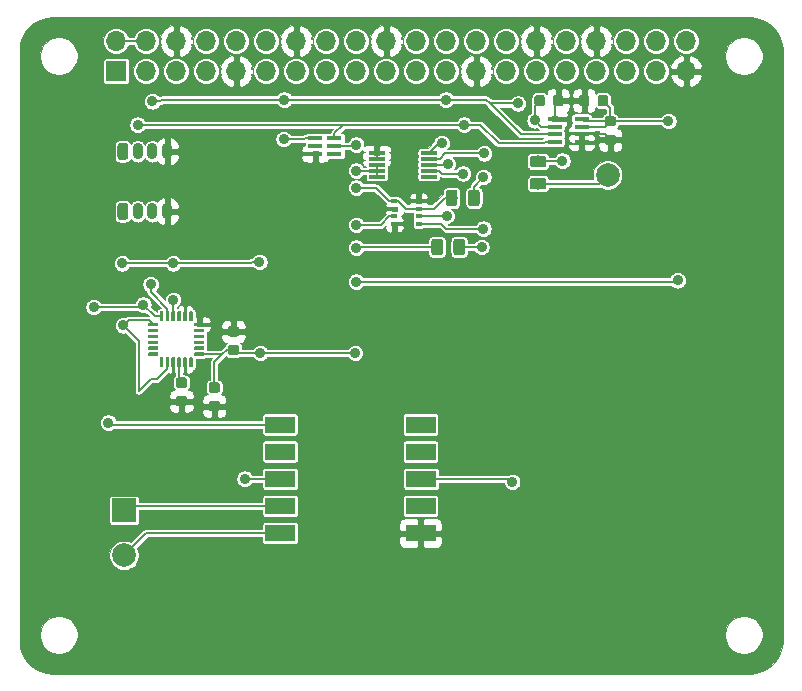
<source format=gtl>
G04 #@! TF.GenerationSoftware,KiCad,Pcbnew,(5.1.0)-1*
G04 #@! TF.CreationDate,2019-05-14T12:18:10-07:00*
G04 #@! TF.ProjectId,ROVPCB,524f5650-4342-42e6-9b69-6361645f7063,rev?*
G04 #@! TF.SameCoordinates,Original*
G04 #@! TF.FileFunction,Copper,L1,Top*
G04 #@! TF.FilePolarity,Positive*
%FSLAX46Y46*%
G04 Gerber Fmt 4.6, Leading zero omitted, Abs format (unit mm)*
G04 Created by KiCad (PCBNEW (5.1.0)-1) date 2019-05-14 12:18:10*
%MOMM*%
%LPD*%
G04 APERTURE LIST*
%ADD10R,1.700000X1.700000*%
%ADD11O,1.700000X1.700000*%
%ADD12C,0.150000*%
%ADD13C,0.900000*%
%ADD14O,0.900000X1.400000*%
%ADD15C,0.875000*%
%ADD16C,0.300000*%
%ADD17R,0.500000X0.350000*%
%ADD18R,1.300000X0.400000*%
%ADD19R,2.500000X1.400000*%
%ADD20R,1.998980X1.998980*%
%ADD21C,1.998980*%
%ADD22C,0.975000*%
%ADD23R,1.219200X0.406400*%
%ADD24R,1.400000X0.300000*%
%ADD25C,0.200000*%
%ADD26C,0.100000*%
G04 APERTURE END LIST*
D10*
X208370000Y-98770000D03*
D11*
X208370000Y-96230000D03*
X210910000Y-98770000D03*
X210910000Y-96230000D03*
X213450000Y-98770000D03*
X213450000Y-96230000D03*
X215990000Y-98770000D03*
X215990000Y-96230000D03*
X218530000Y-98770000D03*
X218530000Y-96230000D03*
X221070000Y-98770000D03*
X221070000Y-96230000D03*
X223610000Y-98770000D03*
X223610000Y-96230000D03*
X226150000Y-98770000D03*
X226150000Y-96230000D03*
X228690000Y-98770000D03*
X228690000Y-96230000D03*
X231230000Y-98770000D03*
X231230000Y-96230000D03*
X233770000Y-98770000D03*
X233770000Y-96230000D03*
X236310000Y-98770000D03*
X236310000Y-96230000D03*
X238850000Y-98770000D03*
X238850000Y-96230000D03*
X241390000Y-98770000D03*
X241390000Y-96230000D03*
X243930000Y-98770000D03*
X243930000Y-96230000D03*
X246470000Y-98770000D03*
X246470000Y-96230000D03*
X249010000Y-98770000D03*
X249010000Y-96230000D03*
X251550000Y-98770000D03*
X251550000Y-96230000D03*
X254090000Y-98770000D03*
X254090000Y-96230000D03*
X256630000Y-98770000D03*
X256630000Y-96230000D03*
D12*
G36*
X209177054Y-104851083D02*
G01*
X209198895Y-104854323D01*
X209220314Y-104859688D01*
X209241104Y-104867127D01*
X209261064Y-104876568D01*
X209280003Y-104887919D01*
X209297738Y-104901073D01*
X209314099Y-104915901D01*
X209328927Y-104932262D01*
X209342081Y-104949997D01*
X209353432Y-104968936D01*
X209362873Y-104988896D01*
X209370312Y-105009686D01*
X209375677Y-105031105D01*
X209378917Y-105052946D01*
X209380000Y-105075000D01*
X209380000Y-106025000D01*
X209378917Y-106047054D01*
X209375677Y-106068895D01*
X209370312Y-106090314D01*
X209362873Y-106111104D01*
X209353432Y-106131064D01*
X209342081Y-106150003D01*
X209328927Y-106167738D01*
X209314099Y-106184099D01*
X209297738Y-106198927D01*
X209280003Y-106212081D01*
X209261064Y-106223432D01*
X209241104Y-106232873D01*
X209220314Y-106240312D01*
X209198895Y-106245677D01*
X209177054Y-106248917D01*
X209155000Y-106250000D01*
X208705000Y-106250000D01*
X208682946Y-106248917D01*
X208661105Y-106245677D01*
X208639686Y-106240312D01*
X208618896Y-106232873D01*
X208598936Y-106223432D01*
X208579997Y-106212081D01*
X208562262Y-106198927D01*
X208545901Y-106184099D01*
X208531073Y-106167738D01*
X208517919Y-106150003D01*
X208506568Y-106131064D01*
X208497127Y-106111104D01*
X208489688Y-106090314D01*
X208484323Y-106068895D01*
X208481083Y-106047054D01*
X208480000Y-106025000D01*
X208480000Y-105075000D01*
X208481083Y-105052946D01*
X208484323Y-105031105D01*
X208489688Y-105009686D01*
X208497127Y-104988896D01*
X208506568Y-104968936D01*
X208517919Y-104949997D01*
X208531073Y-104932262D01*
X208545901Y-104915901D01*
X208562262Y-104901073D01*
X208579997Y-104887919D01*
X208598936Y-104876568D01*
X208618896Y-104867127D01*
X208639686Y-104859688D01*
X208661105Y-104854323D01*
X208682946Y-104851083D01*
X208705000Y-104850000D01*
X209155000Y-104850000D01*
X209177054Y-104851083D01*
X209177054Y-104851083D01*
G37*
D13*
X208930000Y-105550000D03*
D14*
X210180000Y-105550000D03*
X211430000Y-105550000D03*
X212680000Y-105550000D03*
X212680000Y-110630000D03*
X211430000Y-110630000D03*
X210180000Y-110630000D03*
D12*
G36*
X209177054Y-109931083D02*
G01*
X209198895Y-109934323D01*
X209220314Y-109939688D01*
X209241104Y-109947127D01*
X209261064Y-109956568D01*
X209280003Y-109967919D01*
X209297738Y-109981073D01*
X209314099Y-109995901D01*
X209328927Y-110012262D01*
X209342081Y-110029997D01*
X209353432Y-110048936D01*
X209362873Y-110068896D01*
X209370312Y-110089686D01*
X209375677Y-110111105D01*
X209378917Y-110132946D01*
X209380000Y-110155000D01*
X209380000Y-111105000D01*
X209378917Y-111127054D01*
X209375677Y-111148895D01*
X209370312Y-111170314D01*
X209362873Y-111191104D01*
X209353432Y-111211064D01*
X209342081Y-111230003D01*
X209328927Y-111247738D01*
X209314099Y-111264099D01*
X209297738Y-111278927D01*
X209280003Y-111292081D01*
X209261064Y-111303432D01*
X209241104Y-111312873D01*
X209220314Y-111320312D01*
X209198895Y-111325677D01*
X209177054Y-111328917D01*
X209155000Y-111330000D01*
X208705000Y-111330000D01*
X208682946Y-111328917D01*
X208661105Y-111325677D01*
X208639686Y-111320312D01*
X208618896Y-111312873D01*
X208598936Y-111303432D01*
X208579997Y-111292081D01*
X208562262Y-111278927D01*
X208545901Y-111264099D01*
X208531073Y-111247738D01*
X208517919Y-111230003D01*
X208506568Y-111211064D01*
X208497127Y-111191104D01*
X208489688Y-111170314D01*
X208484323Y-111148895D01*
X208481083Y-111127054D01*
X208480000Y-111105000D01*
X208480000Y-110155000D01*
X208481083Y-110132946D01*
X208484323Y-110111105D01*
X208489688Y-110089686D01*
X208497127Y-110068896D01*
X208506568Y-110048936D01*
X208517919Y-110029997D01*
X208531073Y-110012262D01*
X208545901Y-109995901D01*
X208562262Y-109981073D01*
X208579997Y-109967919D01*
X208598936Y-109956568D01*
X208618896Y-109947127D01*
X208639686Y-109939688D01*
X208661105Y-109934323D01*
X208682946Y-109931083D01*
X208705000Y-109930000D01*
X209155000Y-109930000D01*
X209177054Y-109931083D01*
X209177054Y-109931083D01*
G37*
D13*
X208930000Y-110630000D03*
D12*
G36*
X214167691Y-124693553D02*
G01*
X214188926Y-124696703D01*
X214209750Y-124701919D01*
X214229962Y-124709151D01*
X214249368Y-124718330D01*
X214267781Y-124729366D01*
X214285024Y-124742154D01*
X214300930Y-124756570D01*
X214315346Y-124772476D01*
X214328134Y-124789719D01*
X214339170Y-124808132D01*
X214348349Y-124827538D01*
X214355581Y-124847750D01*
X214360797Y-124868574D01*
X214363947Y-124889809D01*
X214365000Y-124911250D01*
X214365000Y-125348750D01*
X214363947Y-125370191D01*
X214360797Y-125391426D01*
X214355581Y-125412250D01*
X214348349Y-125432462D01*
X214339170Y-125451868D01*
X214328134Y-125470281D01*
X214315346Y-125487524D01*
X214300930Y-125503430D01*
X214285024Y-125517846D01*
X214267781Y-125530634D01*
X214249368Y-125541670D01*
X214229962Y-125550849D01*
X214209750Y-125558081D01*
X214188926Y-125563297D01*
X214167691Y-125566447D01*
X214146250Y-125567500D01*
X213633750Y-125567500D01*
X213612309Y-125566447D01*
X213591074Y-125563297D01*
X213570250Y-125558081D01*
X213550038Y-125550849D01*
X213530632Y-125541670D01*
X213512219Y-125530634D01*
X213494976Y-125517846D01*
X213479070Y-125503430D01*
X213464654Y-125487524D01*
X213451866Y-125470281D01*
X213440830Y-125451868D01*
X213431651Y-125432462D01*
X213424419Y-125412250D01*
X213419203Y-125391426D01*
X213416053Y-125370191D01*
X213415000Y-125348750D01*
X213415000Y-124911250D01*
X213416053Y-124889809D01*
X213419203Y-124868574D01*
X213424419Y-124847750D01*
X213431651Y-124827538D01*
X213440830Y-124808132D01*
X213451866Y-124789719D01*
X213464654Y-124772476D01*
X213479070Y-124756570D01*
X213494976Y-124742154D01*
X213512219Y-124729366D01*
X213530632Y-124718330D01*
X213550038Y-124709151D01*
X213570250Y-124701919D01*
X213591074Y-124696703D01*
X213612309Y-124693553D01*
X213633750Y-124692500D01*
X214146250Y-124692500D01*
X214167691Y-124693553D01*
X214167691Y-124693553D01*
G37*
D15*
X213890000Y-125130000D03*
D12*
G36*
X214167691Y-126268553D02*
G01*
X214188926Y-126271703D01*
X214209750Y-126276919D01*
X214229962Y-126284151D01*
X214249368Y-126293330D01*
X214267781Y-126304366D01*
X214285024Y-126317154D01*
X214300930Y-126331570D01*
X214315346Y-126347476D01*
X214328134Y-126364719D01*
X214339170Y-126383132D01*
X214348349Y-126402538D01*
X214355581Y-126422750D01*
X214360797Y-126443574D01*
X214363947Y-126464809D01*
X214365000Y-126486250D01*
X214365000Y-126923750D01*
X214363947Y-126945191D01*
X214360797Y-126966426D01*
X214355581Y-126987250D01*
X214348349Y-127007462D01*
X214339170Y-127026868D01*
X214328134Y-127045281D01*
X214315346Y-127062524D01*
X214300930Y-127078430D01*
X214285024Y-127092846D01*
X214267781Y-127105634D01*
X214249368Y-127116670D01*
X214229962Y-127125849D01*
X214209750Y-127133081D01*
X214188926Y-127138297D01*
X214167691Y-127141447D01*
X214146250Y-127142500D01*
X213633750Y-127142500D01*
X213612309Y-127141447D01*
X213591074Y-127138297D01*
X213570250Y-127133081D01*
X213550038Y-127125849D01*
X213530632Y-127116670D01*
X213512219Y-127105634D01*
X213494976Y-127092846D01*
X213479070Y-127078430D01*
X213464654Y-127062524D01*
X213451866Y-127045281D01*
X213440830Y-127026868D01*
X213431651Y-127007462D01*
X213424419Y-126987250D01*
X213419203Y-126966426D01*
X213416053Y-126945191D01*
X213415000Y-126923750D01*
X213415000Y-126486250D01*
X213416053Y-126464809D01*
X213419203Y-126443574D01*
X213424419Y-126422750D01*
X213431651Y-126402538D01*
X213440830Y-126383132D01*
X213451866Y-126364719D01*
X213464654Y-126347476D01*
X213479070Y-126331570D01*
X213494976Y-126317154D01*
X213512219Y-126304366D01*
X213530632Y-126293330D01*
X213550038Y-126284151D01*
X213570250Y-126276919D01*
X213591074Y-126271703D01*
X213612309Y-126268553D01*
X213633750Y-126267500D01*
X214146250Y-126267500D01*
X214167691Y-126268553D01*
X214167691Y-126268553D01*
G37*
D15*
X213890000Y-126705000D03*
D12*
G36*
X216947691Y-125113553D02*
G01*
X216968926Y-125116703D01*
X216989750Y-125121919D01*
X217009962Y-125129151D01*
X217029368Y-125138330D01*
X217047781Y-125149366D01*
X217065024Y-125162154D01*
X217080930Y-125176570D01*
X217095346Y-125192476D01*
X217108134Y-125209719D01*
X217119170Y-125228132D01*
X217128349Y-125247538D01*
X217135581Y-125267750D01*
X217140797Y-125288574D01*
X217143947Y-125309809D01*
X217145000Y-125331250D01*
X217145000Y-125768750D01*
X217143947Y-125790191D01*
X217140797Y-125811426D01*
X217135581Y-125832250D01*
X217128349Y-125852462D01*
X217119170Y-125871868D01*
X217108134Y-125890281D01*
X217095346Y-125907524D01*
X217080930Y-125923430D01*
X217065024Y-125937846D01*
X217047781Y-125950634D01*
X217029368Y-125961670D01*
X217009962Y-125970849D01*
X216989750Y-125978081D01*
X216968926Y-125983297D01*
X216947691Y-125986447D01*
X216926250Y-125987500D01*
X216413750Y-125987500D01*
X216392309Y-125986447D01*
X216371074Y-125983297D01*
X216350250Y-125978081D01*
X216330038Y-125970849D01*
X216310632Y-125961670D01*
X216292219Y-125950634D01*
X216274976Y-125937846D01*
X216259070Y-125923430D01*
X216244654Y-125907524D01*
X216231866Y-125890281D01*
X216220830Y-125871868D01*
X216211651Y-125852462D01*
X216204419Y-125832250D01*
X216199203Y-125811426D01*
X216196053Y-125790191D01*
X216195000Y-125768750D01*
X216195000Y-125331250D01*
X216196053Y-125309809D01*
X216199203Y-125288574D01*
X216204419Y-125267750D01*
X216211651Y-125247538D01*
X216220830Y-125228132D01*
X216231866Y-125209719D01*
X216244654Y-125192476D01*
X216259070Y-125176570D01*
X216274976Y-125162154D01*
X216292219Y-125149366D01*
X216310632Y-125138330D01*
X216330038Y-125129151D01*
X216350250Y-125121919D01*
X216371074Y-125116703D01*
X216392309Y-125113553D01*
X216413750Y-125112500D01*
X216926250Y-125112500D01*
X216947691Y-125113553D01*
X216947691Y-125113553D01*
G37*
D15*
X216670000Y-125550000D03*
D12*
G36*
X216947691Y-126688553D02*
G01*
X216968926Y-126691703D01*
X216989750Y-126696919D01*
X217009962Y-126704151D01*
X217029368Y-126713330D01*
X217047781Y-126724366D01*
X217065024Y-126737154D01*
X217080930Y-126751570D01*
X217095346Y-126767476D01*
X217108134Y-126784719D01*
X217119170Y-126803132D01*
X217128349Y-126822538D01*
X217135581Y-126842750D01*
X217140797Y-126863574D01*
X217143947Y-126884809D01*
X217145000Y-126906250D01*
X217145000Y-127343750D01*
X217143947Y-127365191D01*
X217140797Y-127386426D01*
X217135581Y-127407250D01*
X217128349Y-127427462D01*
X217119170Y-127446868D01*
X217108134Y-127465281D01*
X217095346Y-127482524D01*
X217080930Y-127498430D01*
X217065024Y-127512846D01*
X217047781Y-127525634D01*
X217029368Y-127536670D01*
X217009962Y-127545849D01*
X216989750Y-127553081D01*
X216968926Y-127558297D01*
X216947691Y-127561447D01*
X216926250Y-127562500D01*
X216413750Y-127562500D01*
X216392309Y-127561447D01*
X216371074Y-127558297D01*
X216350250Y-127553081D01*
X216330038Y-127545849D01*
X216310632Y-127536670D01*
X216292219Y-127525634D01*
X216274976Y-127512846D01*
X216259070Y-127498430D01*
X216244654Y-127482524D01*
X216231866Y-127465281D01*
X216220830Y-127446868D01*
X216211651Y-127427462D01*
X216204419Y-127407250D01*
X216199203Y-127386426D01*
X216196053Y-127365191D01*
X216195000Y-127343750D01*
X216195000Y-126906250D01*
X216196053Y-126884809D01*
X216199203Y-126863574D01*
X216204419Y-126842750D01*
X216211651Y-126822538D01*
X216220830Y-126803132D01*
X216231866Y-126784719D01*
X216244654Y-126767476D01*
X216259070Y-126751570D01*
X216274976Y-126737154D01*
X216292219Y-126724366D01*
X216310632Y-126713330D01*
X216330038Y-126704151D01*
X216350250Y-126696919D01*
X216371074Y-126691703D01*
X216392309Y-126688553D01*
X216413750Y-126687500D01*
X216926250Y-126687500D01*
X216947691Y-126688553D01*
X216947691Y-126688553D01*
G37*
D15*
X216670000Y-127125000D03*
D12*
G36*
X218567691Y-120358553D02*
G01*
X218588926Y-120361703D01*
X218609750Y-120366919D01*
X218629962Y-120374151D01*
X218649368Y-120383330D01*
X218667781Y-120394366D01*
X218685024Y-120407154D01*
X218700930Y-120421570D01*
X218715346Y-120437476D01*
X218728134Y-120454719D01*
X218739170Y-120473132D01*
X218748349Y-120492538D01*
X218755581Y-120512750D01*
X218760797Y-120533574D01*
X218763947Y-120554809D01*
X218765000Y-120576250D01*
X218765000Y-121013750D01*
X218763947Y-121035191D01*
X218760797Y-121056426D01*
X218755581Y-121077250D01*
X218748349Y-121097462D01*
X218739170Y-121116868D01*
X218728134Y-121135281D01*
X218715346Y-121152524D01*
X218700930Y-121168430D01*
X218685024Y-121182846D01*
X218667781Y-121195634D01*
X218649368Y-121206670D01*
X218629962Y-121215849D01*
X218609750Y-121223081D01*
X218588926Y-121228297D01*
X218567691Y-121231447D01*
X218546250Y-121232500D01*
X218033750Y-121232500D01*
X218012309Y-121231447D01*
X217991074Y-121228297D01*
X217970250Y-121223081D01*
X217950038Y-121215849D01*
X217930632Y-121206670D01*
X217912219Y-121195634D01*
X217894976Y-121182846D01*
X217879070Y-121168430D01*
X217864654Y-121152524D01*
X217851866Y-121135281D01*
X217840830Y-121116868D01*
X217831651Y-121097462D01*
X217824419Y-121077250D01*
X217819203Y-121056426D01*
X217816053Y-121035191D01*
X217815000Y-121013750D01*
X217815000Y-120576250D01*
X217816053Y-120554809D01*
X217819203Y-120533574D01*
X217824419Y-120512750D01*
X217831651Y-120492538D01*
X217840830Y-120473132D01*
X217851866Y-120454719D01*
X217864654Y-120437476D01*
X217879070Y-120421570D01*
X217894976Y-120407154D01*
X217912219Y-120394366D01*
X217930632Y-120383330D01*
X217950038Y-120374151D01*
X217970250Y-120366919D01*
X217991074Y-120361703D01*
X218012309Y-120358553D01*
X218033750Y-120357500D01*
X218546250Y-120357500D01*
X218567691Y-120358553D01*
X218567691Y-120358553D01*
G37*
D15*
X218290000Y-120795000D03*
D12*
G36*
X218567691Y-121933553D02*
G01*
X218588926Y-121936703D01*
X218609750Y-121941919D01*
X218629962Y-121949151D01*
X218649368Y-121958330D01*
X218667781Y-121969366D01*
X218685024Y-121982154D01*
X218700930Y-121996570D01*
X218715346Y-122012476D01*
X218728134Y-122029719D01*
X218739170Y-122048132D01*
X218748349Y-122067538D01*
X218755581Y-122087750D01*
X218760797Y-122108574D01*
X218763947Y-122129809D01*
X218765000Y-122151250D01*
X218765000Y-122588750D01*
X218763947Y-122610191D01*
X218760797Y-122631426D01*
X218755581Y-122652250D01*
X218748349Y-122672462D01*
X218739170Y-122691868D01*
X218728134Y-122710281D01*
X218715346Y-122727524D01*
X218700930Y-122743430D01*
X218685024Y-122757846D01*
X218667781Y-122770634D01*
X218649368Y-122781670D01*
X218629962Y-122790849D01*
X218609750Y-122798081D01*
X218588926Y-122803297D01*
X218567691Y-122806447D01*
X218546250Y-122807500D01*
X218033750Y-122807500D01*
X218012309Y-122806447D01*
X217991074Y-122803297D01*
X217970250Y-122798081D01*
X217950038Y-122790849D01*
X217930632Y-122781670D01*
X217912219Y-122770634D01*
X217894976Y-122757846D01*
X217879070Y-122743430D01*
X217864654Y-122727524D01*
X217851866Y-122710281D01*
X217840830Y-122691868D01*
X217831651Y-122672462D01*
X217824419Y-122652250D01*
X217819203Y-122631426D01*
X217816053Y-122610191D01*
X217815000Y-122588750D01*
X217815000Y-122151250D01*
X217816053Y-122129809D01*
X217819203Y-122108574D01*
X217824419Y-122087750D01*
X217831651Y-122067538D01*
X217840830Y-122048132D01*
X217851866Y-122029719D01*
X217864654Y-122012476D01*
X217879070Y-121996570D01*
X217894976Y-121982154D01*
X217912219Y-121969366D01*
X217930632Y-121958330D01*
X217950038Y-121949151D01*
X217970250Y-121941919D01*
X217991074Y-121936703D01*
X218012309Y-121933553D01*
X218033750Y-121932500D01*
X218546250Y-121932500D01*
X218567691Y-121933553D01*
X218567691Y-121933553D01*
G37*
D15*
X218290000Y-122370000D03*
D12*
G36*
X211857351Y-120070361D02*
G01*
X211864632Y-120071441D01*
X211871771Y-120073229D01*
X211878701Y-120075709D01*
X211885355Y-120078856D01*
X211891668Y-120082640D01*
X211897579Y-120087024D01*
X211903033Y-120091967D01*
X211907976Y-120097421D01*
X211912360Y-120103332D01*
X211916144Y-120109645D01*
X211919291Y-120116299D01*
X211921771Y-120123229D01*
X211923559Y-120130368D01*
X211924639Y-120137649D01*
X211925000Y-120145000D01*
X211925000Y-120295000D01*
X211924639Y-120302351D01*
X211923559Y-120309632D01*
X211921771Y-120316771D01*
X211919291Y-120323701D01*
X211916144Y-120330355D01*
X211912360Y-120336668D01*
X211907976Y-120342579D01*
X211903033Y-120348033D01*
X211897579Y-120352976D01*
X211891668Y-120357360D01*
X211885355Y-120361144D01*
X211878701Y-120364291D01*
X211871771Y-120366771D01*
X211864632Y-120368559D01*
X211857351Y-120369639D01*
X211850000Y-120370000D01*
X211150000Y-120370000D01*
X211142649Y-120369639D01*
X211135368Y-120368559D01*
X211128229Y-120366771D01*
X211121299Y-120364291D01*
X211114645Y-120361144D01*
X211108332Y-120357360D01*
X211102421Y-120352976D01*
X211096967Y-120348033D01*
X211092024Y-120342579D01*
X211087640Y-120336668D01*
X211083856Y-120330355D01*
X211080709Y-120323701D01*
X211078229Y-120316771D01*
X211076441Y-120309632D01*
X211075361Y-120302351D01*
X211075000Y-120295000D01*
X211075000Y-120145000D01*
X211075361Y-120137649D01*
X211076441Y-120130368D01*
X211078229Y-120123229D01*
X211080709Y-120116299D01*
X211083856Y-120109645D01*
X211087640Y-120103332D01*
X211092024Y-120097421D01*
X211096967Y-120091967D01*
X211102421Y-120087024D01*
X211108332Y-120082640D01*
X211114645Y-120078856D01*
X211121299Y-120075709D01*
X211128229Y-120073229D01*
X211135368Y-120071441D01*
X211142649Y-120070361D01*
X211150000Y-120070000D01*
X211850000Y-120070000D01*
X211857351Y-120070361D01*
X211857351Y-120070361D01*
G37*
D16*
X211500000Y-120220000D03*
D12*
G36*
X211857351Y-120570361D02*
G01*
X211864632Y-120571441D01*
X211871771Y-120573229D01*
X211878701Y-120575709D01*
X211885355Y-120578856D01*
X211891668Y-120582640D01*
X211897579Y-120587024D01*
X211903033Y-120591967D01*
X211907976Y-120597421D01*
X211912360Y-120603332D01*
X211916144Y-120609645D01*
X211919291Y-120616299D01*
X211921771Y-120623229D01*
X211923559Y-120630368D01*
X211924639Y-120637649D01*
X211925000Y-120645000D01*
X211925000Y-120795000D01*
X211924639Y-120802351D01*
X211923559Y-120809632D01*
X211921771Y-120816771D01*
X211919291Y-120823701D01*
X211916144Y-120830355D01*
X211912360Y-120836668D01*
X211907976Y-120842579D01*
X211903033Y-120848033D01*
X211897579Y-120852976D01*
X211891668Y-120857360D01*
X211885355Y-120861144D01*
X211878701Y-120864291D01*
X211871771Y-120866771D01*
X211864632Y-120868559D01*
X211857351Y-120869639D01*
X211850000Y-120870000D01*
X211150000Y-120870000D01*
X211142649Y-120869639D01*
X211135368Y-120868559D01*
X211128229Y-120866771D01*
X211121299Y-120864291D01*
X211114645Y-120861144D01*
X211108332Y-120857360D01*
X211102421Y-120852976D01*
X211096967Y-120848033D01*
X211092024Y-120842579D01*
X211087640Y-120836668D01*
X211083856Y-120830355D01*
X211080709Y-120823701D01*
X211078229Y-120816771D01*
X211076441Y-120809632D01*
X211075361Y-120802351D01*
X211075000Y-120795000D01*
X211075000Y-120645000D01*
X211075361Y-120637649D01*
X211076441Y-120630368D01*
X211078229Y-120623229D01*
X211080709Y-120616299D01*
X211083856Y-120609645D01*
X211087640Y-120603332D01*
X211092024Y-120597421D01*
X211096967Y-120591967D01*
X211102421Y-120587024D01*
X211108332Y-120582640D01*
X211114645Y-120578856D01*
X211121299Y-120575709D01*
X211128229Y-120573229D01*
X211135368Y-120571441D01*
X211142649Y-120570361D01*
X211150000Y-120570000D01*
X211850000Y-120570000D01*
X211857351Y-120570361D01*
X211857351Y-120570361D01*
G37*
D16*
X211500000Y-120720000D03*
D12*
G36*
X211857351Y-121070361D02*
G01*
X211864632Y-121071441D01*
X211871771Y-121073229D01*
X211878701Y-121075709D01*
X211885355Y-121078856D01*
X211891668Y-121082640D01*
X211897579Y-121087024D01*
X211903033Y-121091967D01*
X211907976Y-121097421D01*
X211912360Y-121103332D01*
X211916144Y-121109645D01*
X211919291Y-121116299D01*
X211921771Y-121123229D01*
X211923559Y-121130368D01*
X211924639Y-121137649D01*
X211925000Y-121145000D01*
X211925000Y-121295000D01*
X211924639Y-121302351D01*
X211923559Y-121309632D01*
X211921771Y-121316771D01*
X211919291Y-121323701D01*
X211916144Y-121330355D01*
X211912360Y-121336668D01*
X211907976Y-121342579D01*
X211903033Y-121348033D01*
X211897579Y-121352976D01*
X211891668Y-121357360D01*
X211885355Y-121361144D01*
X211878701Y-121364291D01*
X211871771Y-121366771D01*
X211864632Y-121368559D01*
X211857351Y-121369639D01*
X211850000Y-121370000D01*
X211150000Y-121370000D01*
X211142649Y-121369639D01*
X211135368Y-121368559D01*
X211128229Y-121366771D01*
X211121299Y-121364291D01*
X211114645Y-121361144D01*
X211108332Y-121357360D01*
X211102421Y-121352976D01*
X211096967Y-121348033D01*
X211092024Y-121342579D01*
X211087640Y-121336668D01*
X211083856Y-121330355D01*
X211080709Y-121323701D01*
X211078229Y-121316771D01*
X211076441Y-121309632D01*
X211075361Y-121302351D01*
X211075000Y-121295000D01*
X211075000Y-121145000D01*
X211075361Y-121137649D01*
X211076441Y-121130368D01*
X211078229Y-121123229D01*
X211080709Y-121116299D01*
X211083856Y-121109645D01*
X211087640Y-121103332D01*
X211092024Y-121097421D01*
X211096967Y-121091967D01*
X211102421Y-121087024D01*
X211108332Y-121082640D01*
X211114645Y-121078856D01*
X211121299Y-121075709D01*
X211128229Y-121073229D01*
X211135368Y-121071441D01*
X211142649Y-121070361D01*
X211150000Y-121070000D01*
X211850000Y-121070000D01*
X211857351Y-121070361D01*
X211857351Y-121070361D01*
G37*
D16*
X211500000Y-121220000D03*
D12*
G36*
X211857351Y-121570361D02*
G01*
X211864632Y-121571441D01*
X211871771Y-121573229D01*
X211878701Y-121575709D01*
X211885355Y-121578856D01*
X211891668Y-121582640D01*
X211897579Y-121587024D01*
X211903033Y-121591967D01*
X211907976Y-121597421D01*
X211912360Y-121603332D01*
X211916144Y-121609645D01*
X211919291Y-121616299D01*
X211921771Y-121623229D01*
X211923559Y-121630368D01*
X211924639Y-121637649D01*
X211925000Y-121645000D01*
X211925000Y-121795000D01*
X211924639Y-121802351D01*
X211923559Y-121809632D01*
X211921771Y-121816771D01*
X211919291Y-121823701D01*
X211916144Y-121830355D01*
X211912360Y-121836668D01*
X211907976Y-121842579D01*
X211903033Y-121848033D01*
X211897579Y-121852976D01*
X211891668Y-121857360D01*
X211885355Y-121861144D01*
X211878701Y-121864291D01*
X211871771Y-121866771D01*
X211864632Y-121868559D01*
X211857351Y-121869639D01*
X211850000Y-121870000D01*
X211150000Y-121870000D01*
X211142649Y-121869639D01*
X211135368Y-121868559D01*
X211128229Y-121866771D01*
X211121299Y-121864291D01*
X211114645Y-121861144D01*
X211108332Y-121857360D01*
X211102421Y-121852976D01*
X211096967Y-121848033D01*
X211092024Y-121842579D01*
X211087640Y-121836668D01*
X211083856Y-121830355D01*
X211080709Y-121823701D01*
X211078229Y-121816771D01*
X211076441Y-121809632D01*
X211075361Y-121802351D01*
X211075000Y-121795000D01*
X211075000Y-121645000D01*
X211075361Y-121637649D01*
X211076441Y-121630368D01*
X211078229Y-121623229D01*
X211080709Y-121616299D01*
X211083856Y-121609645D01*
X211087640Y-121603332D01*
X211092024Y-121597421D01*
X211096967Y-121591967D01*
X211102421Y-121587024D01*
X211108332Y-121582640D01*
X211114645Y-121578856D01*
X211121299Y-121575709D01*
X211128229Y-121573229D01*
X211135368Y-121571441D01*
X211142649Y-121570361D01*
X211150000Y-121570000D01*
X211850000Y-121570000D01*
X211857351Y-121570361D01*
X211857351Y-121570361D01*
G37*
D16*
X211500000Y-121720000D03*
D12*
G36*
X211857351Y-122070361D02*
G01*
X211864632Y-122071441D01*
X211871771Y-122073229D01*
X211878701Y-122075709D01*
X211885355Y-122078856D01*
X211891668Y-122082640D01*
X211897579Y-122087024D01*
X211903033Y-122091967D01*
X211907976Y-122097421D01*
X211912360Y-122103332D01*
X211916144Y-122109645D01*
X211919291Y-122116299D01*
X211921771Y-122123229D01*
X211923559Y-122130368D01*
X211924639Y-122137649D01*
X211925000Y-122145000D01*
X211925000Y-122295000D01*
X211924639Y-122302351D01*
X211923559Y-122309632D01*
X211921771Y-122316771D01*
X211919291Y-122323701D01*
X211916144Y-122330355D01*
X211912360Y-122336668D01*
X211907976Y-122342579D01*
X211903033Y-122348033D01*
X211897579Y-122352976D01*
X211891668Y-122357360D01*
X211885355Y-122361144D01*
X211878701Y-122364291D01*
X211871771Y-122366771D01*
X211864632Y-122368559D01*
X211857351Y-122369639D01*
X211850000Y-122370000D01*
X211150000Y-122370000D01*
X211142649Y-122369639D01*
X211135368Y-122368559D01*
X211128229Y-122366771D01*
X211121299Y-122364291D01*
X211114645Y-122361144D01*
X211108332Y-122357360D01*
X211102421Y-122352976D01*
X211096967Y-122348033D01*
X211092024Y-122342579D01*
X211087640Y-122336668D01*
X211083856Y-122330355D01*
X211080709Y-122323701D01*
X211078229Y-122316771D01*
X211076441Y-122309632D01*
X211075361Y-122302351D01*
X211075000Y-122295000D01*
X211075000Y-122145000D01*
X211075361Y-122137649D01*
X211076441Y-122130368D01*
X211078229Y-122123229D01*
X211080709Y-122116299D01*
X211083856Y-122109645D01*
X211087640Y-122103332D01*
X211092024Y-122097421D01*
X211096967Y-122091967D01*
X211102421Y-122087024D01*
X211108332Y-122082640D01*
X211114645Y-122078856D01*
X211121299Y-122075709D01*
X211128229Y-122073229D01*
X211135368Y-122071441D01*
X211142649Y-122070361D01*
X211150000Y-122070000D01*
X211850000Y-122070000D01*
X211857351Y-122070361D01*
X211857351Y-122070361D01*
G37*
D16*
X211500000Y-122220000D03*
D12*
G36*
X211857351Y-122570361D02*
G01*
X211864632Y-122571441D01*
X211871771Y-122573229D01*
X211878701Y-122575709D01*
X211885355Y-122578856D01*
X211891668Y-122582640D01*
X211897579Y-122587024D01*
X211903033Y-122591967D01*
X211907976Y-122597421D01*
X211912360Y-122603332D01*
X211916144Y-122609645D01*
X211919291Y-122616299D01*
X211921771Y-122623229D01*
X211923559Y-122630368D01*
X211924639Y-122637649D01*
X211925000Y-122645000D01*
X211925000Y-122795000D01*
X211924639Y-122802351D01*
X211923559Y-122809632D01*
X211921771Y-122816771D01*
X211919291Y-122823701D01*
X211916144Y-122830355D01*
X211912360Y-122836668D01*
X211907976Y-122842579D01*
X211903033Y-122848033D01*
X211897579Y-122852976D01*
X211891668Y-122857360D01*
X211885355Y-122861144D01*
X211878701Y-122864291D01*
X211871771Y-122866771D01*
X211864632Y-122868559D01*
X211857351Y-122869639D01*
X211850000Y-122870000D01*
X211150000Y-122870000D01*
X211142649Y-122869639D01*
X211135368Y-122868559D01*
X211128229Y-122866771D01*
X211121299Y-122864291D01*
X211114645Y-122861144D01*
X211108332Y-122857360D01*
X211102421Y-122852976D01*
X211096967Y-122848033D01*
X211092024Y-122842579D01*
X211087640Y-122836668D01*
X211083856Y-122830355D01*
X211080709Y-122823701D01*
X211078229Y-122816771D01*
X211076441Y-122809632D01*
X211075361Y-122802351D01*
X211075000Y-122795000D01*
X211075000Y-122645000D01*
X211075361Y-122637649D01*
X211076441Y-122630368D01*
X211078229Y-122623229D01*
X211080709Y-122616299D01*
X211083856Y-122609645D01*
X211087640Y-122603332D01*
X211092024Y-122597421D01*
X211096967Y-122591967D01*
X211102421Y-122587024D01*
X211108332Y-122582640D01*
X211114645Y-122578856D01*
X211121299Y-122575709D01*
X211128229Y-122573229D01*
X211135368Y-122571441D01*
X211142649Y-122570361D01*
X211150000Y-122570000D01*
X211850000Y-122570000D01*
X211857351Y-122570361D01*
X211857351Y-122570361D01*
G37*
D16*
X211500000Y-122720000D03*
D12*
G36*
X212282351Y-122995361D02*
G01*
X212289632Y-122996441D01*
X212296771Y-122998229D01*
X212303701Y-123000709D01*
X212310355Y-123003856D01*
X212316668Y-123007640D01*
X212322579Y-123012024D01*
X212328033Y-123016967D01*
X212332976Y-123022421D01*
X212337360Y-123028332D01*
X212341144Y-123034645D01*
X212344291Y-123041299D01*
X212346771Y-123048229D01*
X212348559Y-123055368D01*
X212349639Y-123062649D01*
X212350000Y-123070000D01*
X212350000Y-123770000D01*
X212349639Y-123777351D01*
X212348559Y-123784632D01*
X212346771Y-123791771D01*
X212344291Y-123798701D01*
X212341144Y-123805355D01*
X212337360Y-123811668D01*
X212332976Y-123817579D01*
X212328033Y-123823033D01*
X212322579Y-123827976D01*
X212316668Y-123832360D01*
X212310355Y-123836144D01*
X212303701Y-123839291D01*
X212296771Y-123841771D01*
X212289632Y-123843559D01*
X212282351Y-123844639D01*
X212275000Y-123845000D01*
X212125000Y-123845000D01*
X212117649Y-123844639D01*
X212110368Y-123843559D01*
X212103229Y-123841771D01*
X212096299Y-123839291D01*
X212089645Y-123836144D01*
X212083332Y-123832360D01*
X212077421Y-123827976D01*
X212071967Y-123823033D01*
X212067024Y-123817579D01*
X212062640Y-123811668D01*
X212058856Y-123805355D01*
X212055709Y-123798701D01*
X212053229Y-123791771D01*
X212051441Y-123784632D01*
X212050361Y-123777351D01*
X212050000Y-123770000D01*
X212050000Y-123070000D01*
X212050361Y-123062649D01*
X212051441Y-123055368D01*
X212053229Y-123048229D01*
X212055709Y-123041299D01*
X212058856Y-123034645D01*
X212062640Y-123028332D01*
X212067024Y-123022421D01*
X212071967Y-123016967D01*
X212077421Y-123012024D01*
X212083332Y-123007640D01*
X212089645Y-123003856D01*
X212096299Y-123000709D01*
X212103229Y-122998229D01*
X212110368Y-122996441D01*
X212117649Y-122995361D01*
X212125000Y-122995000D01*
X212275000Y-122995000D01*
X212282351Y-122995361D01*
X212282351Y-122995361D01*
G37*
D16*
X212200000Y-123420000D03*
D12*
G36*
X212782351Y-122995361D02*
G01*
X212789632Y-122996441D01*
X212796771Y-122998229D01*
X212803701Y-123000709D01*
X212810355Y-123003856D01*
X212816668Y-123007640D01*
X212822579Y-123012024D01*
X212828033Y-123016967D01*
X212832976Y-123022421D01*
X212837360Y-123028332D01*
X212841144Y-123034645D01*
X212844291Y-123041299D01*
X212846771Y-123048229D01*
X212848559Y-123055368D01*
X212849639Y-123062649D01*
X212850000Y-123070000D01*
X212850000Y-123770000D01*
X212849639Y-123777351D01*
X212848559Y-123784632D01*
X212846771Y-123791771D01*
X212844291Y-123798701D01*
X212841144Y-123805355D01*
X212837360Y-123811668D01*
X212832976Y-123817579D01*
X212828033Y-123823033D01*
X212822579Y-123827976D01*
X212816668Y-123832360D01*
X212810355Y-123836144D01*
X212803701Y-123839291D01*
X212796771Y-123841771D01*
X212789632Y-123843559D01*
X212782351Y-123844639D01*
X212775000Y-123845000D01*
X212625000Y-123845000D01*
X212617649Y-123844639D01*
X212610368Y-123843559D01*
X212603229Y-123841771D01*
X212596299Y-123839291D01*
X212589645Y-123836144D01*
X212583332Y-123832360D01*
X212577421Y-123827976D01*
X212571967Y-123823033D01*
X212567024Y-123817579D01*
X212562640Y-123811668D01*
X212558856Y-123805355D01*
X212555709Y-123798701D01*
X212553229Y-123791771D01*
X212551441Y-123784632D01*
X212550361Y-123777351D01*
X212550000Y-123770000D01*
X212550000Y-123070000D01*
X212550361Y-123062649D01*
X212551441Y-123055368D01*
X212553229Y-123048229D01*
X212555709Y-123041299D01*
X212558856Y-123034645D01*
X212562640Y-123028332D01*
X212567024Y-123022421D01*
X212571967Y-123016967D01*
X212577421Y-123012024D01*
X212583332Y-123007640D01*
X212589645Y-123003856D01*
X212596299Y-123000709D01*
X212603229Y-122998229D01*
X212610368Y-122996441D01*
X212617649Y-122995361D01*
X212625000Y-122995000D01*
X212775000Y-122995000D01*
X212782351Y-122995361D01*
X212782351Y-122995361D01*
G37*
D16*
X212700000Y-123420000D03*
D12*
G36*
X213282351Y-122995361D02*
G01*
X213289632Y-122996441D01*
X213296771Y-122998229D01*
X213303701Y-123000709D01*
X213310355Y-123003856D01*
X213316668Y-123007640D01*
X213322579Y-123012024D01*
X213328033Y-123016967D01*
X213332976Y-123022421D01*
X213337360Y-123028332D01*
X213341144Y-123034645D01*
X213344291Y-123041299D01*
X213346771Y-123048229D01*
X213348559Y-123055368D01*
X213349639Y-123062649D01*
X213350000Y-123070000D01*
X213350000Y-123770000D01*
X213349639Y-123777351D01*
X213348559Y-123784632D01*
X213346771Y-123791771D01*
X213344291Y-123798701D01*
X213341144Y-123805355D01*
X213337360Y-123811668D01*
X213332976Y-123817579D01*
X213328033Y-123823033D01*
X213322579Y-123827976D01*
X213316668Y-123832360D01*
X213310355Y-123836144D01*
X213303701Y-123839291D01*
X213296771Y-123841771D01*
X213289632Y-123843559D01*
X213282351Y-123844639D01*
X213275000Y-123845000D01*
X213125000Y-123845000D01*
X213117649Y-123844639D01*
X213110368Y-123843559D01*
X213103229Y-123841771D01*
X213096299Y-123839291D01*
X213089645Y-123836144D01*
X213083332Y-123832360D01*
X213077421Y-123827976D01*
X213071967Y-123823033D01*
X213067024Y-123817579D01*
X213062640Y-123811668D01*
X213058856Y-123805355D01*
X213055709Y-123798701D01*
X213053229Y-123791771D01*
X213051441Y-123784632D01*
X213050361Y-123777351D01*
X213050000Y-123770000D01*
X213050000Y-123070000D01*
X213050361Y-123062649D01*
X213051441Y-123055368D01*
X213053229Y-123048229D01*
X213055709Y-123041299D01*
X213058856Y-123034645D01*
X213062640Y-123028332D01*
X213067024Y-123022421D01*
X213071967Y-123016967D01*
X213077421Y-123012024D01*
X213083332Y-123007640D01*
X213089645Y-123003856D01*
X213096299Y-123000709D01*
X213103229Y-122998229D01*
X213110368Y-122996441D01*
X213117649Y-122995361D01*
X213125000Y-122995000D01*
X213275000Y-122995000D01*
X213282351Y-122995361D01*
X213282351Y-122995361D01*
G37*
D16*
X213200000Y-123420000D03*
D12*
G36*
X213782351Y-122995361D02*
G01*
X213789632Y-122996441D01*
X213796771Y-122998229D01*
X213803701Y-123000709D01*
X213810355Y-123003856D01*
X213816668Y-123007640D01*
X213822579Y-123012024D01*
X213828033Y-123016967D01*
X213832976Y-123022421D01*
X213837360Y-123028332D01*
X213841144Y-123034645D01*
X213844291Y-123041299D01*
X213846771Y-123048229D01*
X213848559Y-123055368D01*
X213849639Y-123062649D01*
X213850000Y-123070000D01*
X213850000Y-123770000D01*
X213849639Y-123777351D01*
X213848559Y-123784632D01*
X213846771Y-123791771D01*
X213844291Y-123798701D01*
X213841144Y-123805355D01*
X213837360Y-123811668D01*
X213832976Y-123817579D01*
X213828033Y-123823033D01*
X213822579Y-123827976D01*
X213816668Y-123832360D01*
X213810355Y-123836144D01*
X213803701Y-123839291D01*
X213796771Y-123841771D01*
X213789632Y-123843559D01*
X213782351Y-123844639D01*
X213775000Y-123845000D01*
X213625000Y-123845000D01*
X213617649Y-123844639D01*
X213610368Y-123843559D01*
X213603229Y-123841771D01*
X213596299Y-123839291D01*
X213589645Y-123836144D01*
X213583332Y-123832360D01*
X213577421Y-123827976D01*
X213571967Y-123823033D01*
X213567024Y-123817579D01*
X213562640Y-123811668D01*
X213558856Y-123805355D01*
X213555709Y-123798701D01*
X213553229Y-123791771D01*
X213551441Y-123784632D01*
X213550361Y-123777351D01*
X213550000Y-123770000D01*
X213550000Y-123070000D01*
X213550361Y-123062649D01*
X213551441Y-123055368D01*
X213553229Y-123048229D01*
X213555709Y-123041299D01*
X213558856Y-123034645D01*
X213562640Y-123028332D01*
X213567024Y-123022421D01*
X213571967Y-123016967D01*
X213577421Y-123012024D01*
X213583332Y-123007640D01*
X213589645Y-123003856D01*
X213596299Y-123000709D01*
X213603229Y-122998229D01*
X213610368Y-122996441D01*
X213617649Y-122995361D01*
X213625000Y-122995000D01*
X213775000Y-122995000D01*
X213782351Y-122995361D01*
X213782351Y-122995361D01*
G37*
D16*
X213700000Y-123420000D03*
D12*
G36*
X214282351Y-122995361D02*
G01*
X214289632Y-122996441D01*
X214296771Y-122998229D01*
X214303701Y-123000709D01*
X214310355Y-123003856D01*
X214316668Y-123007640D01*
X214322579Y-123012024D01*
X214328033Y-123016967D01*
X214332976Y-123022421D01*
X214337360Y-123028332D01*
X214341144Y-123034645D01*
X214344291Y-123041299D01*
X214346771Y-123048229D01*
X214348559Y-123055368D01*
X214349639Y-123062649D01*
X214350000Y-123070000D01*
X214350000Y-123770000D01*
X214349639Y-123777351D01*
X214348559Y-123784632D01*
X214346771Y-123791771D01*
X214344291Y-123798701D01*
X214341144Y-123805355D01*
X214337360Y-123811668D01*
X214332976Y-123817579D01*
X214328033Y-123823033D01*
X214322579Y-123827976D01*
X214316668Y-123832360D01*
X214310355Y-123836144D01*
X214303701Y-123839291D01*
X214296771Y-123841771D01*
X214289632Y-123843559D01*
X214282351Y-123844639D01*
X214275000Y-123845000D01*
X214125000Y-123845000D01*
X214117649Y-123844639D01*
X214110368Y-123843559D01*
X214103229Y-123841771D01*
X214096299Y-123839291D01*
X214089645Y-123836144D01*
X214083332Y-123832360D01*
X214077421Y-123827976D01*
X214071967Y-123823033D01*
X214067024Y-123817579D01*
X214062640Y-123811668D01*
X214058856Y-123805355D01*
X214055709Y-123798701D01*
X214053229Y-123791771D01*
X214051441Y-123784632D01*
X214050361Y-123777351D01*
X214050000Y-123770000D01*
X214050000Y-123070000D01*
X214050361Y-123062649D01*
X214051441Y-123055368D01*
X214053229Y-123048229D01*
X214055709Y-123041299D01*
X214058856Y-123034645D01*
X214062640Y-123028332D01*
X214067024Y-123022421D01*
X214071967Y-123016967D01*
X214077421Y-123012024D01*
X214083332Y-123007640D01*
X214089645Y-123003856D01*
X214096299Y-123000709D01*
X214103229Y-122998229D01*
X214110368Y-122996441D01*
X214117649Y-122995361D01*
X214125000Y-122995000D01*
X214275000Y-122995000D01*
X214282351Y-122995361D01*
X214282351Y-122995361D01*
G37*
D16*
X214200000Y-123420000D03*
D12*
G36*
X214782351Y-122995361D02*
G01*
X214789632Y-122996441D01*
X214796771Y-122998229D01*
X214803701Y-123000709D01*
X214810355Y-123003856D01*
X214816668Y-123007640D01*
X214822579Y-123012024D01*
X214828033Y-123016967D01*
X214832976Y-123022421D01*
X214837360Y-123028332D01*
X214841144Y-123034645D01*
X214844291Y-123041299D01*
X214846771Y-123048229D01*
X214848559Y-123055368D01*
X214849639Y-123062649D01*
X214850000Y-123070000D01*
X214850000Y-123770000D01*
X214849639Y-123777351D01*
X214848559Y-123784632D01*
X214846771Y-123791771D01*
X214844291Y-123798701D01*
X214841144Y-123805355D01*
X214837360Y-123811668D01*
X214832976Y-123817579D01*
X214828033Y-123823033D01*
X214822579Y-123827976D01*
X214816668Y-123832360D01*
X214810355Y-123836144D01*
X214803701Y-123839291D01*
X214796771Y-123841771D01*
X214789632Y-123843559D01*
X214782351Y-123844639D01*
X214775000Y-123845000D01*
X214625000Y-123845000D01*
X214617649Y-123844639D01*
X214610368Y-123843559D01*
X214603229Y-123841771D01*
X214596299Y-123839291D01*
X214589645Y-123836144D01*
X214583332Y-123832360D01*
X214577421Y-123827976D01*
X214571967Y-123823033D01*
X214567024Y-123817579D01*
X214562640Y-123811668D01*
X214558856Y-123805355D01*
X214555709Y-123798701D01*
X214553229Y-123791771D01*
X214551441Y-123784632D01*
X214550361Y-123777351D01*
X214550000Y-123770000D01*
X214550000Y-123070000D01*
X214550361Y-123062649D01*
X214551441Y-123055368D01*
X214553229Y-123048229D01*
X214555709Y-123041299D01*
X214558856Y-123034645D01*
X214562640Y-123028332D01*
X214567024Y-123022421D01*
X214571967Y-123016967D01*
X214577421Y-123012024D01*
X214583332Y-123007640D01*
X214589645Y-123003856D01*
X214596299Y-123000709D01*
X214603229Y-122998229D01*
X214610368Y-122996441D01*
X214617649Y-122995361D01*
X214625000Y-122995000D01*
X214775000Y-122995000D01*
X214782351Y-122995361D01*
X214782351Y-122995361D01*
G37*
D16*
X214700000Y-123420000D03*
D12*
G36*
X215757351Y-122570361D02*
G01*
X215764632Y-122571441D01*
X215771771Y-122573229D01*
X215778701Y-122575709D01*
X215785355Y-122578856D01*
X215791668Y-122582640D01*
X215797579Y-122587024D01*
X215803033Y-122591967D01*
X215807976Y-122597421D01*
X215812360Y-122603332D01*
X215816144Y-122609645D01*
X215819291Y-122616299D01*
X215821771Y-122623229D01*
X215823559Y-122630368D01*
X215824639Y-122637649D01*
X215825000Y-122645000D01*
X215825000Y-122795000D01*
X215824639Y-122802351D01*
X215823559Y-122809632D01*
X215821771Y-122816771D01*
X215819291Y-122823701D01*
X215816144Y-122830355D01*
X215812360Y-122836668D01*
X215807976Y-122842579D01*
X215803033Y-122848033D01*
X215797579Y-122852976D01*
X215791668Y-122857360D01*
X215785355Y-122861144D01*
X215778701Y-122864291D01*
X215771771Y-122866771D01*
X215764632Y-122868559D01*
X215757351Y-122869639D01*
X215750000Y-122870000D01*
X215050000Y-122870000D01*
X215042649Y-122869639D01*
X215035368Y-122868559D01*
X215028229Y-122866771D01*
X215021299Y-122864291D01*
X215014645Y-122861144D01*
X215008332Y-122857360D01*
X215002421Y-122852976D01*
X214996967Y-122848033D01*
X214992024Y-122842579D01*
X214987640Y-122836668D01*
X214983856Y-122830355D01*
X214980709Y-122823701D01*
X214978229Y-122816771D01*
X214976441Y-122809632D01*
X214975361Y-122802351D01*
X214975000Y-122795000D01*
X214975000Y-122645000D01*
X214975361Y-122637649D01*
X214976441Y-122630368D01*
X214978229Y-122623229D01*
X214980709Y-122616299D01*
X214983856Y-122609645D01*
X214987640Y-122603332D01*
X214992024Y-122597421D01*
X214996967Y-122591967D01*
X215002421Y-122587024D01*
X215008332Y-122582640D01*
X215014645Y-122578856D01*
X215021299Y-122575709D01*
X215028229Y-122573229D01*
X215035368Y-122571441D01*
X215042649Y-122570361D01*
X215050000Y-122570000D01*
X215750000Y-122570000D01*
X215757351Y-122570361D01*
X215757351Y-122570361D01*
G37*
D16*
X215400000Y-122720000D03*
D12*
G36*
X215757351Y-122070361D02*
G01*
X215764632Y-122071441D01*
X215771771Y-122073229D01*
X215778701Y-122075709D01*
X215785355Y-122078856D01*
X215791668Y-122082640D01*
X215797579Y-122087024D01*
X215803033Y-122091967D01*
X215807976Y-122097421D01*
X215812360Y-122103332D01*
X215816144Y-122109645D01*
X215819291Y-122116299D01*
X215821771Y-122123229D01*
X215823559Y-122130368D01*
X215824639Y-122137649D01*
X215825000Y-122145000D01*
X215825000Y-122295000D01*
X215824639Y-122302351D01*
X215823559Y-122309632D01*
X215821771Y-122316771D01*
X215819291Y-122323701D01*
X215816144Y-122330355D01*
X215812360Y-122336668D01*
X215807976Y-122342579D01*
X215803033Y-122348033D01*
X215797579Y-122352976D01*
X215791668Y-122357360D01*
X215785355Y-122361144D01*
X215778701Y-122364291D01*
X215771771Y-122366771D01*
X215764632Y-122368559D01*
X215757351Y-122369639D01*
X215750000Y-122370000D01*
X215050000Y-122370000D01*
X215042649Y-122369639D01*
X215035368Y-122368559D01*
X215028229Y-122366771D01*
X215021299Y-122364291D01*
X215014645Y-122361144D01*
X215008332Y-122357360D01*
X215002421Y-122352976D01*
X214996967Y-122348033D01*
X214992024Y-122342579D01*
X214987640Y-122336668D01*
X214983856Y-122330355D01*
X214980709Y-122323701D01*
X214978229Y-122316771D01*
X214976441Y-122309632D01*
X214975361Y-122302351D01*
X214975000Y-122295000D01*
X214975000Y-122145000D01*
X214975361Y-122137649D01*
X214976441Y-122130368D01*
X214978229Y-122123229D01*
X214980709Y-122116299D01*
X214983856Y-122109645D01*
X214987640Y-122103332D01*
X214992024Y-122097421D01*
X214996967Y-122091967D01*
X215002421Y-122087024D01*
X215008332Y-122082640D01*
X215014645Y-122078856D01*
X215021299Y-122075709D01*
X215028229Y-122073229D01*
X215035368Y-122071441D01*
X215042649Y-122070361D01*
X215050000Y-122070000D01*
X215750000Y-122070000D01*
X215757351Y-122070361D01*
X215757351Y-122070361D01*
G37*
D16*
X215400000Y-122220000D03*
D12*
G36*
X215757351Y-121570361D02*
G01*
X215764632Y-121571441D01*
X215771771Y-121573229D01*
X215778701Y-121575709D01*
X215785355Y-121578856D01*
X215791668Y-121582640D01*
X215797579Y-121587024D01*
X215803033Y-121591967D01*
X215807976Y-121597421D01*
X215812360Y-121603332D01*
X215816144Y-121609645D01*
X215819291Y-121616299D01*
X215821771Y-121623229D01*
X215823559Y-121630368D01*
X215824639Y-121637649D01*
X215825000Y-121645000D01*
X215825000Y-121795000D01*
X215824639Y-121802351D01*
X215823559Y-121809632D01*
X215821771Y-121816771D01*
X215819291Y-121823701D01*
X215816144Y-121830355D01*
X215812360Y-121836668D01*
X215807976Y-121842579D01*
X215803033Y-121848033D01*
X215797579Y-121852976D01*
X215791668Y-121857360D01*
X215785355Y-121861144D01*
X215778701Y-121864291D01*
X215771771Y-121866771D01*
X215764632Y-121868559D01*
X215757351Y-121869639D01*
X215750000Y-121870000D01*
X215050000Y-121870000D01*
X215042649Y-121869639D01*
X215035368Y-121868559D01*
X215028229Y-121866771D01*
X215021299Y-121864291D01*
X215014645Y-121861144D01*
X215008332Y-121857360D01*
X215002421Y-121852976D01*
X214996967Y-121848033D01*
X214992024Y-121842579D01*
X214987640Y-121836668D01*
X214983856Y-121830355D01*
X214980709Y-121823701D01*
X214978229Y-121816771D01*
X214976441Y-121809632D01*
X214975361Y-121802351D01*
X214975000Y-121795000D01*
X214975000Y-121645000D01*
X214975361Y-121637649D01*
X214976441Y-121630368D01*
X214978229Y-121623229D01*
X214980709Y-121616299D01*
X214983856Y-121609645D01*
X214987640Y-121603332D01*
X214992024Y-121597421D01*
X214996967Y-121591967D01*
X215002421Y-121587024D01*
X215008332Y-121582640D01*
X215014645Y-121578856D01*
X215021299Y-121575709D01*
X215028229Y-121573229D01*
X215035368Y-121571441D01*
X215042649Y-121570361D01*
X215050000Y-121570000D01*
X215750000Y-121570000D01*
X215757351Y-121570361D01*
X215757351Y-121570361D01*
G37*
D16*
X215400000Y-121720000D03*
D12*
G36*
X215757351Y-121070361D02*
G01*
X215764632Y-121071441D01*
X215771771Y-121073229D01*
X215778701Y-121075709D01*
X215785355Y-121078856D01*
X215791668Y-121082640D01*
X215797579Y-121087024D01*
X215803033Y-121091967D01*
X215807976Y-121097421D01*
X215812360Y-121103332D01*
X215816144Y-121109645D01*
X215819291Y-121116299D01*
X215821771Y-121123229D01*
X215823559Y-121130368D01*
X215824639Y-121137649D01*
X215825000Y-121145000D01*
X215825000Y-121295000D01*
X215824639Y-121302351D01*
X215823559Y-121309632D01*
X215821771Y-121316771D01*
X215819291Y-121323701D01*
X215816144Y-121330355D01*
X215812360Y-121336668D01*
X215807976Y-121342579D01*
X215803033Y-121348033D01*
X215797579Y-121352976D01*
X215791668Y-121357360D01*
X215785355Y-121361144D01*
X215778701Y-121364291D01*
X215771771Y-121366771D01*
X215764632Y-121368559D01*
X215757351Y-121369639D01*
X215750000Y-121370000D01*
X215050000Y-121370000D01*
X215042649Y-121369639D01*
X215035368Y-121368559D01*
X215028229Y-121366771D01*
X215021299Y-121364291D01*
X215014645Y-121361144D01*
X215008332Y-121357360D01*
X215002421Y-121352976D01*
X214996967Y-121348033D01*
X214992024Y-121342579D01*
X214987640Y-121336668D01*
X214983856Y-121330355D01*
X214980709Y-121323701D01*
X214978229Y-121316771D01*
X214976441Y-121309632D01*
X214975361Y-121302351D01*
X214975000Y-121295000D01*
X214975000Y-121145000D01*
X214975361Y-121137649D01*
X214976441Y-121130368D01*
X214978229Y-121123229D01*
X214980709Y-121116299D01*
X214983856Y-121109645D01*
X214987640Y-121103332D01*
X214992024Y-121097421D01*
X214996967Y-121091967D01*
X215002421Y-121087024D01*
X215008332Y-121082640D01*
X215014645Y-121078856D01*
X215021299Y-121075709D01*
X215028229Y-121073229D01*
X215035368Y-121071441D01*
X215042649Y-121070361D01*
X215050000Y-121070000D01*
X215750000Y-121070000D01*
X215757351Y-121070361D01*
X215757351Y-121070361D01*
G37*
D16*
X215400000Y-121220000D03*
D12*
G36*
X215757351Y-120570361D02*
G01*
X215764632Y-120571441D01*
X215771771Y-120573229D01*
X215778701Y-120575709D01*
X215785355Y-120578856D01*
X215791668Y-120582640D01*
X215797579Y-120587024D01*
X215803033Y-120591967D01*
X215807976Y-120597421D01*
X215812360Y-120603332D01*
X215816144Y-120609645D01*
X215819291Y-120616299D01*
X215821771Y-120623229D01*
X215823559Y-120630368D01*
X215824639Y-120637649D01*
X215825000Y-120645000D01*
X215825000Y-120795000D01*
X215824639Y-120802351D01*
X215823559Y-120809632D01*
X215821771Y-120816771D01*
X215819291Y-120823701D01*
X215816144Y-120830355D01*
X215812360Y-120836668D01*
X215807976Y-120842579D01*
X215803033Y-120848033D01*
X215797579Y-120852976D01*
X215791668Y-120857360D01*
X215785355Y-120861144D01*
X215778701Y-120864291D01*
X215771771Y-120866771D01*
X215764632Y-120868559D01*
X215757351Y-120869639D01*
X215750000Y-120870000D01*
X215050000Y-120870000D01*
X215042649Y-120869639D01*
X215035368Y-120868559D01*
X215028229Y-120866771D01*
X215021299Y-120864291D01*
X215014645Y-120861144D01*
X215008332Y-120857360D01*
X215002421Y-120852976D01*
X214996967Y-120848033D01*
X214992024Y-120842579D01*
X214987640Y-120836668D01*
X214983856Y-120830355D01*
X214980709Y-120823701D01*
X214978229Y-120816771D01*
X214976441Y-120809632D01*
X214975361Y-120802351D01*
X214975000Y-120795000D01*
X214975000Y-120645000D01*
X214975361Y-120637649D01*
X214976441Y-120630368D01*
X214978229Y-120623229D01*
X214980709Y-120616299D01*
X214983856Y-120609645D01*
X214987640Y-120603332D01*
X214992024Y-120597421D01*
X214996967Y-120591967D01*
X215002421Y-120587024D01*
X215008332Y-120582640D01*
X215014645Y-120578856D01*
X215021299Y-120575709D01*
X215028229Y-120573229D01*
X215035368Y-120571441D01*
X215042649Y-120570361D01*
X215050000Y-120570000D01*
X215750000Y-120570000D01*
X215757351Y-120570361D01*
X215757351Y-120570361D01*
G37*
D16*
X215400000Y-120720000D03*
D12*
G36*
X215757351Y-120070361D02*
G01*
X215764632Y-120071441D01*
X215771771Y-120073229D01*
X215778701Y-120075709D01*
X215785355Y-120078856D01*
X215791668Y-120082640D01*
X215797579Y-120087024D01*
X215803033Y-120091967D01*
X215807976Y-120097421D01*
X215812360Y-120103332D01*
X215816144Y-120109645D01*
X215819291Y-120116299D01*
X215821771Y-120123229D01*
X215823559Y-120130368D01*
X215824639Y-120137649D01*
X215825000Y-120145000D01*
X215825000Y-120295000D01*
X215824639Y-120302351D01*
X215823559Y-120309632D01*
X215821771Y-120316771D01*
X215819291Y-120323701D01*
X215816144Y-120330355D01*
X215812360Y-120336668D01*
X215807976Y-120342579D01*
X215803033Y-120348033D01*
X215797579Y-120352976D01*
X215791668Y-120357360D01*
X215785355Y-120361144D01*
X215778701Y-120364291D01*
X215771771Y-120366771D01*
X215764632Y-120368559D01*
X215757351Y-120369639D01*
X215750000Y-120370000D01*
X215050000Y-120370000D01*
X215042649Y-120369639D01*
X215035368Y-120368559D01*
X215028229Y-120366771D01*
X215021299Y-120364291D01*
X215014645Y-120361144D01*
X215008332Y-120357360D01*
X215002421Y-120352976D01*
X214996967Y-120348033D01*
X214992024Y-120342579D01*
X214987640Y-120336668D01*
X214983856Y-120330355D01*
X214980709Y-120323701D01*
X214978229Y-120316771D01*
X214976441Y-120309632D01*
X214975361Y-120302351D01*
X214975000Y-120295000D01*
X214975000Y-120145000D01*
X214975361Y-120137649D01*
X214976441Y-120130368D01*
X214978229Y-120123229D01*
X214980709Y-120116299D01*
X214983856Y-120109645D01*
X214987640Y-120103332D01*
X214992024Y-120097421D01*
X214996967Y-120091967D01*
X215002421Y-120087024D01*
X215008332Y-120082640D01*
X215014645Y-120078856D01*
X215021299Y-120075709D01*
X215028229Y-120073229D01*
X215035368Y-120071441D01*
X215042649Y-120070361D01*
X215050000Y-120070000D01*
X215750000Y-120070000D01*
X215757351Y-120070361D01*
X215757351Y-120070361D01*
G37*
D16*
X215400000Y-120220000D03*
D12*
G36*
X214782351Y-119095361D02*
G01*
X214789632Y-119096441D01*
X214796771Y-119098229D01*
X214803701Y-119100709D01*
X214810355Y-119103856D01*
X214816668Y-119107640D01*
X214822579Y-119112024D01*
X214828033Y-119116967D01*
X214832976Y-119122421D01*
X214837360Y-119128332D01*
X214841144Y-119134645D01*
X214844291Y-119141299D01*
X214846771Y-119148229D01*
X214848559Y-119155368D01*
X214849639Y-119162649D01*
X214850000Y-119170000D01*
X214850000Y-119870000D01*
X214849639Y-119877351D01*
X214848559Y-119884632D01*
X214846771Y-119891771D01*
X214844291Y-119898701D01*
X214841144Y-119905355D01*
X214837360Y-119911668D01*
X214832976Y-119917579D01*
X214828033Y-119923033D01*
X214822579Y-119927976D01*
X214816668Y-119932360D01*
X214810355Y-119936144D01*
X214803701Y-119939291D01*
X214796771Y-119941771D01*
X214789632Y-119943559D01*
X214782351Y-119944639D01*
X214775000Y-119945000D01*
X214625000Y-119945000D01*
X214617649Y-119944639D01*
X214610368Y-119943559D01*
X214603229Y-119941771D01*
X214596299Y-119939291D01*
X214589645Y-119936144D01*
X214583332Y-119932360D01*
X214577421Y-119927976D01*
X214571967Y-119923033D01*
X214567024Y-119917579D01*
X214562640Y-119911668D01*
X214558856Y-119905355D01*
X214555709Y-119898701D01*
X214553229Y-119891771D01*
X214551441Y-119884632D01*
X214550361Y-119877351D01*
X214550000Y-119870000D01*
X214550000Y-119170000D01*
X214550361Y-119162649D01*
X214551441Y-119155368D01*
X214553229Y-119148229D01*
X214555709Y-119141299D01*
X214558856Y-119134645D01*
X214562640Y-119128332D01*
X214567024Y-119122421D01*
X214571967Y-119116967D01*
X214577421Y-119112024D01*
X214583332Y-119107640D01*
X214589645Y-119103856D01*
X214596299Y-119100709D01*
X214603229Y-119098229D01*
X214610368Y-119096441D01*
X214617649Y-119095361D01*
X214625000Y-119095000D01*
X214775000Y-119095000D01*
X214782351Y-119095361D01*
X214782351Y-119095361D01*
G37*
D16*
X214700000Y-119520000D03*
D12*
G36*
X214282351Y-119095361D02*
G01*
X214289632Y-119096441D01*
X214296771Y-119098229D01*
X214303701Y-119100709D01*
X214310355Y-119103856D01*
X214316668Y-119107640D01*
X214322579Y-119112024D01*
X214328033Y-119116967D01*
X214332976Y-119122421D01*
X214337360Y-119128332D01*
X214341144Y-119134645D01*
X214344291Y-119141299D01*
X214346771Y-119148229D01*
X214348559Y-119155368D01*
X214349639Y-119162649D01*
X214350000Y-119170000D01*
X214350000Y-119870000D01*
X214349639Y-119877351D01*
X214348559Y-119884632D01*
X214346771Y-119891771D01*
X214344291Y-119898701D01*
X214341144Y-119905355D01*
X214337360Y-119911668D01*
X214332976Y-119917579D01*
X214328033Y-119923033D01*
X214322579Y-119927976D01*
X214316668Y-119932360D01*
X214310355Y-119936144D01*
X214303701Y-119939291D01*
X214296771Y-119941771D01*
X214289632Y-119943559D01*
X214282351Y-119944639D01*
X214275000Y-119945000D01*
X214125000Y-119945000D01*
X214117649Y-119944639D01*
X214110368Y-119943559D01*
X214103229Y-119941771D01*
X214096299Y-119939291D01*
X214089645Y-119936144D01*
X214083332Y-119932360D01*
X214077421Y-119927976D01*
X214071967Y-119923033D01*
X214067024Y-119917579D01*
X214062640Y-119911668D01*
X214058856Y-119905355D01*
X214055709Y-119898701D01*
X214053229Y-119891771D01*
X214051441Y-119884632D01*
X214050361Y-119877351D01*
X214050000Y-119870000D01*
X214050000Y-119170000D01*
X214050361Y-119162649D01*
X214051441Y-119155368D01*
X214053229Y-119148229D01*
X214055709Y-119141299D01*
X214058856Y-119134645D01*
X214062640Y-119128332D01*
X214067024Y-119122421D01*
X214071967Y-119116967D01*
X214077421Y-119112024D01*
X214083332Y-119107640D01*
X214089645Y-119103856D01*
X214096299Y-119100709D01*
X214103229Y-119098229D01*
X214110368Y-119096441D01*
X214117649Y-119095361D01*
X214125000Y-119095000D01*
X214275000Y-119095000D01*
X214282351Y-119095361D01*
X214282351Y-119095361D01*
G37*
D16*
X214200000Y-119520000D03*
D12*
G36*
X213782351Y-119095361D02*
G01*
X213789632Y-119096441D01*
X213796771Y-119098229D01*
X213803701Y-119100709D01*
X213810355Y-119103856D01*
X213816668Y-119107640D01*
X213822579Y-119112024D01*
X213828033Y-119116967D01*
X213832976Y-119122421D01*
X213837360Y-119128332D01*
X213841144Y-119134645D01*
X213844291Y-119141299D01*
X213846771Y-119148229D01*
X213848559Y-119155368D01*
X213849639Y-119162649D01*
X213850000Y-119170000D01*
X213850000Y-119870000D01*
X213849639Y-119877351D01*
X213848559Y-119884632D01*
X213846771Y-119891771D01*
X213844291Y-119898701D01*
X213841144Y-119905355D01*
X213837360Y-119911668D01*
X213832976Y-119917579D01*
X213828033Y-119923033D01*
X213822579Y-119927976D01*
X213816668Y-119932360D01*
X213810355Y-119936144D01*
X213803701Y-119939291D01*
X213796771Y-119941771D01*
X213789632Y-119943559D01*
X213782351Y-119944639D01*
X213775000Y-119945000D01*
X213625000Y-119945000D01*
X213617649Y-119944639D01*
X213610368Y-119943559D01*
X213603229Y-119941771D01*
X213596299Y-119939291D01*
X213589645Y-119936144D01*
X213583332Y-119932360D01*
X213577421Y-119927976D01*
X213571967Y-119923033D01*
X213567024Y-119917579D01*
X213562640Y-119911668D01*
X213558856Y-119905355D01*
X213555709Y-119898701D01*
X213553229Y-119891771D01*
X213551441Y-119884632D01*
X213550361Y-119877351D01*
X213550000Y-119870000D01*
X213550000Y-119170000D01*
X213550361Y-119162649D01*
X213551441Y-119155368D01*
X213553229Y-119148229D01*
X213555709Y-119141299D01*
X213558856Y-119134645D01*
X213562640Y-119128332D01*
X213567024Y-119122421D01*
X213571967Y-119116967D01*
X213577421Y-119112024D01*
X213583332Y-119107640D01*
X213589645Y-119103856D01*
X213596299Y-119100709D01*
X213603229Y-119098229D01*
X213610368Y-119096441D01*
X213617649Y-119095361D01*
X213625000Y-119095000D01*
X213775000Y-119095000D01*
X213782351Y-119095361D01*
X213782351Y-119095361D01*
G37*
D16*
X213700000Y-119520000D03*
D12*
G36*
X213282351Y-119095361D02*
G01*
X213289632Y-119096441D01*
X213296771Y-119098229D01*
X213303701Y-119100709D01*
X213310355Y-119103856D01*
X213316668Y-119107640D01*
X213322579Y-119112024D01*
X213328033Y-119116967D01*
X213332976Y-119122421D01*
X213337360Y-119128332D01*
X213341144Y-119134645D01*
X213344291Y-119141299D01*
X213346771Y-119148229D01*
X213348559Y-119155368D01*
X213349639Y-119162649D01*
X213350000Y-119170000D01*
X213350000Y-119870000D01*
X213349639Y-119877351D01*
X213348559Y-119884632D01*
X213346771Y-119891771D01*
X213344291Y-119898701D01*
X213341144Y-119905355D01*
X213337360Y-119911668D01*
X213332976Y-119917579D01*
X213328033Y-119923033D01*
X213322579Y-119927976D01*
X213316668Y-119932360D01*
X213310355Y-119936144D01*
X213303701Y-119939291D01*
X213296771Y-119941771D01*
X213289632Y-119943559D01*
X213282351Y-119944639D01*
X213275000Y-119945000D01*
X213125000Y-119945000D01*
X213117649Y-119944639D01*
X213110368Y-119943559D01*
X213103229Y-119941771D01*
X213096299Y-119939291D01*
X213089645Y-119936144D01*
X213083332Y-119932360D01*
X213077421Y-119927976D01*
X213071967Y-119923033D01*
X213067024Y-119917579D01*
X213062640Y-119911668D01*
X213058856Y-119905355D01*
X213055709Y-119898701D01*
X213053229Y-119891771D01*
X213051441Y-119884632D01*
X213050361Y-119877351D01*
X213050000Y-119870000D01*
X213050000Y-119170000D01*
X213050361Y-119162649D01*
X213051441Y-119155368D01*
X213053229Y-119148229D01*
X213055709Y-119141299D01*
X213058856Y-119134645D01*
X213062640Y-119128332D01*
X213067024Y-119122421D01*
X213071967Y-119116967D01*
X213077421Y-119112024D01*
X213083332Y-119107640D01*
X213089645Y-119103856D01*
X213096299Y-119100709D01*
X213103229Y-119098229D01*
X213110368Y-119096441D01*
X213117649Y-119095361D01*
X213125000Y-119095000D01*
X213275000Y-119095000D01*
X213282351Y-119095361D01*
X213282351Y-119095361D01*
G37*
D16*
X213200000Y-119520000D03*
D12*
G36*
X212782351Y-119095361D02*
G01*
X212789632Y-119096441D01*
X212796771Y-119098229D01*
X212803701Y-119100709D01*
X212810355Y-119103856D01*
X212816668Y-119107640D01*
X212822579Y-119112024D01*
X212828033Y-119116967D01*
X212832976Y-119122421D01*
X212837360Y-119128332D01*
X212841144Y-119134645D01*
X212844291Y-119141299D01*
X212846771Y-119148229D01*
X212848559Y-119155368D01*
X212849639Y-119162649D01*
X212850000Y-119170000D01*
X212850000Y-119870000D01*
X212849639Y-119877351D01*
X212848559Y-119884632D01*
X212846771Y-119891771D01*
X212844291Y-119898701D01*
X212841144Y-119905355D01*
X212837360Y-119911668D01*
X212832976Y-119917579D01*
X212828033Y-119923033D01*
X212822579Y-119927976D01*
X212816668Y-119932360D01*
X212810355Y-119936144D01*
X212803701Y-119939291D01*
X212796771Y-119941771D01*
X212789632Y-119943559D01*
X212782351Y-119944639D01*
X212775000Y-119945000D01*
X212625000Y-119945000D01*
X212617649Y-119944639D01*
X212610368Y-119943559D01*
X212603229Y-119941771D01*
X212596299Y-119939291D01*
X212589645Y-119936144D01*
X212583332Y-119932360D01*
X212577421Y-119927976D01*
X212571967Y-119923033D01*
X212567024Y-119917579D01*
X212562640Y-119911668D01*
X212558856Y-119905355D01*
X212555709Y-119898701D01*
X212553229Y-119891771D01*
X212551441Y-119884632D01*
X212550361Y-119877351D01*
X212550000Y-119870000D01*
X212550000Y-119170000D01*
X212550361Y-119162649D01*
X212551441Y-119155368D01*
X212553229Y-119148229D01*
X212555709Y-119141299D01*
X212558856Y-119134645D01*
X212562640Y-119128332D01*
X212567024Y-119122421D01*
X212571967Y-119116967D01*
X212577421Y-119112024D01*
X212583332Y-119107640D01*
X212589645Y-119103856D01*
X212596299Y-119100709D01*
X212603229Y-119098229D01*
X212610368Y-119096441D01*
X212617649Y-119095361D01*
X212625000Y-119095000D01*
X212775000Y-119095000D01*
X212782351Y-119095361D01*
X212782351Y-119095361D01*
G37*
D16*
X212700000Y-119520000D03*
D12*
G36*
X212282351Y-119095361D02*
G01*
X212289632Y-119096441D01*
X212296771Y-119098229D01*
X212303701Y-119100709D01*
X212310355Y-119103856D01*
X212316668Y-119107640D01*
X212322579Y-119112024D01*
X212328033Y-119116967D01*
X212332976Y-119122421D01*
X212337360Y-119128332D01*
X212341144Y-119134645D01*
X212344291Y-119141299D01*
X212346771Y-119148229D01*
X212348559Y-119155368D01*
X212349639Y-119162649D01*
X212350000Y-119170000D01*
X212350000Y-119870000D01*
X212349639Y-119877351D01*
X212348559Y-119884632D01*
X212346771Y-119891771D01*
X212344291Y-119898701D01*
X212341144Y-119905355D01*
X212337360Y-119911668D01*
X212332976Y-119917579D01*
X212328033Y-119923033D01*
X212322579Y-119927976D01*
X212316668Y-119932360D01*
X212310355Y-119936144D01*
X212303701Y-119939291D01*
X212296771Y-119941771D01*
X212289632Y-119943559D01*
X212282351Y-119944639D01*
X212275000Y-119945000D01*
X212125000Y-119945000D01*
X212117649Y-119944639D01*
X212110368Y-119943559D01*
X212103229Y-119941771D01*
X212096299Y-119939291D01*
X212089645Y-119936144D01*
X212083332Y-119932360D01*
X212077421Y-119927976D01*
X212071967Y-119923033D01*
X212067024Y-119917579D01*
X212062640Y-119911668D01*
X212058856Y-119905355D01*
X212055709Y-119898701D01*
X212053229Y-119891771D01*
X212051441Y-119884632D01*
X212050361Y-119877351D01*
X212050000Y-119870000D01*
X212050000Y-119170000D01*
X212050361Y-119162649D01*
X212051441Y-119155368D01*
X212053229Y-119148229D01*
X212055709Y-119141299D01*
X212058856Y-119134645D01*
X212062640Y-119128332D01*
X212067024Y-119122421D01*
X212071967Y-119116967D01*
X212077421Y-119112024D01*
X212083332Y-119107640D01*
X212089645Y-119103856D01*
X212096299Y-119100709D01*
X212103229Y-119098229D01*
X212110368Y-119096441D01*
X212117649Y-119095361D01*
X212125000Y-119095000D01*
X212275000Y-119095000D01*
X212282351Y-119095361D01*
X212282351Y-119095361D01*
G37*
D16*
X212200000Y-119520000D03*
D17*
X233970000Y-111700000D03*
X233970000Y-111050000D03*
X233970000Y-110400000D03*
X233970000Y-109750000D03*
X231920000Y-109750000D03*
X231920000Y-110400000D03*
X231920000Y-111050000D03*
X231920000Y-111700000D03*
D18*
X225240000Y-104440000D03*
X225240000Y-105090000D03*
X225240000Y-105740000D03*
X226840000Y-105740000D03*
X226840000Y-105090000D03*
X226840000Y-104440000D03*
D19*
X234140000Y-128680000D03*
X234140000Y-130980000D03*
X234190000Y-133280000D03*
X234140000Y-135580000D03*
X234140000Y-137880000D03*
X222240000Y-128680000D03*
X222240000Y-130980000D03*
X222240000Y-133280000D03*
X222240000Y-135580000D03*
X222240000Y-137880000D03*
D20*
X209040000Y-135950000D03*
D21*
X209040000Y-139760000D03*
D12*
G36*
X238915142Y-108791174D02*
G01*
X238938803Y-108794684D01*
X238962007Y-108800496D01*
X238984529Y-108808554D01*
X239006153Y-108818782D01*
X239026670Y-108831079D01*
X239045883Y-108845329D01*
X239063607Y-108861393D01*
X239079671Y-108879117D01*
X239093921Y-108898330D01*
X239106218Y-108918847D01*
X239116446Y-108940471D01*
X239124504Y-108962993D01*
X239130316Y-108986197D01*
X239133826Y-109009858D01*
X239135000Y-109033750D01*
X239135000Y-109946250D01*
X239133826Y-109970142D01*
X239130316Y-109993803D01*
X239124504Y-110017007D01*
X239116446Y-110039529D01*
X239106218Y-110061153D01*
X239093921Y-110081670D01*
X239079671Y-110100883D01*
X239063607Y-110118607D01*
X239045883Y-110134671D01*
X239026670Y-110148921D01*
X239006153Y-110161218D01*
X238984529Y-110171446D01*
X238962007Y-110179504D01*
X238938803Y-110185316D01*
X238915142Y-110188826D01*
X238891250Y-110190000D01*
X238403750Y-110190000D01*
X238379858Y-110188826D01*
X238356197Y-110185316D01*
X238332993Y-110179504D01*
X238310471Y-110171446D01*
X238288847Y-110161218D01*
X238268330Y-110148921D01*
X238249117Y-110134671D01*
X238231393Y-110118607D01*
X238215329Y-110100883D01*
X238201079Y-110081670D01*
X238188782Y-110061153D01*
X238178554Y-110039529D01*
X238170496Y-110017007D01*
X238164684Y-109993803D01*
X238161174Y-109970142D01*
X238160000Y-109946250D01*
X238160000Y-109033750D01*
X238161174Y-109009858D01*
X238164684Y-108986197D01*
X238170496Y-108962993D01*
X238178554Y-108940471D01*
X238188782Y-108918847D01*
X238201079Y-108898330D01*
X238215329Y-108879117D01*
X238231393Y-108861393D01*
X238249117Y-108845329D01*
X238268330Y-108831079D01*
X238288847Y-108818782D01*
X238310471Y-108808554D01*
X238332993Y-108800496D01*
X238356197Y-108794684D01*
X238379858Y-108791174D01*
X238403750Y-108790000D01*
X238891250Y-108790000D01*
X238915142Y-108791174D01*
X238915142Y-108791174D01*
G37*
D22*
X238647500Y-109490000D03*
D12*
G36*
X237040142Y-108791174D02*
G01*
X237063803Y-108794684D01*
X237087007Y-108800496D01*
X237109529Y-108808554D01*
X237131153Y-108818782D01*
X237151670Y-108831079D01*
X237170883Y-108845329D01*
X237188607Y-108861393D01*
X237204671Y-108879117D01*
X237218921Y-108898330D01*
X237231218Y-108918847D01*
X237241446Y-108940471D01*
X237249504Y-108962993D01*
X237255316Y-108986197D01*
X237258826Y-109009858D01*
X237260000Y-109033750D01*
X237260000Y-109946250D01*
X237258826Y-109970142D01*
X237255316Y-109993803D01*
X237249504Y-110017007D01*
X237241446Y-110039529D01*
X237231218Y-110061153D01*
X237218921Y-110081670D01*
X237204671Y-110100883D01*
X237188607Y-110118607D01*
X237170883Y-110134671D01*
X237151670Y-110148921D01*
X237131153Y-110161218D01*
X237109529Y-110171446D01*
X237087007Y-110179504D01*
X237063803Y-110185316D01*
X237040142Y-110188826D01*
X237016250Y-110190000D01*
X236528750Y-110190000D01*
X236504858Y-110188826D01*
X236481197Y-110185316D01*
X236457993Y-110179504D01*
X236435471Y-110171446D01*
X236413847Y-110161218D01*
X236393330Y-110148921D01*
X236374117Y-110134671D01*
X236356393Y-110118607D01*
X236340329Y-110100883D01*
X236326079Y-110081670D01*
X236313782Y-110061153D01*
X236303554Y-110039529D01*
X236295496Y-110017007D01*
X236289684Y-109993803D01*
X236286174Y-109970142D01*
X236285000Y-109946250D01*
X236285000Y-109033750D01*
X236286174Y-109009858D01*
X236289684Y-108986197D01*
X236295496Y-108962993D01*
X236303554Y-108940471D01*
X236313782Y-108918847D01*
X236326079Y-108898330D01*
X236340329Y-108879117D01*
X236356393Y-108861393D01*
X236374117Y-108845329D01*
X236393330Y-108831079D01*
X236413847Y-108818782D01*
X236435471Y-108808554D01*
X236457993Y-108800496D01*
X236481197Y-108794684D01*
X236504858Y-108791174D01*
X236528750Y-108790000D01*
X237016250Y-108790000D01*
X237040142Y-108791174D01*
X237040142Y-108791174D01*
G37*
D22*
X236772500Y-109490000D03*
D12*
G36*
X235802642Y-112951174D02*
G01*
X235826303Y-112954684D01*
X235849507Y-112960496D01*
X235872029Y-112968554D01*
X235893653Y-112978782D01*
X235914170Y-112991079D01*
X235933383Y-113005329D01*
X235951107Y-113021393D01*
X235967171Y-113039117D01*
X235981421Y-113058330D01*
X235993718Y-113078847D01*
X236003946Y-113100471D01*
X236012004Y-113122993D01*
X236017816Y-113146197D01*
X236021326Y-113169858D01*
X236022500Y-113193750D01*
X236022500Y-114106250D01*
X236021326Y-114130142D01*
X236017816Y-114153803D01*
X236012004Y-114177007D01*
X236003946Y-114199529D01*
X235993718Y-114221153D01*
X235981421Y-114241670D01*
X235967171Y-114260883D01*
X235951107Y-114278607D01*
X235933383Y-114294671D01*
X235914170Y-114308921D01*
X235893653Y-114321218D01*
X235872029Y-114331446D01*
X235849507Y-114339504D01*
X235826303Y-114345316D01*
X235802642Y-114348826D01*
X235778750Y-114350000D01*
X235291250Y-114350000D01*
X235267358Y-114348826D01*
X235243697Y-114345316D01*
X235220493Y-114339504D01*
X235197971Y-114331446D01*
X235176347Y-114321218D01*
X235155830Y-114308921D01*
X235136617Y-114294671D01*
X235118893Y-114278607D01*
X235102829Y-114260883D01*
X235088579Y-114241670D01*
X235076282Y-114221153D01*
X235066054Y-114199529D01*
X235057996Y-114177007D01*
X235052184Y-114153803D01*
X235048674Y-114130142D01*
X235047500Y-114106250D01*
X235047500Y-113193750D01*
X235048674Y-113169858D01*
X235052184Y-113146197D01*
X235057996Y-113122993D01*
X235066054Y-113100471D01*
X235076282Y-113078847D01*
X235088579Y-113058330D01*
X235102829Y-113039117D01*
X235118893Y-113021393D01*
X235136617Y-113005329D01*
X235155830Y-112991079D01*
X235176347Y-112978782D01*
X235197971Y-112968554D01*
X235220493Y-112960496D01*
X235243697Y-112954684D01*
X235267358Y-112951174D01*
X235291250Y-112950000D01*
X235778750Y-112950000D01*
X235802642Y-112951174D01*
X235802642Y-112951174D01*
G37*
D22*
X235535000Y-113650000D03*
D12*
G36*
X237677642Y-112951174D02*
G01*
X237701303Y-112954684D01*
X237724507Y-112960496D01*
X237747029Y-112968554D01*
X237768653Y-112978782D01*
X237789170Y-112991079D01*
X237808383Y-113005329D01*
X237826107Y-113021393D01*
X237842171Y-113039117D01*
X237856421Y-113058330D01*
X237868718Y-113078847D01*
X237878946Y-113100471D01*
X237887004Y-113122993D01*
X237892816Y-113146197D01*
X237896326Y-113169858D01*
X237897500Y-113193750D01*
X237897500Y-114106250D01*
X237896326Y-114130142D01*
X237892816Y-114153803D01*
X237887004Y-114177007D01*
X237878946Y-114199529D01*
X237868718Y-114221153D01*
X237856421Y-114241670D01*
X237842171Y-114260883D01*
X237826107Y-114278607D01*
X237808383Y-114294671D01*
X237789170Y-114308921D01*
X237768653Y-114321218D01*
X237747029Y-114331446D01*
X237724507Y-114339504D01*
X237701303Y-114345316D01*
X237677642Y-114348826D01*
X237653750Y-114350000D01*
X237166250Y-114350000D01*
X237142358Y-114348826D01*
X237118697Y-114345316D01*
X237095493Y-114339504D01*
X237072971Y-114331446D01*
X237051347Y-114321218D01*
X237030830Y-114308921D01*
X237011617Y-114294671D01*
X236993893Y-114278607D01*
X236977829Y-114260883D01*
X236963579Y-114241670D01*
X236951282Y-114221153D01*
X236941054Y-114199529D01*
X236932996Y-114177007D01*
X236927184Y-114153803D01*
X236923674Y-114130142D01*
X236922500Y-114106250D01*
X236922500Y-113193750D01*
X236923674Y-113169858D01*
X236927184Y-113146197D01*
X236932996Y-113122993D01*
X236941054Y-113100471D01*
X236951282Y-113078847D01*
X236963579Y-113058330D01*
X236977829Y-113039117D01*
X236993893Y-113021393D01*
X237011617Y-113005329D01*
X237030830Y-112991079D01*
X237051347Y-112978782D01*
X237072971Y-112968554D01*
X237095493Y-112960496D01*
X237118697Y-112954684D01*
X237142358Y-112951174D01*
X237166250Y-112950000D01*
X237653750Y-112950000D01*
X237677642Y-112951174D01*
X237677642Y-112951174D01*
G37*
D22*
X237410000Y-113650000D03*
D12*
G36*
X250477691Y-104143553D02*
G01*
X250498926Y-104146703D01*
X250519750Y-104151919D01*
X250539962Y-104159151D01*
X250559368Y-104168330D01*
X250577781Y-104179366D01*
X250595024Y-104192154D01*
X250610930Y-104206570D01*
X250625346Y-104222476D01*
X250638134Y-104239719D01*
X250649170Y-104258132D01*
X250658349Y-104277538D01*
X250665581Y-104297750D01*
X250670797Y-104318574D01*
X250673947Y-104339809D01*
X250675000Y-104361250D01*
X250675000Y-104798750D01*
X250673947Y-104820191D01*
X250670797Y-104841426D01*
X250665581Y-104862250D01*
X250658349Y-104882462D01*
X250649170Y-104901868D01*
X250638134Y-104920281D01*
X250625346Y-104937524D01*
X250610930Y-104953430D01*
X250595024Y-104967846D01*
X250577781Y-104980634D01*
X250559368Y-104991670D01*
X250539962Y-105000849D01*
X250519750Y-105008081D01*
X250498926Y-105013297D01*
X250477691Y-105016447D01*
X250456250Y-105017500D01*
X249943750Y-105017500D01*
X249922309Y-105016447D01*
X249901074Y-105013297D01*
X249880250Y-105008081D01*
X249860038Y-105000849D01*
X249840632Y-104991670D01*
X249822219Y-104980634D01*
X249804976Y-104967846D01*
X249789070Y-104953430D01*
X249774654Y-104937524D01*
X249761866Y-104920281D01*
X249750830Y-104901868D01*
X249741651Y-104882462D01*
X249734419Y-104862250D01*
X249729203Y-104841426D01*
X249726053Y-104820191D01*
X249725000Y-104798750D01*
X249725000Y-104361250D01*
X249726053Y-104339809D01*
X249729203Y-104318574D01*
X249734419Y-104297750D01*
X249741651Y-104277538D01*
X249750830Y-104258132D01*
X249761866Y-104239719D01*
X249774654Y-104222476D01*
X249789070Y-104206570D01*
X249804976Y-104192154D01*
X249822219Y-104179366D01*
X249840632Y-104168330D01*
X249860038Y-104159151D01*
X249880250Y-104151919D01*
X249901074Y-104146703D01*
X249922309Y-104143553D01*
X249943750Y-104142500D01*
X250456250Y-104142500D01*
X250477691Y-104143553D01*
X250477691Y-104143553D01*
G37*
D15*
X250200000Y-104580000D03*
D12*
G36*
X250477691Y-102568553D02*
G01*
X250498926Y-102571703D01*
X250519750Y-102576919D01*
X250539962Y-102584151D01*
X250559368Y-102593330D01*
X250577781Y-102604366D01*
X250595024Y-102617154D01*
X250610930Y-102631570D01*
X250625346Y-102647476D01*
X250638134Y-102664719D01*
X250649170Y-102683132D01*
X250658349Y-102702538D01*
X250665581Y-102722750D01*
X250670797Y-102743574D01*
X250673947Y-102764809D01*
X250675000Y-102786250D01*
X250675000Y-103223750D01*
X250673947Y-103245191D01*
X250670797Y-103266426D01*
X250665581Y-103287250D01*
X250658349Y-103307462D01*
X250649170Y-103326868D01*
X250638134Y-103345281D01*
X250625346Y-103362524D01*
X250610930Y-103378430D01*
X250595024Y-103392846D01*
X250577781Y-103405634D01*
X250559368Y-103416670D01*
X250539962Y-103425849D01*
X250519750Y-103433081D01*
X250498926Y-103438297D01*
X250477691Y-103441447D01*
X250456250Y-103442500D01*
X249943750Y-103442500D01*
X249922309Y-103441447D01*
X249901074Y-103438297D01*
X249880250Y-103433081D01*
X249860038Y-103425849D01*
X249840632Y-103416670D01*
X249822219Y-103405634D01*
X249804976Y-103392846D01*
X249789070Y-103378430D01*
X249774654Y-103362524D01*
X249761866Y-103345281D01*
X249750830Y-103326868D01*
X249741651Y-103307462D01*
X249734419Y-103287250D01*
X249729203Y-103266426D01*
X249726053Y-103245191D01*
X249725000Y-103223750D01*
X249725000Y-102786250D01*
X249726053Y-102764809D01*
X249729203Y-102743574D01*
X249734419Y-102722750D01*
X249741651Y-102702538D01*
X249750830Y-102683132D01*
X249761866Y-102664719D01*
X249774654Y-102647476D01*
X249789070Y-102631570D01*
X249804976Y-102617154D01*
X249822219Y-102604366D01*
X249840632Y-102593330D01*
X249860038Y-102584151D01*
X249880250Y-102576919D01*
X249901074Y-102571703D01*
X249922309Y-102568553D01*
X249943750Y-102567500D01*
X250456250Y-102567500D01*
X250477691Y-102568553D01*
X250477691Y-102568553D01*
G37*
D15*
X250200000Y-103005000D03*
D12*
G36*
X249800191Y-100776053D02*
G01*
X249821426Y-100779203D01*
X249842250Y-100784419D01*
X249862462Y-100791651D01*
X249881868Y-100800830D01*
X249900281Y-100811866D01*
X249917524Y-100824654D01*
X249933430Y-100839070D01*
X249947846Y-100854976D01*
X249960634Y-100872219D01*
X249971670Y-100890632D01*
X249980849Y-100910038D01*
X249988081Y-100930250D01*
X249993297Y-100951074D01*
X249996447Y-100972309D01*
X249997500Y-100993750D01*
X249997500Y-101506250D01*
X249996447Y-101527691D01*
X249993297Y-101548926D01*
X249988081Y-101569750D01*
X249980849Y-101589962D01*
X249971670Y-101609368D01*
X249960634Y-101627781D01*
X249947846Y-101645024D01*
X249933430Y-101660930D01*
X249917524Y-101675346D01*
X249900281Y-101688134D01*
X249881868Y-101699170D01*
X249862462Y-101708349D01*
X249842250Y-101715581D01*
X249821426Y-101720797D01*
X249800191Y-101723947D01*
X249778750Y-101725000D01*
X249341250Y-101725000D01*
X249319809Y-101723947D01*
X249298574Y-101720797D01*
X249277750Y-101715581D01*
X249257538Y-101708349D01*
X249238132Y-101699170D01*
X249219719Y-101688134D01*
X249202476Y-101675346D01*
X249186570Y-101660930D01*
X249172154Y-101645024D01*
X249159366Y-101627781D01*
X249148330Y-101609368D01*
X249139151Y-101589962D01*
X249131919Y-101569750D01*
X249126703Y-101548926D01*
X249123553Y-101527691D01*
X249122500Y-101506250D01*
X249122500Y-100993750D01*
X249123553Y-100972309D01*
X249126703Y-100951074D01*
X249131919Y-100930250D01*
X249139151Y-100910038D01*
X249148330Y-100890632D01*
X249159366Y-100872219D01*
X249172154Y-100854976D01*
X249186570Y-100839070D01*
X249202476Y-100824654D01*
X249219719Y-100811866D01*
X249238132Y-100800830D01*
X249257538Y-100791651D01*
X249277750Y-100784419D01*
X249298574Y-100779203D01*
X249319809Y-100776053D01*
X249341250Y-100775000D01*
X249778750Y-100775000D01*
X249800191Y-100776053D01*
X249800191Y-100776053D01*
G37*
D15*
X249560000Y-101250000D03*
D12*
G36*
X248225191Y-100776053D02*
G01*
X248246426Y-100779203D01*
X248267250Y-100784419D01*
X248287462Y-100791651D01*
X248306868Y-100800830D01*
X248325281Y-100811866D01*
X248342524Y-100824654D01*
X248358430Y-100839070D01*
X248372846Y-100854976D01*
X248385634Y-100872219D01*
X248396670Y-100890632D01*
X248405849Y-100910038D01*
X248413081Y-100930250D01*
X248418297Y-100951074D01*
X248421447Y-100972309D01*
X248422500Y-100993750D01*
X248422500Y-101506250D01*
X248421447Y-101527691D01*
X248418297Y-101548926D01*
X248413081Y-101569750D01*
X248405849Y-101589962D01*
X248396670Y-101609368D01*
X248385634Y-101627781D01*
X248372846Y-101645024D01*
X248358430Y-101660930D01*
X248342524Y-101675346D01*
X248325281Y-101688134D01*
X248306868Y-101699170D01*
X248287462Y-101708349D01*
X248267250Y-101715581D01*
X248246426Y-101720797D01*
X248225191Y-101723947D01*
X248203750Y-101725000D01*
X247766250Y-101725000D01*
X247744809Y-101723947D01*
X247723574Y-101720797D01*
X247702750Y-101715581D01*
X247682538Y-101708349D01*
X247663132Y-101699170D01*
X247644719Y-101688134D01*
X247627476Y-101675346D01*
X247611570Y-101660930D01*
X247597154Y-101645024D01*
X247584366Y-101627781D01*
X247573330Y-101609368D01*
X247564151Y-101589962D01*
X247556919Y-101569750D01*
X247551703Y-101548926D01*
X247548553Y-101527691D01*
X247547500Y-101506250D01*
X247547500Y-100993750D01*
X247548553Y-100972309D01*
X247551703Y-100951074D01*
X247556919Y-100930250D01*
X247564151Y-100910038D01*
X247573330Y-100890632D01*
X247584366Y-100872219D01*
X247597154Y-100854976D01*
X247611570Y-100839070D01*
X247627476Y-100824654D01*
X247644719Y-100811866D01*
X247663132Y-100800830D01*
X247682538Y-100791651D01*
X247702750Y-100784419D01*
X247723574Y-100779203D01*
X247744809Y-100776053D01*
X247766250Y-100775000D01*
X248203750Y-100775000D01*
X248225191Y-100776053D01*
X248225191Y-100776053D01*
G37*
D15*
X247985000Y-101250000D03*
D12*
G36*
X244455191Y-100776053D02*
G01*
X244476426Y-100779203D01*
X244497250Y-100784419D01*
X244517462Y-100791651D01*
X244536868Y-100800830D01*
X244555281Y-100811866D01*
X244572524Y-100824654D01*
X244588430Y-100839070D01*
X244602846Y-100854976D01*
X244615634Y-100872219D01*
X244626670Y-100890632D01*
X244635849Y-100910038D01*
X244643081Y-100930250D01*
X244648297Y-100951074D01*
X244651447Y-100972309D01*
X244652500Y-100993750D01*
X244652500Y-101506250D01*
X244651447Y-101527691D01*
X244648297Y-101548926D01*
X244643081Y-101569750D01*
X244635849Y-101589962D01*
X244626670Y-101609368D01*
X244615634Y-101627781D01*
X244602846Y-101645024D01*
X244588430Y-101660930D01*
X244572524Y-101675346D01*
X244555281Y-101688134D01*
X244536868Y-101699170D01*
X244517462Y-101708349D01*
X244497250Y-101715581D01*
X244476426Y-101720797D01*
X244455191Y-101723947D01*
X244433750Y-101725000D01*
X243996250Y-101725000D01*
X243974809Y-101723947D01*
X243953574Y-101720797D01*
X243932750Y-101715581D01*
X243912538Y-101708349D01*
X243893132Y-101699170D01*
X243874719Y-101688134D01*
X243857476Y-101675346D01*
X243841570Y-101660930D01*
X243827154Y-101645024D01*
X243814366Y-101627781D01*
X243803330Y-101609368D01*
X243794151Y-101589962D01*
X243786919Y-101569750D01*
X243781703Y-101548926D01*
X243778553Y-101527691D01*
X243777500Y-101506250D01*
X243777500Y-100993750D01*
X243778553Y-100972309D01*
X243781703Y-100951074D01*
X243786919Y-100930250D01*
X243794151Y-100910038D01*
X243803330Y-100890632D01*
X243814366Y-100872219D01*
X243827154Y-100854976D01*
X243841570Y-100839070D01*
X243857476Y-100824654D01*
X243874719Y-100811866D01*
X243893132Y-100800830D01*
X243912538Y-100791651D01*
X243932750Y-100784419D01*
X243953574Y-100779203D01*
X243974809Y-100776053D01*
X243996250Y-100775000D01*
X244433750Y-100775000D01*
X244455191Y-100776053D01*
X244455191Y-100776053D01*
G37*
D15*
X244215000Y-101250000D03*
D12*
G36*
X246030191Y-100776053D02*
G01*
X246051426Y-100779203D01*
X246072250Y-100784419D01*
X246092462Y-100791651D01*
X246111868Y-100800830D01*
X246130281Y-100811866D01*
X246147524Y-100824654D01*
X246163430Y-100839070D01*
X246177846Y-100854976D01*
X246190634Y-100872219D01*
X246201670Y-100890632D01*
X246210849Y-100910038D01*
X246218081Y-100930250D01*
X246223297Y-100951074D01*
X246226447Y-100972309D01*
X246227500Y-100993750D01*
X246227500Y-101506250D01*
X246226447Y-101527691D01*
X246223297Y-101548926D01*
X246218081Y-101569750D01*
X246210849Y-101589962D01*
X246201670Y-101609368D01*
X246190634Y-101627781D01*
X246177846Y-101645024D01*
X246163430Y-101660930D01*
X246147524Y-101675346D01*
X246130281Y-101688134D01*
X246111868Y-101699170D01*
X246092462Y-101708349D01*
X246072250Y-101715581D01*
X246051426Y-101720797D01*
X246030191Y-101723947D01*
X246008750Y-101725000D01*
X245571250Y-101725000D01*
X245549809Y-101723947D01*
X245528574Y-101720797D01*
X245507750Y-101715581D01*
X245487538Y-101708349D01*
X245468132Y-101699170D01*
X245449719Y-101688134D01*
X245432476Y-101675346D01*
X245416570Y-101660930D01*
X245402154Y-101645024D01*
X245389366Y-101627781D01*
X245378330Y-101609368D01*
X245369151Y-101589962D01*
X245361919Y-101569750D01*
X245356703Y-101548926D01*
X245353553Y-101527691D01*
X245352500Y-101506250D01*
X245352500Y-100993750D01*
X245353553Y-100972309D01*
X245356703Y-100951074D01*
X245361919Y-100930250D01*
X245369151Y-100910038D01*
X245378330Y-100890632D01*
X245389366Y-100872219D01*
X245402154Y-100854976D01*
X245416570Y-100839070D01*
X245432476Y-100824654D01*
X245449719Y-100811866D01*
X245468132Y-100800830D01*
X245487538Y-100791651D01*
X245507750Y-100784419D01*
X245528574Y-100779203D01*
X245549809Y-100776053D01*
X245571250Y-100775000D01*
X246008750Y-100775000D01*
X246030191Y-100776053D01*
X246030191Y-100776053D01*
G37*
D15*
X245790000Y-101250000D03*
D21*
X249970000Y-107560000D03*
D12*
G36*
X244570142Y-107798674D02*
G01*
X244593803Y-107802184D01*
X244617007Y-107807996D01*
X244639529Y-107816054D01*
X244661153Y-107826282D01*
X244681670Y-107838579D01*
X244700883Y-107852829D01*
X244718607Y-107868893D01*
X244734671Y-107886617D01*
X244748921Y-107905830D01*
X244761218Y-107926347D01*
X244771446Y-107947971D01*
X244779504Y-107970493D01*
X244785316Y-107993697D01*
X244788826Y-108017358D01*
X244790000Y-108041250D01*
X244790000Y-108528750D01*
X244788826Y-108552642D01*
X244785316Y-108576303D01*
X244779504Y-108599507D01*
X244771446Y-108622029D01*
X244761218Y-108643653D01*
X244748921Y-108664170D01*
X244734671Y-108683383D01*
X244718607Y-108701107D01*
X244700883Y-108717171D01*
X244681670Y-108731421D01*
X244661153Y-108743718D01*
X244639529Y-108753946D01*
X244617007Y-108762004D01*
X244593803Y-108767816D01*
X244570142Y-108771326D01*
X244546250Y-108772500D01*
X243633750Y-108772500D01*
X243609858Y-108771326D01*
X243586197Y-108767816D01*
X243562993Y-108762004D01*
X243540471Y-108753946D01*
X243518847Y-108743718D01*
X243498330Y-108731421D01*
X243479117Y-108717171D01*
X243461393Y-108701107D01*
X243445329Y-108683383D01*
X243431079Y-108664170D01*
X243418782Y-108643653D01*
X243408554Y-108622029D01*
X243400496Y-108599507D01*
X243394684Y-108576303D01*
X243391174Y-108552642D01*
X243390000Y-108528750D01*
X243390000Y-108041250D01*
X243391174Y-108017358D01*
X243394684Y-107993697D01*
X243400496Y-107970493D01*
X243408554Y-107947971D01*
X243418782Y-107926347D01*
X243431079Y-107905830D01*
X243445329Y-107886617D01*
X243461393Y-107868893D01*
X243479117Y-107852829D01*
X243498330Y-107838579D01*
X243518847Y-107826282D01*
X243540471Y-107816054D01*
X243562993Y-107807996D01*
X243586197Y-107802184D01*
X243609858Y-107798674D01*
X243633750Y-107797500D01*
X244546250Y-107797500D01*
X244570142Y-107798674D01*
X244570142Y-107798674D01*
G37*
D22*
X244090000Y-108285000D03*
D12*
G36*
X244570142Y-105923674D02*
G01*
X244593803Y-105927184D01*
X244617007Y-105932996D01*
X244639529Y-105941054D01*
X244661153Y-105951282D01*
X244681670Y-105963579D01*
X244700883Y-105977829D01*
X244718607Y-105993893D01*
X244734671Y-106011617D01*
X244748921Y-106030830D01*
X244761218Y-106051347D01*
X244771446Y-106072971D01*
X244779504Y-106095493D01*
X244785316Y-106118697D01*
X244788826Y-106142358D01*
X244790000Y-106166250D01*
X244790000Y-106653750D01*
X244788826Y-106677642D01*
X244785316Y-106701303D01*
X244779504Y-106724507D01*
X244771446Y-106747029D01*
X244761218Y-106768653D01*
X244748921Y-106789170D01*
X244734671Y-106808383D01*
X244718607Y-106826107D01*
X244700883Y-106842171D01*
X244681670Y-106856421D01*
X244661153Y-106868718D01*
X244639529Y-106878946D01*
X244617007Y-106887004D01*
X244593803Y-106892816D01*
X244570142Y-106896326D01*
X244546250Y-106897500D01*
X243633750Y-106897500D01*
X243609858Y-106896326D01*
X243586197Y-106892816D01*
X243562993Y-106887004D01*
X243540471Y-106878946D01*
X243518847Y-106868718D01*
X243498330Y-106856421D01*
X243479117Y-106842171D01*
X243461393Y-106826107D01*
X243445329Y-106808383D01*
X243431079Y-106789170D01*
X243418782Y-106768653D01*
X243408554Y-106747029D01*
X243400496Y-106724507D01*
X243394684Y-106701303D01*
X243391174Y-106677642D01*
X243390000Y-106653750D01*
X243390000Y-106166250D01*
X243391174Y-106142358D01*
X243394684Y-106118697D01*
X243400496Y-106095493D01*
X243408554Y-106072971D01*
X243418782Y-106051347D01*
X243431079Y-106030830D01*
X243445329Y-106011617D01*
X243461393Y-105993893D01*
X243479117Y-105977829D01*
X243498330Y-105963579D01*
X243518847Y-105951282D01*
X243540471Y-105941054D01*
X243562993Y-105932996D01*
X243586197Y-105927184D01*
X243609858Y-105923674D01*
X243633750Y-105922500D01*
X244546250Y-105922500D01*
X244570142Y-105923674D01*
X244570142Y-105923674D01*
G37*
D22*
X244090000Y-106410000D03*
D23*
X247770000Y-104750000D03*
X247770000Y-104100002D03*
X247770000Y-103450000D03*
X247770000Y-102800002D03*
X245484000Y-102800002D03*
X245484000Y-103450000D03*
X245484000Y-104100002D03*
X245484000Y-104750000D03*
D24*
X230430000Y-105690000D03*
X230430000Y-106190000D03*
X230430000Y-106690000D03*
X230430000Y-107190000D03*
X230430000Y-107690000D03*
X234830000Y-107690000D03*
X234830000Y-107190000D03*
X234830000Y-106690000D03*
X234830000Y-106190000D03*
X234830000Y-105690000D03*
D13*
X228600000Y-122620000D03*
X220570000Y-122620000D03*
X220500000Y-114910000D03*
X208870000Y-115030000D03*
X208970000Y-120280000D03*
X213190000Y-118130000D03*
X213190000Y-115030000D03*
X228690000Y-104990000D03*
X219240000Y-133270000D03*
X228690000Y-113700000D03*
X228690000Y-116580000D03*
X255900000Y-116470000D03*
X255120000Y-102990000D03*
X228690000Y-108620000D03*
X228690000Y-111780000D03*
X228690000Y-107180000D03*
X233360000Y-112650000D03*
X230430000Y-110380000D03*
X210660000Y-118530000D03*
X210180000Y-103300000D03*
X207700000Y-128520000D03*
X206460000Y-118740000D03*
X237740000Y-107430000D03*
X237820000Y-103300000D03*
X211280000Y-116810000D03*
X211430000Y-101320000D03*
X222540000Y-104520000D03*
X222600000Y-101170000D03*
X236270000Y-101170000D03*
X235930000Y-104860000D03*
X241900000Y-133540000D03*
X242380000Y-101500000D03*
X239460000Y-112100000D03*
X239520000Y-105720000D03*
X239460000Y-107720000D03*
X236340000Y-111030000D03*
X236430000Y-106630000D03*
X239300000Y-113650000D03*
X243800000Y-102930000D03*
X246140000Y-106350000D03*
D25*
X208930000Y-99330000D02*
X208370000Y-98770000D01*
X215925000Y-122720000D02*
X215400000Y-122720000D01*
X217365000Y-122720000D02*
X215925000Y-122720000D01*
X217715000Y-122370000D02*
X217365000Y-122720000D01*
X218290000Y-122370000D02*
X217715000Y-122370000D01*
X218540000Y-122620000D02*
X218290000Y-122370000D01*
X220570000Y-122620000D02*
X218540000Y-122620000D01*
X228600000Y-122620000D02*
X220570000Y-122620000D01*
X219863604Y-114910000D02*
X219743604Y-115030000D01*
X220500000Y-114910000D02*
X219863604Y-114910000D01*
X209270000Y-115030000D02*
X208870000Y-115030000D01*
X211279290Y-119999290D02*
X211500000Y-120220000D01*
X211110001Y-119830001D02*
X211279290Y-119999290D01*
X209419999Y-119830001D02*
X211110001Y-119830001D01*
X208970000Y-120280000D02*
X209419999Y-119830001D01*
X213200000Y-119520000D02*
X213200000Y-118140000D01*
X213200000Y-118140000D02*
X213190000Y-118130000D01*
X219743604Y-115030000D02*
X213190000Y-115030000D01*
X213190000Y-115030000D02*
X209270000Y-115030000D01*
X228590000Y-105090000D02*
X228690000Y-104990000D01*
X226840000Y-105090000D02*
X228590000Y-105090000D01*
X222240000Y-133280000D02*
X219250000Y-133280000D01*
X219250000Y-133280000D02*
X219240000Y-133270000D01*
X232235002Y-109750000D02*
X231920000Y-109750000D01*
X232885002Y-110400000D02*
X232235002Y-109750000D01*
X233970000Y-110400000D02*
X232885002Y-110400000D01*
X210285000Y-121595000D02*
X208970000Y-120280000D01*
X210285000Y-125810000D02*
X210285000Y-121595000D01*
X211285010Y-124809990D02*
X210285000Y-125810000D01*
X211835010Y-124809990D02*
X211285010Y-124809990D01*
X212700000Y-123945000D02*
X211835010Y-124809990D01*
X212700000Y-123420000D02*
X212700000Y-123945000D01*
X234420000Y-110400000D02*
X233970000Y-110400000D01*
X235275000Y-110400000D02*
X234420000Y-110400000D01*
X236185000Y-109490000D02*
X235275000Y-110400000D01*
X236772500Y-109490000D02*
X236185000Y-109490000D01*
X228740000Y-113650000D02*
X228690000Y-113700000D01*
X235535000Y-113650000D02*
X228740000Y-113650000D01*
X250200000Y-101890000D02*
X250200000Y-103005000D01*
X249560000Y-101250000D02*
X250200000Y-101890000D01*
X247974998Y-103005000D02*
X247770000Y-102800002D01*
X250200000Y-103005000D02*
X247974998Y-103005000D01*
X228690000Y-116580000D02*
X255790000Y-116580000D01*
X255790000Y-116580000D02*
X255900000Y-116470000D01*
X250215000Y-102990000D02*
X250200000Y-103005000D01*
X255120000Y-102990000D02*
X250215000Y-102990000D01*
X249755000Y-103450000D02*
X250200000Y-103005000D01*
X247770000Y-103450000D02*
X249755000Y-103450000D01*
X230340000Y-108620000D02*
X228690000Y-108620000D01*
X231470000Y-109750000D02*
X230340000Y-108620000D01*
X231920000Y-109750000D02*
X231470000Y-109750000D01*
X231470000Y-111050000D02*
X230750000Y-111770000D01*
X231920000Y-111050000D02*
X231470000Y-111050000D01*
X228700000Y-111770000D02*
X228690000Y-111780000D01*
X230750000Y-111770000D02*
X228700000Y-111770000D01*
X230430000Y-106690000D02*
X230430000Y-107190000D01*
X230430000Y-107190000D02*
X230430000Y-107690000D01*
X228700000Y-107190000D02*
X228690000Y-107180000D01*
X230430000Y-107190000D02*
X228700000Y-107190000D01*
X216670000Y-123415000D02*
X217365000Y-122720000D01*
X216670000Y-125550000D02*
X216670000Y-123415000D01*
X208370000Y-96230000D02*
X210910000Y-96230000D01*
X212716237Y-125253763D02*
X212160000Y-125810000D01*
X212716237Y-124985123D02*
X212716237Y-125253763D01*
X213200000Y-124501360D02*
X212716237Y-124985123D01*
X213200000Y-123420000D02*
X213200000Y-124501360D01*
X249720002Y-104100002D02*
X250200000Y-104580000D01*
X247770000Y-104100002D02*
X249720002Y-104100002D01*
X245484000Y-101556000D02*
X245790000Y-101250000D01*
X245484000Y-102800002D02*
X245484000Y-101556000D01*
X247985000Y-101250000D02*
X245790000Y-101250000D01*
X250030000Y-104750000D02*
X250200000Y-104580000D01*
X247770000Y-104750000D02*
X250030000Y-104750000D01*
X246293600Y-102800002D02*
X246600000Y-103106402D01*
X245484000Y-102800002D02*
X246293600Y-102800002D01*
X246600000Y-103106402D02*
X246600000Y-104110000D01*
X246609998Y-104100002D02*
X247770000Y-104100002D01*
X246600000Y-104110000D02*
X246609998Y-104100002D01*
X230430000Y-105690000D02*
X230430000Y-106190000D01*
X212200000Y-119520000D02*
X211650000Y-119520000D01*
X211650000Y-119520000D02*
X210660000Y-118530000D01*
X227580000Y-103300000D02*
X227680000Y-103300000D01*
X226840000Y-104040000D02*
X227580000Y-103300000D01*
X226840000Y-104440000D02*
X226840000Y-104040000D01*
X210180000Y-103300000D02*
X227680000Y-103300000D01*
X222240000Y-128680000D02*
X207860000Y-128680000D01*
X207860000Y-128680000D02*
X207700000Y-128520000D01*
X210450000Y-118740000D02*
X210660000Y-118530000D01*
X206460000Y-118740000D02*
X210450000Y-118740000D01*
X227680000Y-103300000D02*
X237820000Y-103300000D01*
X239180000Y-103300000D02*
X237820000Y-103300000D01*
X240740000Y-104860000D02*
X239180000Y-103300000D01*
X244564400Y-104860000D02*
X240740000Y-104860000D01*
X245484000Y-104750000D02*
X244674400Y-104750000D01*
X244674400Y-104750000D02*
X244564400Y-104860000D01*
X237103604Y-107430000D02*
X237740000Y-107430000D01*
X235970000Y-107430000D02*
X237103604Y-107430000D01*
X235730000Y-107190000D02*
X235970000Y-107430000D01*
X234830000Y-107190000D02*
X235730000Y-107190000D01*
X212700000Y-118995000D02*
X212700000Y-119520000D01*
X212700000Y-118866396D02*
X212700000Y-118995000D01*
X211280000Y-117446396D02*
X212700000Y-118866396D01*
X211280000Y-116810000D02*
X211280000Y-117446396D01*
X212066396Y-101320000D02*
X212216396Y-101170000D01*
X211430000Y-101320000D02*
X212066396Y-101320000D01*
X224310000Y-104520000D02*
X222540000Y-104520000D01*
X225240000Y-104440000D02*
X224390000Y-104440000D01*
X224390000Y-104440000D02*
X224310000Y-104520000D01*
X212216396Y-101170000D02*
X222600000Y-101170000D01*
X222600000Y-101170000D02*
X236270000Y-101170000D01*
X234190000Y-133280000D02*
X241640000Y-133280000D01*
X241640000Y-133280000D02*
X241900000Y-133540000D01*
X240030000Y-101500000D02*
X239700000Y-101170000D01*
X242380000Y-101500000D02*
X240030000Y-101500000D01*
X236270000Y-101170000D02*
X239700000Y-101170000D01*
X242630002Y-104100002D02*
X240030000Y-101500000D01*
X245484000Y-104100002D02*
X242630002Y-104100002D01*
X235660000Y-104860000D02*
X234830000Y-105690000D01*
X235930000Y-104860000D02*
X235660000Y-104860000D01*
X213700000Y-124940000D02*
X213890000Y-125130000D01*
X213700000Y-123420000D02*
X213700000Y-124940000D01*
X209410000Y-135580000D02*
X209040000Y-135950000D01*
X222240000Y-135580000D02*
X209410000Y-135580000D01*
X210920000Y-137880000D02*
X209040000Y-139760000D01*
X222240000Y-137880000D02*
X210920000Y-137880000D01*
X236299998Y-112100000D02*
X239460000Y-112100000D01*
X233970000Y-111700000D02*
X235899998Y-111700000D01*
X235899998Y-111700000D02*
X236299998Y-112100000D01*
X238647500Y-108532500D02*
X239460000Y-107720000D01*
X238647500Y-109490000D02*
X238647500Y-108532500D01*
X238883604Y-105720000D02*
X239520000Y-105720000D01*
X236229998Y-105720000D02*
X238883604Y-105720000D01*
X235759998Y-106190000D02*
X236229998Y-105720000D01*
X234830000Y-106190000D02*
X235759998Y-106190000D01*
X233970000Y-111050000D02*
X236320000Y-111050000D01*
X236320000Y-111050000D02*
X236340000Y-111030000D01*
X237410000Y-113650000D02*
X239300000Y-113650000D01*
X236390000Y-106590000D02*
X236430000Y-106630000D01*
X236370000Y-106690000D02*
X236430000Y-106630000D01*
X234830000Y-106690000D02*
X236370000Y-106690000D01*
X245484000Y-103450000D02*
X244320000Y-103450000D01*
X244320000Y-103450000D02*
X243800000Y-102930000D01*
X244150000Y-106350000D02*
X244090000Y-106410000D01*
X246140000Y-106350000D02*
X244150000Y-106350000D01*
X243800000Y-101665000D02*
X244215000Y-101250000D01*
X243800000Y-102930000D02*
X243800000Y-101665000D01*
X249245000Y-108285000D02*
X249970000Y-107560000D01*
X244090000Y-108285000D02*
X249245000Y-108285000D01*
D26*
G36*
X262543668Y-94254266D02*
G01*
X263066630Y-94412158D01*
X263548966Y-94668620D01*
X263972299Y-95013882D01*
X264320510Y-95434796D01*
X264580332Y-95915328D01*
X264741872Y-96437174D01*
X264799963Y-96989879D01*
X264800001Y-97000697D01*
X264800000Y-146990214D01*
X264745734Y-147543668D01*
X264587841Y-148066634D01*
X264331380Y-148548966D01*
X263986118Y-148972299D01*
X263565204Y-149320510D01*
X263084671Y-149580332D01*
X262562822Y-149741872D01*
X262010120Y-149799963D01*
X261999590Y-149800000D01*
X203009786Y-149800000D01*
X202456332Y-149745734D01*
X201933366Y-149587841D01*
X201451034Y-149331380D01*
X201027701Y-148986118D01*
X200679490Y-148565204D01*
X200419668Y-148084671D01*
X200258128Y-147562822D01*
X200200037Y-147010120D01*
X200200000Y-146999590D01*
X200200000Y-146342414D01*
X201900000Y-146342414D01*
X201900000Y-146657586D01*
X201961487Y-146966703D01*
X202082098Y-147257884D01*
X202257199Y-147519941D01*
X202480059Y-147742801D01*
X202742116Y-147917902D01*
X203033297Y-148038513D01*
X203342414Y-148100000D01*
X203657586Y-148100000D01*
X203966703Y-148038513D01*
X204257884Y-147917902D01*
X204519941Y-147742801D01*
X204742801Y-147519941D01*
X204917902Y-147257884D01*
X205038513Y-146966703D01*
X205100000Y-146657586D01*
X205100000Y-146342414D01*
X259900000Y-146342414D01*
X259900000Y-146657586D01*
X259961487Y-146966703D01*
X260082098Y-147257884D01*
X260257199Y-147519941D01*
X260480059Y-147742801D01*
X260742116Y-147917902D01*
X261033297Y-148038513D01*
X261342414Y-148100000D01*
X261657586Y-148100000D01*
X261966703Y-148038513D01*
X262257884Y-147917902D01*
X262519941Y-147742801D01*
X262742801Y-147519941D01*
X262917902Y-147257884D01*
X263038513Y-146966703D01*
X263100000Y-146657586D01*
X263100000Y-146342414D01*
X263038513Y-146033297D01*
X262917902Y-145742116D01*
X262742801Y-145480059D01*
X262519941Y-145257199D01*
X262257884Y-145082098D01*
X261966703Y-144961487D01*
X261657586Y-144900000D01*
X261342414Y-144900000D01*
X261033297Y-144961487D01*
X260742116Y-145082098D01*
X260480059Y-145257199D01*
X260257199Y-145480059D01*
X260082098Y-145742116D01*
X259961487Y-146033297D01*
X259900000Y-146342414D01*
X205100000Y-146342414D01*
X205038513Y-146033297D01*
X204917902Y-145742116D01*
X204742801Y-145480059D01*
X204519941Y-145257199D01*
X204257884Y-145082098D01*
X203966703Y-144961487D01*
X203657586Y-144900000D01*
X203342414Y-144900000D01*
X203033297Y-144961487D01*
X202742116Y-145082098D01*
X202480059Y-145257199D01*
X202257199Y-145480059D01*
X202082098Y-145742116D01*
X201961487Y-146033297D01*
X201900000Y-146342414D01*
X200200000Y-146342414D01*
X200200000Y-139636936D01*
X207790510Y-139636936D01*
X207790510Y-139883064D01*
X207838527Y-140124463D01*
X207932716Y-140351856D01*
X208069458Y-140556504D01*
X208243496Y-140730542D01*
X208448144Y-140867284D01*
X208675537Y-140961473D01*
X208916936Y-141009490D01*
X209163064Y-141009490D01*
X209404463Y-140961473D01*
X209631856Y-140867284D01*
X209836504Y-140730542D01*
X210010542Y-140556504D01*
X210147284Y-140351856D01*
X210241473Y-140124463D01*
X210289490Y-139883064D01*
X210289490Y-139636936D01*
X210241473Y-139395537D01*
X210147284Y-139168144D01*
X210139091Y-139155883D01*
X211064975Y-138230000D01*
X220738791Y-138230000D01*
X220738791Y-138580000D01*
X220743618Y-138629008D01*
X220757913Y-138676134D01*
X220781127Y-138719564D01*
X220812368Y-138757632D01*
X220850436Y-138788873D01*
X220893866Y-138812087D01*
X220940992Y-138826382D01*
X220990000Y-138831209D01*
X223490000Y-138831209D01*
X223539008Y-138826382D01*
X223586134Y-138812087D01*
X223629564Y-138788873D01*
X223667632Y-138757632D01*
X223698873Y-138719564D01*
X223722087Y-138676134D01*
X223736382Y-138629008D01*
X223741209Y-138580000D01*
X232329300Y-138580000D01*
X232340074Y-138689387D01*
X232371981Y-138794571D01*
X232423795Y-138891508D01*
X232493525Y-138976475D01*
X232578492Y-139046205D01*
X232675429Y-139098019D01*
X232780613Y-139129926D01*
X232890000Y-139140700D01*
X233796500Y-139138000D01*
X233936000Y-138998500D01*
X233936000Y-138084000D01*
X234344000Y-138084000D01*
X234344000Y-138998500D01*
X234483500Y-139138000D01*
X235390000Y-139140700D01*
X235499387Y-139129926D01*
X235604571Y-139098019D01*
X235701508Y-139046205D01*
X235786475Y-138976475D01*
X235856205Y-138891508D01*
X235908019Y-138794571D01*
X235939926Y-138689387D01*
X235950700Y-138580000D01*
X235948000Y-138223500D01*
X235808500Y-138084000D01*
X234344000Y-138084000D01*
X233936000Y-138084000D01*
X232471500Y-138084000D01*
X232332000Y-138223500D01*
X232329300Y-138580000D01*
X223741209Y-138580000D01*
X223741209Y-137180000D01*
X232329300Y-137180000D01*
X232332000Y-137536500D01*
X232471500Y-137676000D01*
X233936000Y-137676000D01*
X233936000Y-136761500D01*
X234344000Y-136761500D01*
X234344000Y-137676000D01*
X235808500Y-137676000D01*
X235948000Y-137536500D01*
X235950700Y-137180000D01*
X235939926Y-137070613D01*
X235908019Y-136965429D01*
X235856205Y-136868492D01*
X235786475Y-136783525D01*
X235701508Y-136713795D01*
X235604571Y-136661981D01*
X235499387Y-136630074D01*
X235390000Y-136619300D01*
X234483500Y-136622000D01*
X234344000Y-136761500D01*
X233936000Y-136761500D01*
X233796500Y-136622000D01*
X232890000Y-136619300D01*
X232780613Y-136630074D01*
X232675429Y-136661981D01*
X232578492Y-136713795D01*
X232493525Y-136783525D01*
X232423795Y-136868492D01*
X232371981Y-136965429D01*
X232340074Y-137070613D01*
X232329300Y-137180000D01*
X223741209Y-137180000D01*
X223736382Y-137130992D01*
X223722087Y-137083866D01*
X223698873Y-137040436D01*
X223667632Y-137002368D01*
X223629564Y-136971127D01*
X223586134Y-136947913D01*
X223539008Y-136933618D01*
X223490000Y-136928791D01*
X220990000Y-136928791D01*
X220940992Y-136933618D01*
X220893866Y-136947913D01*
X220850436Y-136971127D01*
X220812368Y-137002368D01*
X220781127Y-137040436D01*
X220757913Y-137083866D01*
X220743618Y-137130992D01*
X220738791Y-137180000D01*
X220738791Y-137530000D01*
X210937185Y-137530000D01*
X210919999Y-137528307D01*
X210902813Y-137530000D01*
X210902811Y-137530000D01*
X210851388Y-137535065D01*
X210785413Y-137555078D01*
X210724610Y-137587578D01*
X210671315Y-137631315D01*
X210660355Y-137644670D01*
X209644117Y-138660909D01*
X209631856Y-138652716D01*
X209404463Y-138558527D01*
X209163064Y-138510510D01*
X208916936Y-138510510D01*
X208675537Y-138558527D01*
X208448144Y-138652716D01*
X208243496Y-138789458D01*
X208069458Y-138963496D01*
X207932716Y-139168144D01*
X207838527Y-139395537D01*
X207790510Y-139636936D01*
X200200000Y-139636936D01*
X200200000Y-134950510D01*
X207789301Y-134950510D01*
X207789301Y-136949490D01*
X207794128Y-136998498D01*
X207808423Y-137045624D01*
X207831637Y-137089054D01*
X207862878Y-137127122D01*
X207900946Y-137158363D01*
X207944376Y-137181577D01*
X207991502Y-137195872D01*
X208040510Y-137200699D01*
X210039490Y-137200699D01*
X210088498Y-137195872D01*
X210135624Y-137181577D01*
X210179054Y-137158363D01*
X210217122Y-137127122D01*
X210248363Y-137089054D01*
X210271577Y-137045624D01*
X210285872Y-136998498D01*
X210290699Y-136949490D01*
X210290699Y-135930000D01*
X220738791Y-135930000D01*
X220738791Y-136280000D01*
X220743618Y-136329008D01*
X220757913Y-136376134D01*
X220781127Y-136419564D01*
X220812368Y-136457632D01*
X220850436Y-136488873D01*
X220893866Y-136512087D01*
X220940992Y-136526382D01*
X220990000Y-136531209D01*
X223490000Y-136531209D01*
X223539008Y-136526382D01*
X223586134Y-136512087D01*
X223629564Y-136488873D01*
X223667632Y-136457632D01*
X223698873Y-136419564D01*
X223722087Y-136376134D01*
X223736382Y-136329008D01*
X223741209Y-136280000D01*
X223741209Y-134880000D01*
X232638791Y-134880000D01*
X232638791Y-136280000D01*
X232643618Y-136329008D01*
X232657913Y-136376134D01*
X232681127Y-136419564D01*
X232712368Y-136457632D01*
X232750436Y-136488873D01*
X232793866Y-136512087D01*
X232840992Y-136526382D01*
X232890000Y-136531209D01*
X235390000Y-136531209D01*
X235439008Y-136526382D01*
X235486134Y-136512087D01*
X235529564Y-136488873D01*
X235567632Y-136457632D01*
X235598873Y-136419564D01*
X235622087Y-136376134D01*
X235636382Y-136329008D01*
X235641209Y-136280000D01*
X235641209Y-134880000D01*
X235636382Y-134830992D01*
X235622087Y-134783866D01*
X235598873Y-134740436D01*
X235567632Y-134702368D01*
X235529564Y-134671127D01*
X235486134Y-134647913D01*
X235439008Y-134633618D01*
X235390000Y-134628791D01*
X232890000Y-134628791D01*
X232840992Y-134633618D01*
X232793866Y-134647913D01*
X232750436Y-134671127D01*
X232712368Y-134702368D01*
X232681127Y-134740436D01*
X232657913Y-134783866D01*
X232643618Y-134830992D01*
X232638791Y-134880000D01*
X223741209Y-134880000D01*
X223736382Y-134830992D01*
X223722087Y-134783866D01*
X223698873Y-134740436D01*
X223667632Y-134702368D01*
X223629564Y-134671127D01*
X223586134Y-134647913D01*
X223539008Y-134633618D01*
X223490000Y-134628791D01*
X220990000Y-134628791D01*
X220940992Y-134633618D01*
X220893866Y-134647913D01*
X220850436Y-134671127D01*
X220812368Y-134702368D01*
X220781127Y-134740436D01*
X220757913Y-134783866D01*
X220743618Y-134830992D01*
X220738791Y-134880000D01*
X220738791Y-135230000D01*
X210290699Y-135230000D01*
X210290699Y-134950510D01*
X210285872Y-134901502D01*
X210271577Y-134854376D01*
X210248363Y-134810946D01*
X210217122Y-134772878D01*
X210179054Y-134741637D01*
X210135624Y-134718423D01*
X210088498Y-134704128D01*
X210039490Y-134699301D01*
X208040510Y-134699301D01*
X207991502Y-134704128D01*
X207944376Y-134718423D01*
X207900946Y-134741637D01*
X207862878Y-134772878D01*
X207831637Y-134810946D01*
X207808423Y-134854376D01*
X207794128Y-134901502D01*
X207789301Y-134950510D01*
X200200000Y-134950510D01*
X200200000Y-133201056D01*
X218540000Y-133201056D01*
X218540000Y-133338944D01*
X218566901Y-133474182D01*
X218619668Y-133601574D01*
X218696274Y-133716224D01*
X218793776Y-133813726D01*
X218908426Y-133890332D01*
X219035818Y-133943099D01*
X219171056Y-133970000D01*
X219308944Y-133970000D01*
X219444182Y-133943099D01*
X219571574Y-133890332D01*
X219686224Y-133813726D01*
X219783726Y-133716224D01*
X219841339Y-133630000D01*
X220738791Y-133630000D01*
X220738791Y-133980000D01*
X220743618Y-134029008D01*
X220757913Y-134076134D01*
X220781127Y-134119564D01*
X220812368Y-134157632D01*
X220850436Y-134188873D01*
X220893866Y-134212087D01*
X220940992Y-134226382D01*
X220990000Y-134231209D01*
X223490000Y-134231209D01*
X223539008Y-134226382D01*
X223586134Y-134212087D01*
X223629564Y-134188873D01*
X223667632Y-134157632D01*
X223698873Y-134119564D01*
X223722087Y-134076134D01*
X223736382Y-134029008D01*
X223741209Y-133980000D01*
X223741209Y-132580000D01*
X232688791Y-132580000D01*
X232688791Y-133980000D01*
X232693618Y-134029008D01*
X232707913Y-134076134D01*
X232731127Y-134119564D01*
X232762368Y-134157632D01*
X232800436Y-134188873D01*
X232843866Y-134212087D01*
X232890992Y-134226382D01*
X232940000Y-134231209D01*
X235440000Y-134231209D01*
X235489008Y-134226382D01*
X235536134Y-134212087D01*
X235579564Y-134188873D01*
X235617632Y-134157632D01*
X235648873Y-134119564D01*
X235672087Y-134076134D01*
X235686382Y-134029008D01*
X235691209Y-133980000D01*
X235691209Y-133630000D01*
X241204188Y-133630000D01*
X241226901Y-133744182D01*
X241279668Y-133871574D01*
X241356274Y-133986224D01*
X241453776Y-134083726D01*
X241568426Y-134160332D01*
X241695818Y-134213099D01*
X241831056Y-134240000D01*
X241968944Y-134240000D01*
X242104182Y-134213099D01*
X242231574Y-134160332D01*
X242346224Y-134083726D01*
X242443726Y-133986224D01*
X242520332Y-133871574D01*
X242573099Y-133744182D01*
X242600000Y-133608944D01*
X242600000Y-133471056D01*
X242573099Y-133335818D01*
X242520332Y-133208426D01*
X242443726Y-133093776D01*
X242346224Y-132996274D01*
X242231574Y-132919668D01*
X242104182Y-132866901D01*
X241968944Y-132840000D01*
X241831056Y-132840000D01*
X241695818Y-132866901D01*
X241568426Y-132919668D01*
X241552963Y-132930000D01*
X235691209Y-132930000D01*
X235691209Y-132580000D01*
X235686382Y-132530992D01*
X235672087Y-132483866D01*
X235648873Y-132440436D01*
X235617632Y-132402368D01*
X235579564Y-132371127D01*
X235536134Y-132347913D01*
X235489008Y-132333618D01*
X235440000Y-132328791D01*
X232940000Y-132328791D01*
X232890992Y-132333618D01*
X232843866Y-132347913D01*
X232800436Y-132371127D01*
X232762368Y-132402368D01*
X232731127Y-132440436D01*
X232707913Y-132483866D01*
X232693618Y-132530992D01*
X232688791Y-132580000D01*
X223741209Y-132580000D01*
X223736382Y-132530992D01*
X223722087Y-132483866D01*
X223698873Y-132440436D01*
X223667632Y-132402368D01*
X223629564Y-132371127D01*
X223586134Y-132347913D01*
X223539008Y-132333618D01*
X223490000Y-132328791D01*
X220990000Y-132328791D01*
X220940992Y-132333618D01*
X220893866Y-132347913D01*
X220850436Y-132371127D01*
X220812368Y-132402368D01*
X220781127Y-132440436D01*
X220757913Y-132483866D01*
X220743618Y-132530992D01*
X220738791Y-132580000D01*
X220738791Y-132930000D01*
X219854702Y-132930000D01*
X219783726Y-132823776D01*
X219686224Y-132726274D01*
X219571574Y-132649668D01*
X219444182Y-132596901D01*
X219308944Y-132570000D01*
X219171056Y-132570000D01*
X219035818Y-132596901D01*
X218908426Y-132649668D01*
X218793776Y-132726274D01*
X218696274Y-132823776D01*
X218619668Y-132938426D01*
X218566901Y-133065818D01*
X218540000Y-133201056D01*
X200200000Y-133201056D01*
X200200000Y-130280000D01*
X220738791Y-130280000D01*
X220738791Y-131680000D01*
X220743618Y-131729008D01*
X220757913Y-131776134D01*
X220781127Y-131819564D01*
X220812368Y-131857632D01*
X220850436Y-131888873D01*
X220893866Y-131912087D01*
X220940992Y-131926382D01*
X220990000Y-131931209D01*
X223490000Y-131931209D01*
X223539008Y-131926382D01*
X223586134Y-131912087D01*
X223629564Y-131888873D01*
X223667632Y-131857632D01*
X223698873Y-131819564D01*
X223722087Y-131776134D01*
X223736382Y-131729008D01*
X223741209Y-131680000D01*
X223741209Y-130280000D01*
X232638791Y-130280000D01*
X232638791Y-131680000D01*
X232643618Y-131729008D01*
X232657913Y-131776134D01*
X232681127Y-131819564D01*
X232712368Y-131857632D01*
X232750436Y-131888873D01*
X232793866Y-131912087D01*
X232840992Y-131926382D01*
X232890000Y-131931209D01*
X235390000Y-131931209D01*
X235439008Y-131926382D01*
X235486134Y-131912087D01*
X235529564Y-131888873D01*
X235567632Y-131857632D01*
X235598873Y-131819564D01*
X235622087Y-131776134D01*
X235636382Y-131729008D01*
X235641209Y-131680000D01*
X235641209Y-130280000D01*
X235636382Y-130230992D01*
X235622087Y-130183866D01*
X235598873Y-130140436D01*
X235567632Y-130102368D01*
X235529564Y-130071127D01*
X235486134Y-130047913D01*
X235439008Y-130033618D01*
X235390000Y-130028791D01*
X232890000Y-130028791D01*
X232840992Y-130033618D01*
X232793866Y-130047913D01*
X232750436Y-130071127D01*
X232712368Y-130102368D01*
X232681127Y-130140436D01*
X232657913Y-130183866D01*
X232643618Y-130230992D01*
X232638791Y-130280000D01*
X223741209Y-130280000D01*
X223736382Y-130230992D01*
X223722087Y-130183866D01*
X223698873Y-130140436D01*
X223667632Y-130102368D01*
X223629564Y-130071127D01*
X223586134Y-130047913D01*
X223539008Y-130033618D01*
X223490000Y-130028791D01*
X220990000Y-130028791D01*
X220940992Y-130033618D01*
X220893866Y-130047913D01*
X220850436Y-130071127D01*
X220812368Y-130102368D01*
X220781127Y-130140436D01*
X220757913Y-130183866D01*
X220743618Y-130230992D01*
X220738791Y-130280000D01*
X200200000Y-130280000D01*
X200200000Y-128451056D01*
X207000000Y-128451056D01*
X207000000Y-128588944D01*
X207026901Y-128724182D01*
X207079668Y-128851574D01*
X207156274Y-128966224D01*
X207253776Y-129063726D01*
X207368426Y-129140332D01*
X207495818Y-129193099D01*
X207631056Y-129220000D01*
X207768944Y-129220000D01*
X207904182Y-129193099D01*
X208031574Y-129140332D01*
X208146224Y-129063726D01*
X208179950Y-129030000D01*
X220738791Y-129030000D01*
X220738791Y-129380000D01*
X220743618Y-129429008D01*
X220757913Y-129476134D01*
X220781127Y-129519564D01*
X220812368Y-129557632D01*
X220850436Y-129588873D01*
X220893866Y-129612087D01*
X220940992Y-129626382D01*
X220990000Y-129631209D01*
X223490000Y-129631209D01*
X223539008Y-129626382D01*
X223586134Y-129612087D01*
X223629564Y-129588873D01*
X223667632Y-129557632D01*
X223698873Y-129519564D01*
X223722087Y-129476134D01*
X223736382Y-129429008D01*
X223741209Y-129380000D01*
X223741209Y-127980000D01*
X232638791Y-127980000D01*
X232638791Y-129380000D01*
X232643618Y-129429008D01*
X232657913Y-129476134D01*
X232681127Y-129519564D01*
X232712368Y-129557632D01*
X232750436Y-129588873D01*
X232793866Y-129612087D01*
X232840992Y-129626382D01*
X232890000Y-129631209D01*
X235390000Y-129631209D01*
X235439008Y-129626382D01*
X235486134Y-129612087D01*
X235529564Y-129588873D01*
X235567632Y-129557632D01*
X235598873Y-129519564D01*
X235622087Y-129476134D01*
X235636382Y-129429008D01*
X235641209Y-129380000D01*
X235641209Y-127980000D01*
X235636382Y-127930992D01*
X235622087Y-127883866D01*
X235598873Y-127840436D01*
X235567632Y-127802368D01*
X235529564Y-127771127D01*
X235486134Y-127747913D01*
X235439008Y-127733618D01*
X235390000Y-127728791D01*
X232890000Y-127728791D01*
X232840992Y-127733618D01*
X232793866Y-127747913D01*
X232750436Y-127771127D01*
X232712368Y-127802368D01*
X232681127Y-127840436D01*
X232657913Y-127883866D01*
X232643618Y-127930992D01*
X232638791Y-127980000D01*
X223741209Y-127980000D01*
X223736382Y-127930992D01*
X223722087Y-127883866D01*
X223698873Y-127840436D01*
X223667632Y-127802368D01*
X223629564Y-127771127D01*
X223586134Y-127747913D01*
X223539008Y-127733618D01*
X223490000Y-127728791D01*
X220990000Y-127728791D01*
X220940992Y-127733618D01*
X220893866Y-127747913D01*
X220850436Y-127771127D01*
X220812368Y-127802368D01*
X220781127Y-127840436D01*
X220757913Y-127883866D01*
X220743618Y-127930992D01*
X220738791Y-127980000D01*
X220738791Y-128330000D01*
X208375920Y-128330000D01*
X208373099Y-128315818D01*
X208320332Y-128188426D01*
X208243726Y-128073776D01*
X208146224Y-127976274D01*
X208031574Y-127899668D01*
X207904182Y-127846901D01*
X207768944Y-127820000D01*
X207631056Y-127820000D01*
X207495818Y-127846901D01*
X207368426Y-127899668D01*
X207253776Y-127976274D01*
X207156274Y-128073776D01*
X207079668Y-128188426D01*
X207026901Y-128315818D01*
X207000000Y-128451056D01*
X200200000Y-128451056D01*
X200200000Y-127142500D01*
X212854300Y-127142500D01*
X212865074Y-127251887D01*
X212896981Y-127357071D01*
X212948795Y-127454008D01*
X213018525Y-127538975D01*
X213103492Y-127608705D01*
X213200429Y-127660519D01*
X213305613Y-127692426D01*
X213415000Y-127703200D01*
X213546500Y-127700500D01*
X213686000Y-127561000D01*
X213686000Y-126909000D01*
X214094000Y-126909000D01*
X214094000Y-127561000D01*
X214233500Y-127700500D01*
X214365000Y-127703200D01*
X214474387Y-127692426D01*
X214579571Y-127660519D01*
X214676508Y-127608705D01*
X214732809Y-127562500D01*
X215634300Y-127562500D01*
X215645074Y-127671887D01*
X215676981Y-127777071D01*
X215728795Y-127874008D01*
X215798525Y-127958975D01*
X215883492Y-128028705D01*
X215980429Y-128080519D01*
X216085613Y-128112426D01*
X216195000Y-128123200D01*
X216326500Y-128120500D01*
X216466000Y-127981000D01*
X216466000Y-127329000D01*
X216874000Y-127329000D01*
X216874000Y-127981000D01*
X217013500Y-128120500D01*
X217145000Y-128123200D01*
X217254387Y-128112426D01*
X217359571Y-128080519D01*
X217456508Y-128028705D01*
X217541475Y-127958975D01*
X217611205Y-127874008D01*
X217663019Y-127777071D01*
X217694926Y-127671887D01*
X217705700Y-127562500D01*
X217703000Y-127468500D01*
X217563500Y-127329000D01*
X216874000Y-127329000D01*
X216466000Y-127329000D01*
X215776500Y-127329000D01*
X215637000Y-127468500D01*
X215634300Y-127562500D01*
X214732809Y-127562500D01*
X214761475Y-127538975D01*
X214831205Y-127454008D01*
X214883019Y-127357071D01*
X214914926Y-127251887D01*
X214925700Y-127142500D01*
X214923000Y-127048500D01*
X214783500Y-126909000D01*
X214094000Y-126909000D01*
X213686000Y-126909000D01*
X212996500Y-126909000D01*
X212857000Y-127048500D01*
X212854300Y-127142500D01*
X200200000Y-127142500D01*
X200200000Y-118671056D01*
X205760000Y-118671056D01*
X205760000Y-118808944D01*
X205786901Y-118944182D01*
X205839668Y-119071574D01*
X205916274Y-119186224D01*
X206013776Y-119283726D01*
X206128426Y-119360332D01*
X206255818Y-119413099D01*
X206391056Y-119440000D01*
X206528944Y-119440000D01*
X206664182Y-119413099D01*
X206791574Y-119360332D01*
X206906224Y-119283726D01*
X207003726Y-119186224D01*
X207068020Y-119090000D01*
X210238132Y-119090000D01*
X210328426Y-119150332D01*
X210455818Y-119203099D01*
X210591056Y-119230000D01*
X210728944Y-119230000D01*
X210842448Y-119207422D01*
X211113698Y-119478672D01*
X211110001Y-119478308D01*
X211092813Y-119480001D01*
X209437188Y-119480001D01*
X209419999Y-119478308D01*
X209402810Y-119480001D01*
X209351387Y-119485066D01*
X209285412Y-119505079D01*
X209224609Y-119537579D01*
X209171314Y-119581316D01*
X209160354Y-119594671D01*
X209152447Y-119602578D01*
X209038944Y-119580000D01*
X208901056Y-119580000D01*
X208765818Y-119606901D01*
X208638426Y-119659668D01*
X208523776Y-119736274D01*
X208426274Y-119833776D01*
X208349668Y-119948426D01*
X208296901Y-120075818D01*
X208270000Y-120211056D01*
X208270000Y-120348944D01*
X208296901Y-120484182D01*
X208349668Y-120611574D01*
X208426274Y-120726224D01*
X208523776Y-120823726D01*
X208638426Y-120900332D01*
X208765818Y-120953099D01*
X208901056Y-120980000D01*
X209038944Y-120980000D01*
X209152449Y-120957422D01*
X209935001Y-121739975D01*
X209935000Y-125792812D01*
X209933307Y-125810000D01*
X209935000Y-125827188D01*
X209940065Y-125878611D01*
X209960078Y-125944586D01*
X209992578Y-126005389D01*
X210036315Y-126058684D01*
X210089610Y-126102422D01*
X210150413Y-126134922D01*
X210216388Y-126154935D01*
X210285000Y-126161693D01*
X210353611Y-126154935D01*
X210419586Y-126134922D01*
X210480389Y-126102422D01*
X210533684Y-126058685D01*
X210544649Y-126045324D01*
X211429985Y-125159990D01*
X211817822Y-125159990D01*
X211835010Y-125161683D01*
X211852198Y-125159990D01*
X211852199Y-125159990D01*
X211903622Y-125154925D01*
X211969597Y-125134912D01*
X212030400Y-125102412D01*
X212083695Y-125058675D01*
X212094663Y-125045310D01*
X212795966Y-124344009D01*
X212803000Y-124348364D01*
X212905947Y-124386879D01*
X212960500Y-124403000D01*
X213100000Y-124263500D01*
X213100000Y-123782275D01*
X213101209Y-123770000D01*
X213101209Y-123196000D01*
X213298791Y-123196000D01*
X213298791Y-123770000D01*
X213300000Y-123782275D01*
X213300000Y-124263500D01*
X213350001Y-124313501D01*
X213350001Y-124539085D01*
X213301439Y-124578939D01*
X213242993Y-124650155D01*
X213199564Y-124731404D01*
X213172821Y-124819566D01*
X213163791Y-124911250D01*
X213163791Y-125348750D01*
X213172821Y-125440434D01*
X213199564Y-125528596D01*
X213242993Y-125609845D01*
X213301439Y-125681061D01*
X213341610Y-125714029D01*
X213305613Y-125717574D01*
X213200429Y-125749481D01*
X213103492Y-125801295D01*
X213018525Y-125871025D01*
X212948795Y-125955992D01*
X212896981Y-126052929D01*
X212865074Y-126158113D01*
X212854300Y-126267500D01*
X212857000Y-126361500D01*
X212996500Y-126501000D01*
X213686000Y-126501000D01*
X213686000Y-126481000D01*
X214094000Y-126481000D01*
X214094000Y-126501000D01*
X214783500Y-126501000D01*
X214923000Y-126361500D01*
X214925700Y-126267500D01*
X214914926Y-126158113D01*
X214883019Y-126052929D01*
X214831205Y-125955992D01*
X214761475Y-125871025D01*
X214676508Y-125801295D01*
X214579571Y-125749481D01*
X214474387Y-125717574D01*
X214438390Y-125714029D01*
X214478561Y-125681061D01*
X214537007Y-125609845D01*
X214580436Y-125528596D01*
X214607179Y-125440434D01*
X214616209Y-125348750D01*
X214616209Y-124911250D01*
X214607179Y-124819566D01*
X214580436Y-124731404D01*
X214537007Y-124650155D01*
X214478561Y-124578939D01*
X214407345Y-124520493D01*
X214326096Y-124477064D01*
X214237934Y-124450321D01*
X214146250Y-124441291D01*
X214050000Y-124441291D01*
X214050000Y-124313500D01*
X214100000Y-124263500D01*
X214100000Y-123782275D01*
X214101209Y-123770000D01*
X214101209Y-123196000D01*
X214298791Y-123196000D01*
X214298791Y-123770000D01*
X214300000Y-123782275D01*
X214300000Y-124263500D01*
X214439500Y-124403000D01*
X214494053Y-124386879D01*
X214597000Y-124348364D01*
X214690456Y-124290505D01*
X214770827Y-124215525D01*
X214835027Y-124126306D01*
X214853667Y-124085383D01*
X214899835Y-124071378D01*
X214956232Y-124041233D01*
X215005665Y-124000665D01*
X215046233Y-123951232D01*
X215076378Y-123894835D01*
X215094941Y-123833640D01*
X215101209Y-123770000D01*
X215101209Y-123121209D01*
X215750000Y-123121209D01*
X215813640Y-123114941D01*
X215874835Y-123096378D01*
X215924184Y-123070000D01*
X216520027Y-123070000D01*
X216434676Y-123155351D01*
X216421316Y-123166315D01*
X216377579Y-123219610D01*
X216374906Y-123224611D01*
X216345079Y-123280413D01*
X216325065Y-123346389D01*
X216318307Y-123415000D01*
X216320001Y-123432198D01*
X216320000Y-124870948D01*
X216233904Y-124897064D01*
X216152655Y-124940493D01*
X216081439Y-124998939D01*
X216022993Y-125070155D01*
X215979564Y-125151404D01*
X215952821Y-125239566D01*
X215943791Y-125331250D01*
X215943791Y-125768750D01*
X215952821Y-125860434D01*
X215979564Y-125948596D01*
X216022993Y-126029845D01*
X216081439Y-126101061D01*
X216121610Y-126134029D01*
X216085613Y-126137574D01*
X215980429Y-126169481D01*
X215883492Y-126221295D01*
X215798525Y-126291025D01*
X215728795Y-126375992D01*
X215676981Y-126472929D01*
X215645074Y-126578113D01*
X215634300Y-126687500D01*
X215637000Y-126781500D01*
X215776500Y-126921000D01*
X216466000Y-126921000D01*
X216466000Y-126901000D01*
X216874000Y-126901000D01*
X216874000Y-126921000D01*
X217563500Y-126921000D01*
X217703000Y-126781500D01*
X217705700Y-126687500D01*
X217694926Y-126578113D01*
X217663019Y-126472929D01*
X217611205Y-126375992D01*
X217541475Y-126291025D01*
X217456508Y-126221295D01*
X217359571Y-126169481D01*
X217254387Y-126137574D01*
X217218390Y-126134029D01*
X217258561Y-126101061D01*
X217317007Y-126029845D01*
X217360436Y-125948596D01*
X217387179Y-125860434D01*
X217396209Y-125768750D01*
X217396209Y-125331250D01*
X217387179Y-125239566D01*
X217360436Y-125151404D01*
X217317007Y-125070155D01*
X217258561Y-124998939D01*
X217187345Y-124940493D01*
X217106096Y-124897064D01*
X217020000Y-124870948D01*
X217020000Y-123559973D01*
X217600330Y-122979645D01*
X217613685Y-122968685D01*
X217624653Y-122955320D01*
X217682270Y-122897704D01*
X217701439Y-122921061D01*
X217772655Y-122979507D01*
X217853904Y-123022936D01*
X217942066Y-123049679D01*
X218033750Y-123058709D01*
X218546250Y-123058709D01*
X218637934Y-123049679D01*
X218726096Y-123022936D01*
X218807345Y-122979507D01*
X218818929Y-122970000D01*
X219961980Y-122970000D01*
X220026274Y-123066224D01*
X220123776Y-123163726D01*
X220238426Y-123240332D01*
X220365818Y-123293099D01*
X220501056Y-123320000D01*
X220638944Y-123320000D01*
X220774182Y-123293099D01*
X220901574Y-123240332D01*
X221016224Y-123163726D01*
X221113726Y-123066224D01*
X221178020Y-122970000D01*
X227991980Y-122970000D01*
X228056274Y-123066224D01*
X228153776Y-123163726D01*
X228268426Y-123240332D01*
X228395818Y-123293099D01*
X228531056Y-123320000D01*
X228668944Y-123320000D01*
X228804182Y-123293099D01*
X228931574Y-123240332D01*
X229046224Y-123163726D01*
X229143726Y-123066224D01*
X229220332Y-122951574D01*
X229273099Y-122824182D01*
X229300000Y-122688944D01*
X229300000Y-122551056D01*
X229273099Y-122415818D01*
X229220332Y-122288426D01*
X229143726Y-122173776D01*
X229046224Y-122076274D01*
X228931574Y-121999668D01*
X228804182Y-121946901D01*
X228668944Y-121920000D01*
X228531056Y-121920000D01*
X228395818Y-121946901D01*
X228268426Y-121999668D01*
X228153776Y-122076274D01*
X228056274Y-122173776D01*
X227991980Y-122270000D01*
X221178020Y-122270000D01*
X221113726Y-122173776D01*
X221016224Y-122076274D01*
X220901574Y-121999668D01*
X220774182Y-121946901D01*
X220638944Y-121920000D01*
X220501056Y-121920000D01*
X220365818Y-121946901D01*
X220238426Y-121999668D01*
X220123776Y-122076274D01*
X220026274Y-122173776D01*
X219961980Y-122270000D01*
X219016209Y-122270000D01*
X219016209Y-122151250D01*
X219007179Y-122059566D01*
X218980436Y-121971404D01*
X218937007Y-121890155D01*
X218878561Y-121818939D01*
X218838390Y-121785971D01*
X218874387Y-121782426D01*
X218979571Y-121750519D01*
X219076508Y-121698705D01*
X219161475Y-121628975D01*
X219231205Y-121544008D01*
X219283019Y-121447071D01*
X219314926Y-121341887D01*
X219325700Y-121232500D01*
X219323000Y-121138500D01*
X219183500Y-120999000D01*
X218494000Y-120999000D01*
X218494000Y-121019000D01*
X218086000Y-121019000D01*
X218086000Y-120999000D01*
X217396500Y-120999000D01*
X217257000Y-121138500D01*
X217254300Y-121232500D01*
X217265074Y-121341887D01*
X217296981Y-121447071D01*
X217348795Y-121544008D01*
X217418525Y-121628975D01*
X217503492Y-121698705D01*
X217600429Y-121750519D01*
X217705613Y-121782426D01*
X217741610Y-121785971D01*
X217701439Y-121818939D01*
X217642993Y-121890155D01*
X217599564Y-121971404D01*
X217576597Y-122047118D01*
X217519610Y-122077578D01*
X217466315Y-122121315D01*
X217455355Y-122134670D01*
X217220026Y-122370000D01*
X216066495Y-122370000D01*
X216069941Y-122358640D01*
X216076209Y-122295000D01*
X216076209Y-122145000D01*
X216069941Y-122081360D01*
X216051378Y-122020165D01*
X216024564Y-121970000D01*
X216051378Y-121919835D01*
X216069941Y-121858640D01*
X216076209Y-121795000D01*
X216076209Y-121645000D01*
X216069941Y-121581360D01*
X216051378Y-121520165D01*
X216024564Y-121470000D01*
X216051378Y-121419835D01*
X216069941Y-121358640D01*
X216076209Y-121295000D01*
X216076209Y-121145000D01*
X216069941Y-121081360D01*
X216051378Y-121020165D01*
X216024564Y-120970000D01*
X216051378Y-120919835D01*
X216065383Y-120873667D01*
X216106306Y-120855027D01*
X216195525Y-120790827D01*
X216270505Y-120710456D01*
X216328364Y-120617000D01*
X216366879Y-120514053D01*
X216383000Y-120459500D01*
X216281000Y-120357500D01*
X217254300Y-120357500D01*
X217257000Y-120451500D01*
X217396500Y-120591000D01*
X218086000Y-120591000D01*
X218086000Y-119939000D01*
X218494000Y-119939000D01*
X218494000Y-120591000D01*
X219183500Y-120591000D01*
X219323000Y-120451500D01*
X219325700Y-120357500D01*
X219314926Y-120248113D01*
X219283019Y-120142929D01*
X219231205Y-120045992D01*
X219161475Y-119961025D01*
X219076508Y-119891295D01*
X218979571Y-119839481D01*
X218874387Y-119807574D01*
X218765000Y-119796800D01*
X218633500Y-119799500D01*
X218494000Y-119939000D01*
X218086000Y-119939000D01*
X217946500Y-119799500D01*
X217815000Y-119796800D01*
X217705613Y-119807574D01*
X217600429Y-119839481D01*
X217503492Y-119891295D01*
X217418525Y-119961025D01*
X217348795Y-120045992D01*
X217296981Y-120142929D01*
X217265074Y-120248113D01*
X217254300Y-120357500D01*
X216281000Y-120357500D01*
X216243500Y-120320000D01*
X215762275Y-120320000D01*
X215750000Y-120318791D01*
X215176000Y-120318791D01*
X215176000Y-120120000D01*
X215196000Y-120120000D01*
X215196000Y-119651500D01*
X215604000Y-119651500D01*
X215604000Y-120120000D01*
X216243500Y-120120000D01*
X216383000Y-119980500D01*
X216366879Y-119925947D01*
X216328364Y-119823000D01*
X216270505Y-119729544D01*
X216195525Y-119649173D01*
X216106306Y-119584973D01*
X216006277Y-119539412D01*
X215899281Y-119514242D01*
X215789431Y-119510429D01*
X215743500Y-119512000D01*
X215604000Y-119651500D01*
X215196000Y-119651500D01*
X215101209Y-119556709D01*
X215101209Y-119170000D01*
X215094941Y-119106360D01*
X215076378Y-119045165D01*
X215046233Y-118988768D01*
X215005665Y-118939335D01*
X214956232Y-118898767D01*
X214899835Y-118868622D01*
X214853667Y-118854617D01*
X214835027Y-118813694D01*
X214770827Y-118724475D01*
X214690456Y-118649495D01*
X214597000Y-118591636D01*
X214494053Y-118553121D01*
X214439500Y-118537000D01*
X214300000Y-118676500D01*
X214300000Y-119157725D01*
X214298791Y-119170000D01*
X214298791Y-119744000D01*
X214101209Y-119744000D01*
X214101209Y-119170000D01*
X214100000Y-119157725D01*
X214100000Y-118676500D01*
X213960500Y-118537000D01*
X213905947Y-118553121D01*
X213803000Y-118591636D01*
X213709544Y-118649495D01*
X213629173Y-118724475D01*
X213564973Y-118813694D01*
X213550000Y-118846567D01*
X213550000Y-118731339D01*
X213636224Y-118673726D01*
X213733726Y-118576224D01*
X213810332Y-118461574D01*
X213863099Y-118334182D01*
X213890000Y-118198944D01*
X213890000Y-118061056D01*
X213863099Y-117925818D01*
X213810332Y-117798426D01*
X213733726Y-117683776D01*
X213636224Y-117586274D01*
X213521574Y-117509668D01*
X213394182Y-117456901D01*
X213258944Y-117430000D01*
X213121056Y-117430000D01*
X212985818Y-117456901D01*
X212858426Y-117509668D01*
X212743776Y-117586274D01*
X212646274Y-117683776D01*
X212569668Y-117798426D01*
X212516901Y-117925818D01*
X212490000Y-118061056D01*
X212490000Y-118161422D01*
X211699895Y-117371318D01*
X211726224Y-117353726D01*
X211823726Y-117256224D01*
X211900332Y-117141574D01*
X211953099Y-117014182D01*
X211980000Y-116878944D01*
X211980000Y-116741056D01*
X211953099Y-116605818D01*
X211913848Y-116511056D01*
X227990000Y-116511056D01*
X227990000Y-116648944D01*
X228016901Y-116784182D01*
X228069668Y-116911574D01*
X228146274Y-117026224D01*
X228243776Y-117123726D01*
X228358426Y-117200332D01*
X228485818Y-117253099D01*
X228621056Y-117280000D01*
X228758944Y-117280000D01*
X228894182Y-117253099D01*
X229021574Y-117200332D01*
X229136224Y-117123726D01*
X229233726Y-117026224D01*
X229298020Y-116930000D01*
X255370050Y-116930000D01*
X255453776Y-117013726D01*
X255568426Y-117090332D01*
X255695818Y-117143099D01*
X255831056Y-117170000D01*
X255968944Y-117170000D01*
X256104182Y-117143099D01*
X256231574Y-117090332D01*
X256346224Y-117013726D01*
X256443726Y-116916224D01*
X256520332Y-116801574D01*
X256573099Y-116674182D01*
X256600000Y-116538944D01*
X256600000Y-116401056D01*
X256573099Y-116265818D01*
X256520332Y-116138426D01*
X256443726Y-116023776D01*
X256346224Y-115926274D01*
X256231574Y-115849668D01*
X256104182Y-115796901D01*
X255968944Y-115770000D01*
X255831056Y-115770000D01*
X255695818Y-115796901D01*
X255568426Y-115849668D01*
X255453776Y-115926274D01*
X255356274Y-116023776D01*
X255279668Y-116138426D01*
X255241737Y-116230000D01*
X229298020Y-116230000D01*
X229233726Y-116133776D01*
X229136224Y-116036274D01*
X229021574Y-115959668D01*
X228894182Y-115906901D01*
X228758944Y-115880000D01*
X228621056Y-115880000D01*
X228485818Y-115906901D01*
X228358426Y-115959668D01*
X228243776Y-116036274D01*
X228146274Y-116133776D01*
X228069668Y-116248426D01*
X228016901Y-116375818D01*
X227990000Y-116511056D01*
X211913848Y-116511056D01*
X211900332Y-116478426D01*
X211823726Y-116363776D01*
X211726224Y-116266274D01*
X211611574Y-116189668D01*
X211484182Y-116136901D01*
X211348944Y-116110000D01*
X211211056Y-116110000D01*
X211075818Y-116136901D01*
X210948426Y-116189668D01*
X210833776Y-116266274D01*
X210736274Y-116363776D01*
X210659668Y-116478426D01*
X210606901Y-116605818D01*
X210580000Y-116741056D01*
X210580000Y-116878944D01*
X210606901Y-117014182D01*
X210659668Y-117141574D01*
X210736274Y-117256224D01*
X210833776Y-117353726D01*
X210930001Y-117418021D01*
X210930001Y-117429198D01*
X210928307Y-117446396D01*
X210935065Y-117515007D01*
X210955079Y-117580983D01*
X210987579Y-117641786D01*
X211031316Y-117695081D01*
X211044676Y-117706045D01*
X212182420Y-118843791D01*
X212125000Y-118843791D01*
X212061360Y-118850059D01*
X212000165Y-118868622D01*
X211943768Y-118898767D01*
X211894335Y-118939335D01*
X211853767Y-118988768D01*
X211823622Y-119045165D01*
X211805059Y-119106360D01*
X211798791Y-119170000D01*
X211794975Y-119170000D01*
X211337422Y-118712448D01*
X211360000Y-118598944D01*
X211360000Y-118461056D01*
X211333099Y-118325818D01*
X211280332Y-118198426D01*
X211203726Y-118083776D01*
X211106224Y-117986274D01*
X210991574Y-117909668D01*
X210864182Y-117856901D01*
X210728944Y-117830000D01*
X210591056Y-117830000D01*
X210455818Y-117856901D01*
X210328426Y-117909668D01*
X210213776Y-117986274D01*
X210116274Y-118083776D01*
X210039668Y-118198426D01*
X209986901Y-118325818D01*
X209974134Y-118390000D01*
X207068020Y-118390000D01*
X207003726Y-118293776D01*
X206906224Y-118196274D01*
X206791574Y-118119668D01*
X206664182Y-118066901D01*
X206528944Y-118040000D01*
X206391056Y-118040000D01*
X206255818Y-118066901D01*
X206128426Y-118119668D01*
X206013776Y-118196274D01*
X205916274Y-118293776D01*
X205839668Y-118408426D01*
X205786901Y-118535818D01*
X205760000Y-118671056D01*
X200200000Y-118671056D01*
X200200000Y-114961056D01*
X208170000Y-114961056D01*
X208170000Y-115098944D01*
X208196901Y-115234182D01*
X208249668Y-115361574D01*
X208326274Y-115476224D01*
X208423776Y-115573726D01*
X208538426Y-115650332D01*
X208665818Y-115703099D01*
X208801056Y-115730000D01*
X208938944Y-115730000D01*
X209074182Y-115703099D01*
X209201574Y-115650332D01*
X209316224Y-115573726D01*
X209413726Y-115476224D01*
X209478020Y-115380000D01*
X212581980Y-115380000D01*
X212646274Y-115476224D01*
X212743776Y-115573726D01*
X212858426Y-115650332D01*
X212985818Y-115703099D01*
X213121056Y-115730000D01*
X213258944Y-115730000D01*
X213394182Y-115703099D01*
X213521574Y-115650332D01*
X213636224Y-115573726D01*
X213733726Y-115476224D01*
X213798020Y-115380000D01*
X219726416Y-115380000D01*
X219743604Y-115381693D01*
X219760792Y-115380000D01*
X219760793Y-115380000D01*
X219812216Y-115374935D01*
X219878191Y-115354922D01*
X219935085Y-115324512D01*
X219956274Y-115356224D01*
X220053776Y-115453726D01*
X220168426Y-115530332D01*
X220295818Y-115583099D01*
X220431056Y-115610000D01*
X220568944Y-115610000D01*
X220704182Y-115583099D01*
X220831574Y-115530332D01*
X220946224Y-115453726D01*
X221043726Y-115356224D01*
X221120332Y-115241574D01*
X221173099Y-115114182D01*
X221200000Y-114978944D01*
X221200000Y-114841056D01*
X221173099Y-114705818D01*
X221120332Y-114578426D01*
X221043726Y-114463776D01*
X220946224Y-114366274D01*
X220831574Y-114289668D01*
X220704182Y-114236901D01*
X220568944Y-114210000D01*
X220431056Y-114210000D01*
X220295818Y-114236901D01*
X220168426Y-114289668D01*
X220053776Y-114366274D01*
X219956274Y-114463776D01*
X219891980Y-114560000D01*
X219880793Y-114560000D01*
X219863604Y-114558307D01*
X219846415Y-114560000D01*
X219794992Y-114565065D01*
X219729017Y-114585078D01*
X219668214Y-114617578D01*
X219614919Y-114661315D01*
X219603954Y-114674676D01*
X219598630Y-114680000D01*
X213798020Y-114680000D01*
X213733726Y-114583776D01*
X213636224Y-114486274D01*
X213521574Y-114409668D01*
X213394182Y-114356901D01*
X213258944Y-114330000D01*
X213121056Y-114330000D01*
X212985818Y-114356901D01*
X212858426Y-114409668D01*
X212743776Y-114486274D01*
X212646274Y-114583776D01*
X212581980Y-114680000D01*
X209478020Y-114680000D01*
X209413726Y-114583776D01*
X209316224Y-114486274D01*
X209201574Y-114409668D01*
X209074182Y-114356901D01*
X208938944Y-114330000D01*
X208801056Y-114330000D01*
X208665818Y-114356901D01*
X208538426Y-114409668D01*
X208423776Y-114486274D01*
X208326274Y-114583776D01*
X208249668Y-114698426D01*
X208196901Y-114825818D01*
X208170000Y-114961056D01*
X200200000Y-114961056D01*
X200200000Y-113631056D01*
X227990000Y-113631056D01*
X227990000Y-113768944D01*
X228016901Y-113904182D01*
X228069668Y-114031574D01*
X228146274Y-114146224D01*
X228243776Y-114243726D01*
X228358426Y-114320332D01*
X228485818Y-114373099D01*
X228621056Y-114400000D01*
X228758944Y-114400000D01*
X228894182Y-114373099D01*
X229021574Y-114320332D01*
X229136224Y-114243726D01*
X229233726Y-114146224D01*
X229310332Y-114031574D01*
X229323410Y-114000000D01*
X234796291Y-114000000D01*
X234796291Y-114106250D01*
X234805801Y-114202812D01*
X234833968Y-114295663D01*
X234879707Y-114381234D01*
X234941261Y-114456239D01*
X235016266Y-114517793D01*
X235101837Y-114563532D01*
X235194688Y-114591699D01*
X235291250Y-114601209D01*
X235778750Y-114601209D01*
X235875312Y-114591699D01*
X235968163Y-114563532D01*
X236053734Y-114517793D01*
X236128739Y-114456239D01*
X236190293Y-114381234D01*
X236236032Y-114295663D01*
X236264199Y-114202812D01*
X236273709Y-114106250D01*
X236273709Y-113193750D01*
X236671291Y-113193750D01*
X236671291Y-114106250D01*
X236680801Y-114202812D01*
X236708968Y-114295663D01*
X236754707Y-114381234D01*
X236816261Y-114456239D01*
X236891266Y-114517793D01*
X236976837Y-114563532D01*
X237069688Y-114591699D01*
X237166250Y-114601209D01*
X237653750Y-114601209D01*
X237750312Y-114591699D01*
X237843163Y-114563532D01*
X237928734Y-114517793D01*
X238003739Y-114456239D01*
X238065293Y-114381234D01*
X238111032Y-114295663D01*
X238139199Y-114202812D01*
X238148709Y-114106250D01*
X238148709Y-114000000D01*
X238691980Y-114000000D01*
X238756274Y-114096224D01*
X238853776Y-114193726D01*
X238968426Y-114270332D01*
X239095818Y-114323099D01*
X239231056Y-114350000D01*
X239368944Y-114350000D01*
X239504182Y-114323099D01*
X239631574Y-114270332D01*
X239746224Y-114193726D01*
X239843726Y-114096224D01*
X239920332Y-113981574D01*
X239973099Y-113854182D01*
X240000000Y-113718944D01*
X240000000Y-113581056D01*
X239973099Y-113445818D01*
X239920332Y-113318426D01*
X239843726Y-113203776D01*
X239746224Y-113106274D01*
X239631574Y-113029668D01*
X239504182Y-112976901D01*
X239368944Y-112950000D01*
X239231056Y-112950000D01*
X239095818Y-112976901D01*
X238968426Y-113029668D01*
X238853776Y-113106274D01*
X238756274Y-113203776D01*
X238691980Y-113300000D01*
X238148709Y-113300000D01*
X238148709Y-113193750D01*
X238139199Y-113097188D01*
X238111032Y-113004337D01*
X238065293Y-112918766D01*
X238003739Y-112843761D01*
X237928734Y-112782207D01*
X237843163Y-112736468D01*
X237750312Y-112708301D01*
X237653750Y-112698791D01*
X237166250Y-112698791D01*
X237069688Y-112708301D01*
X236976837Y-112736468D01*
X236891266Y-112782207D01*
X236816261Y-112843761D01*
X236754707Y-112918766D01*
X236708968Y-113004337D01*
X236680801Y-113097188D01*
X236671291Y-113193750D01*
X236273709Y-113193750D01*
X236264199Y-113097188D01*
X236236032Y-113004337D01*
X236190293Y-112918766D01*
X236128739Y-112843761D01*
X236053734Y-112782207D01*
X235968163Y-112736468D01*
X235875312Y-112708301D01*
X235778750Y-112698791D01*
X235291250Y-112698791D01*
X235194688Y-112708301D01*
X235101837Y-112736468D01*
X235016266Y-112782207D01*
X234941261Y-112843761D01*
X234879707Y-112918766D01*
X234833968Y-113004337D01*
X234805801Y-113097188D01*
X234796291Y-113193750D01*
X234796291Y-113300000D01*
X229264612Y-113300000D01*
X229233726Y-113253776D01*
X229136224Y-113156274D01*
X229021574Y-113079668D01*
X228894182Y-113026901D01*
X228758944Y-113000000D01*
X228621056Y-113000000D01*
X228485818Y-113026901D01*
X228358426Y-113079668D01*
X228243776Y-113156274D01*
X228146274Y-113253776D01*
X228069668Y-113368426D01*
X228016901Y-113495818D01*
X227990000Y-113631056D01*
X200200000Y-113631056D01*
X200200000Y-110155000D01*
X208228791Y-110155000D01*
X208228791Y-111105000D01*
X208237941Y-111197904D01*
X208265040Y-111287237D01*
X208309047Y-111369568D01*
X208368269Y-111441731D01*
X208440432Y-111500953D01*
X208522763Y-111544960D01*
X208612096Y-111572059D01*
X208705000Y-111581209D01*
X209155000Y-111581209D01*
X209247904Y-111572059D01*
X209337237Y-111544960D01*
X209419568Y-111500953D01*
X209491731Y-111441731D01*
X209550953Y-111369568D01*
X209594960Y-111287237D01*
X209598657Y-111275049D01*
X209682631Y-111377370D01*
X209789220Y-111464845D01*
X209910826Y-111529845D01*
X210042777Y-111569872D01*
X210180000Y-111583387D01*
X210317224Y-111569872D01*
X210449175Y-111529845D01*
X210570781Y-111464845D01*
X210677370Y-111377370D01*
X210764845Y-111270781D01*
X210805000Y-111195657D01*
X210845155Y-111270781D01*
X210932631Y-111377370D01*
X211039220Y-111464845D01*
X211160826Y-111529845D01*
X211292777Y-111569872D01*
X211430000Y-111583387D01*
X211567224Y-111569872D01*
X211699175Y-111529845D01*
X211820781Y-111464845D01*
X211844487Y-111445390D01*
X211905168Y-111533603D01*
X212047568Y-111672206D01*
X212214272Y-111780365D01*
X212324089Y-111823075D01*
X212476000Y-111724202D01*
X212476000Y-110834000D01*
X212884000Y-110834000D01*
X212884000Y-111724202D01*
X213035911Y-111823075D01*
X213145728Y-111780365D01*
X213312432Y-111672206D01*
X213454832Y-111533603D01*
X213567455Y-111369882D01*
X213645974Y-111187335D01*
X213687371Y-110992978D01*
X213553142Y-110834000D01*
X212884000Y-110834000D01*
X212476000Y-110834000D01*
X212456000Y-110834000D01*
X212456000Y-110426000D01*
X212476000Y-110426000D01*
X212476000Y-109535798D01*
X212884000Y-109535798D01*
X212884000Y-110426000D01*
X213553142Y-110426000D01*
X213687371Y-110267022D01*
X213645974Y-110072665D01*
X213567455Y-109890118D01*
X213454832Y-109726397D01*
X213312432Y-109587794D01*
X213145728Y-109479635D01*
X213035911Y-109436925D01*
X212884000Y-109535798D01*
X212476000Y-109535798D01*
X212324089Y-109436925D01*
X212214272Y-109479635D01*
X212047568Y-109587794D01*
X211905168Y-109726397D01*
X211844486Y-109814610D01*
X211820780Y-109795155D01*
X211699174Y-109730155D01*
X211567223Y-109690128D01*
X211430000Y-109676613D01*
X211292776Y-109690128D01*
X211160825Y-109730155D01*
X211039219Y-109795155D01*
X210932630Y-109882631D01*
X210845155Y-109989220D01*
X210805000Y-110064344D01*
X210764845Y-109989219D01*
X210677369Y-109882630D01*
X210570780Y-109795155D01*
X210449174Y-109730155D01*
X210317223Y-109690128D01*
X210180000Y-109676613D01*
X210042776Y-109690128D01*
X209910825Y-109730155D01*
X209789219Y-109795155D01*
X209682630Y-109882631D01*
X209598658Y-109984952D01*
X209594960Y-109972763D01*
X209550953Y-109890432D01*
X209491731Y-109818269D01*
X209419568Y-109759047D01*
X209337237Y-109715040D01*
X209247904Y-109687941D01*
X209155000Y-109678791D01*
X208705000Y-109678791D01*
X208612096Y-109687941D01*
X208522763Y-109715040D01*
X208440432Y-109759047D01*
X208368269Y-109818269D01*
X208309047Y-109890432D01*
X208265040Y-109972763D01*
X208237941Y-110062096D01*
X208228791Y-110155000D01*
X200200000Y-110155000D01*
X200200000Y-108551056D01*
X227990000Y-108551056D01*
X227990000Y-108688944D01*
X228016901Y-108824182D01*
X228069668Y-108951574D01*
X228146274Y-109066224D01*
X228243776Y-109163726D01*
X228358426Y-109240332D01*
X228485818Y-109293099D01*
X228621056Y-109320000D01*
X228758944Y-109320000D01*
X228894182Y-109293099D01*
X229021574Y-109240332D01*
X229136224Y-109163726D01*
X229233726Y-109066224D01*
X229298020Y-108970000D01*
X230195027Y-108970000D01*
X231180031Y-109955006D01*
X231171911Y-109967528D01*
X231131251Y-110069647D01*
X231112000Y-110135500D01*
X231251500Y-110275000D01*
X231720000Y-110275000D01*
X231720000Y-110225000D01*
X232120000Y-110225000D01*
X232120000Y-110275000D01*
X232144000Y-110275000D01*
X232144000Y-110525000D01*
X232120000Y-110525000D01*
X232120000Y-110575000D01*
X231720000Y-110575000D01*
X231720000Y-110525000D01*
X231251500Y-110525000D01*
X231112000Y-110664500D01*
X231131251Y-110730353D01*
X231171911Y-110832472D01*
X231180031Y-110844995D01*
X230605027Y-111420000D01*
X229291339Y-111420000D01*
X229233726Y-111333776D01*
X229136224Y-111236274D01*
X229021574Y-111159668D01*
X228894182Y-111106901D01*
X228758944Y-111080000D01*
X228621056Y-111080000D01*
X228485818Y-111106901D01*
X228358426Y-111159668D01*
X228243776Y-111236274D01*
X228146274Y-111333776D01*
X228069668Y-111448426D01*
X228016901Y-111575818D01*
X227990000Y-111711056D01*
X227990000Y-111848944D01*
X228016901Y-111984182D01*
X228069668Y-112111574D01*
X228146274Y-112226224D01*
X228243776Y-112323726D01*
X228358426Y-112400332D01*
X228485818Y-112453099D01*
X228621056Y-112480000D01*
X228758944Y-112480000D01*
X228894182Y-112453099D01*
X229021574Y-112400332D01*
X229136224Y-112323726D01*
X229233726Y-112226224D01*
X229304702Y-112120000D01*
X230732812Y-112120000D01*
X230750000Y-112121693D01*
X230767188Y-112120000D01*
X230767189Y-112120000D01*
X230818612Y-112114935D01*
X230884587Y-112094922D01*
X230945390Y-112062422D01*
X230998685Y-112018685D01*
X231009653Y-112005320D01*
X231112000Y-111902973D01*
X231112000Y-111904002D01*
X231172498Y-111904002D01*
X231112000Y-111964500D01*
X231131251Y-112030353D01*
X231171911Y-112132472D01*
X231231712Y-112224697D01*
X231308356Y-112303484D01*
X231398898Y-112365804D01*
X231499858Y-112409262D01*
X231580500Y-112433000D01*
X231720000Y-112293500D01*
X231720000Y-111825000D01*
X232120000Y-111825000D01*
X232120000Y-112293500D01*
X232259500Y-112433000D01*
X232340142Y-112409262D01*
X232441102Y-112365804D01*
X232531644Y-112303484D01*
X232608288Y-112224697D01*
X232668089Y-112132472D01*
X232708749Y-112030353D01*
X232728000Y-111964500D01*
X232588500Y-111825000D01*
X232120000Y-111825000D01*
X231720000Y-111825000D01*
X231696000Y-111825000D01*
X231696000Y-111575000D01*
X231720000Y-111575000D01*
X231720000Y-111525000D01*
X232120000Y-111525000D01*
X232120000Y-111575000D01*
X232588500Y-111575000D01*
X232728000Y-111435500D01*
X232708749Y-111369647D01*
X232668089Y-111267528D01*
X232608288Y-111175303D01*
X232531644Y-111096516D01*
X232464063Y-111050000D01*
X232531644Y-111003484D01*
X232608288Y-110924697D01*
X232668089Y-110832472D01*
X232708749Y-110730353D01*
X232715753Y-110706395D01*
X232750414Y-110724922D01*
X232816390Y-110744935D01*
X232885002Y-110751693D01*
X232902191Y-110750000D01*
X233503342Y-110750000D01*
X233487913Y-110778866D01*
X233473618Y-110825992D01*
X233468791Y-110875000D01*
X233468791Y-111225000D01*
X233473618Y-111274008D01*
X233487913Y-111321134D01*
X233511127Y-111364564D01*
X233519691Y-111375000D01*
X233511127Y-111385436D01*
X233487913Y-111428866D01*
X233473618Y-111475992D01*
X233468791Y-111525000D01*
X233468791Y-111875000D01*
X233473618Y-111924008D01*
X233487913Y-111971134D01*
X233511127Y-112014564D01*
X233542368Y-112052632D01*
X233580436Y-112083873D01*
X233623866Y-112107087D01*
X233670992Y-112121382D01*
X233720000Y-112126209D01*
X234220000Y-112126209D01*
X234269008Y-112121382D01*
X234316134Y-112107087D01*
X234359564Y-112083873D01*
X234397632Y-112052632D01*
X234399792Y-112050000D01*
X235755024Y-112050000D01*
X236040353Y-112335330D01*
X236051313Y-112348685D01*
X236104608Y-112392422D01*
X236165411Y-112424922D01*
X236231386Y-112444935D01*
X236282809Y-112450000D01*
X236282811Y-112450000D01*
X236299997Y-112451693D01*
X236317183Y-112450000D01*
X238851980Y-112450000D01*
X238916274Y-112546224D01*
X239013776Y-112643726D01*
X239128426Y-112720332D01*
X239255818Y-112773099D01*
X239391056Y-112800000D01*
X239528944Y-112800000D01*
X239664182Y-112773099D01*
X239791574Y-112720332D01*
X239906224Y-112643726D01*
X240003726Y-112546224D01*
X240080332Y-112431574D01*
X240133099Y-112304182D01*
X240160000Y-112168944D01*
X240160000Y-112031056D01*
X240133099Y-111895818D01*
X240080332Y-111768426D01*
X240003726Y-111653776D01*
X239906224Y-111556274D01*
X239791574Y-111479668D01*
X239664182Y-111426901D01*
X239528944Y-111400000D01*
X239391056Y-111400000D01*
X239255818Y-111426901D01*
X239128426Y-111479668D01*
X239013776Y-111556274D01*
X238916274Y-111653776D01*
X238851980Y-111750000D01*
X236444972Y-111750000D01*
X236422313Y-111727341D01*
X236544182Y-111703099D01*
X236671574Y-111650332D01*
X236786224Y-111573726D01*
X236883726Y-111476224D01*
X236960332Y-111361574D01*
X237013099Y-111234182D01*
X237040000Y-111098944D01*
X237040000Y-110961056D01*
X237013099Y-110825818D01*
X236960332Y-110698426D01*
X236883726Y-110583776D01*
X236786224Y-110486274D01*
X236718779Y-110441209D01*
X237016250Y-110441209D01*
X237112812Y-110431699D01*
X237205663Y-110403532D01*
X237291234Y-110357793D01*
X237366239Y-110296239D01*
X237427793Y-110221234D01*
X237473532Y-110135663D01*
X237501699Y-110042812D01*
X237511209Y-109946250D01*
X237511209Y-109033750D01*
X237908791Y-109033750D01*
X237908791Y-109946250D01*
X237918301Y-110042812D01*
X237946468Y-110135663D01*
X237992207Y-110221234D01*
X238053761Y-110296239D01*
X238128766Y-110357793D01*
X238214337Y-110403532D01*
X238307188Y-110431699D01*
X238403750Y-110441209D01*
X238891250Y-110441209D01*
X238987812Y-110431699D01*
X239080663Y-110403532D01*
X239166234Y-110357793D01*
X239241239Y-110296239D01*
X239302793Y-110221234D01*
X239348532Y-110135663D01*
X239376699Y-110042812D01*
X239386209Y-109946250D01*
X239386209Y-109033750D01*
X239376699Y-108937188D01*
X239348532Y-108844337D01*
X239302793Y-108758766D01*
X239241239Y-108683761D01*
X239166234Y-108622207D01*
X239092290Y-108582683D01*
X239277552Y-108397422D01*
X239391056Y-108420000D01*
X239528944Y-108420000D01*
X239664182Y-108393099D01*
X239791574Y-108340332D01*
X239906224Y-108263726D01*
X240003726Y-108166224D01*
X240080332Y-108051574D01*
X240084608Y-108041250D01*
X243138791Y-108041250D01*
X243138791Y-108528750D01*
X243148301Y-108625312D01*
X243176468Y-108718163D01*
X243222207Y-108803734D01*
X243283761Y-108878739D01*
X243358766Y-108940293D01*
X243444337Y-108986032D01*
X243537188Y-109014199D01*
X243633750Y-109023709D01*
X244546250Y-109023709D01*
X244642812Y-109014199D01*
X244735663Y-108986032D01*
X244821234Y-108940293D01*
X244896239Y-108878739D01*
X244957793Y-108803734D01*
X245003532Y-108718163D01*
X245028760Y-108635000D01*
X249227812Y-108635000D01*
X249245000Y-108636693D01*
X249262188Y-108635000D01*
X249262189Y-108635000D01*
X249313612Y-108629935D01*
X249319551Y-108628133D01*
X249378144Y-108667284D01*
X249605537Y-108761473D01*
X249846936Y-108809490D01*
X250093064Y-108809490D01*
X250334463Y-108761473D01*
X250561856Y-108667284D01*
X250766504Y-108530542D01*
X250940542Y-108356504D01*
X251077284Y-108151856D01*
X251171473Y-107924463D01*
X251219490Y-107683064D01*
X251219490Y-107436936D01*
X251171473Y-107195537D01*
X251077284Y-106968144D01*
X250940542Y-106763496D01*
X250766504Y-106589458D01*
X250561856Y-106452716D01*
X250334463Y-106358527D01*
X250093064Y-106310510D01*
X249846936Y-106310510D01*
X249605537Y-106358527D01*
X249378144Y-106452716D01*
X249173496Y-106589458D01*
X248999458Y-106763496D01*
X248862716Y-106968144D01*
X248768527Y-107195537D01*
X248720510Y-107436936D01*
X248720510Y-107683064D01*
X248768527Y-107924463D01*
X248772892Y-107935000D01*
X245028760Y-107935000D01*
X245003532Y-107851837D01*
X244957793Y-107766266D01*
X244896239Y-107691261D01*
X244821234Y-107629707D01*
X244735663Y-107583968D01*
X244642812Y-107555801D01*
X244546250Y-107546291D01*
X243633750Y-107546291D01*
X243537188Y-107555801D01*
X243444337Y-107583968D01*
X243358766Y-107629707D01*
X243283761Y-107691261D01*
X243222207Y-107766266D01*
X243176468Y-107851837D01*
X243148301Y-107944688D01*
X243138791Y-108041250D01*
X240084608Y-108041250D01*
X240133099Y-107924182D01*
X240160000Y-107788944D01*
X240160000Y-107651056D01*
X240133099Y-107515818D01*
X240080332Y-107388426D01*
X240003726Y-107273776D01*
X239906224Y-107176274D01*
X239791574Y-107099668D01*
X239664182Y-107046901D01*
X239528944Y-107020000D01*
X239391056Y-107020000D01*
X239255818Y-107046901D01*
X239128426Y-107099668D01*
X239013776Y-107176274D01*
X238916274Y-107273776D01*
X238839668Y-107388426D01*
X238786901Y-107515818D01*
X238760000Y-107651056D01*
X238760000Y-107788944D01*
X238782578Y-107902448D01*
X238412176Y-108272851D01*
X238398816Y-108283815D01*
X238355079Y-108337110D01*
X238325152Y-108393099D01*
X238322579Y-108397913D01*
X238302565Y-108463889D01*
X238295807Y-108532500D01*
X238297501Y-108549698D01*
X238297501Y-108551240D01*
X238214337Y-108576468D01*
X238128766Y-108622207D01*
X238053761Y-108683761D01*
X237992207Y-108758766D01*
X237946468Y-108844337D01*
X237918301Y-108937188D01*
X237908791Y-109033750D01*
X237511209Y-109033750D01*
X237501699Y-108937188D01*
X237473532Y-108844337D01*
X237427793Y-108758766D01*
X237366239Y-108683761D01*
X237291234Y-108622207D01*
X237205663Y-108576468D01*
X237112812Y-108548301D01*
X237016250Y-108538791D01*
X236528750Y-108538791D01*
X236432188Y-108548301D01*
X236339337Y-108576468D01*
X236253766Y-108622207D01*
X236178761Y-108683761D01*
X236117207Y-108758766D01*
X236071468Y-108844337D01*
X236043301Y-108937188D01*
X236033791Y-109033750D01*
X236033791Y-109173963D01*
X235989610Y-109197578D01*
X235936315Y-109241315D01*
X235925355Y-109254670D01*
X235130027Y-110050000D01*
X234767622Y-110050000D01*
X234778000Y-110014500D01*
X234638500Y-109875000D01*
X234170000Y-109875000D01*
X234170000Y-109925000D01*
X233770000Y-109925000D01*
X233770000Y-109875000D01*
X233301500Y-109875000D01*
X233162000Y-110014500D01*
X233172378Y-110050000D01*
X233029976Y-110050000D01*
X232494655Y-109514680D01*
X232483687Y-109501315D01*
X232464416Y-109485500D01*
X233162000Y-109485500D01*
X233301500Y-109625000D01*
X233770000Y-109625000D01*
X233770000Y-109156500D01*
X234170000Y-109156500D01*
X234170000Y-109625000D01*
X234638500Y-109625000D01*
X234778000Y-109485500D01*
X234758749Y-109419647D01*
X234718089Y-109317528D01*
X234658288Y-109225303D01*
X234581644Y-109146516D01*
X234491102Y-109084196D01*
X234390142Y-109040738D01*
X234309500Y-109017000D01*
X234170000Y-109156500D01*
X233770000Y-109156500D01*
X233630500Y-109017000D01*
X233549858Y-109040738D01*
X233448898Y-109084196D01*
X233358356Y-109146516D01*
X233281712Y-109225303D01*
X233221911Y-109317528D01*
X233181251Y-109419647D01*
X233162000Y-109485500D01*
X232464416Y-109485500D01*
X232430392Y-109457578D01*
X232370985Y-109425824D01*
X232347632Y-109397368D01*
X232309564Y-109366127D01*
X232266134Y-109342913D01*
X232219008Y-109328618D01*
X232170000Y-109323791D01*
X231670000Y-109323791D01*
X231620992Y-109328618D01*
X231573866Y-109342913D01*
X231563453Y-109348479D01*
X230599653Y-108384680D01*
X230588685Y-108371315D01*
X230535390Y-108327578D01*
X230474587Y-108295078D01*
X230408612Y-108275065D01*
X230357189Y-108270000D01*
X230357188Y-108270000D01*
X230340000Y-108268307D01*
X230322812Y-108270000D01*
X229298020Y-108270000D01*
X229233726Y-108173776D01*
X229136224Y-108076274D01*
X229021574Y-107999668D01*
X228894182Y-107946901D01*
X228758944Y-107920000D01*
X228621056Y-107920000D01*
X228485818Y-107946901D01*
X228358426Y-107999668D01*
X228243776Y-108076274D01*
X228146274Y-108173776D01*
X228069668Y-108288426D01*
X228016901Y-108415818D01*
X227990000Y-108551056D01*
X200200000Y-108551056D01*
X200200000Y-105075000D01*
X208228791Y-105075000D01*
X208228791Y-106025000D01*
X208237941Y-106117904D01*
X208265040Y-106207237D01*
X208309047Y-106289568D01*
X208368269Y-106361731D01*
X208440432Y-106420953D01*
X208522763Y-106464960D01*
X208612096Y-106492059D01*
X208705000Y-106501209D01*
X209155000Y-106501209D01*
X209247904Y-106492059D01*
X209337237Y-106464960D01*
X209419568Y-106420953D01*
X209491731Y-106361731D01*
X209550953Y-106289568D01*
X209594960Y-106207237D01*
X209598657Y-106195049D01*
X209682631Y-106297370D01*
X209789220Y-106384845D01*
X209910826Y-106449845D01*
X210042777Y-106489872D01*
X210180000Y-106503387D01*
X210317224Y-106489872D01*
X210449175Y-106449845D01*
X210570781Y-106384845D01*
X210677370Y-106297370D01*
X210764845Y-106190781D01*
X210805000Y-106115657D01*
X210845155Y-106190781D01*
X210932631Y-106297370D01*
X211039220Y-106384845D01*
X211160826Y-106449845D01*
X211292777Y-106489872D01*
X211430000Y-106503387D01*
X211567224Y-106489872D01*
X211699175Y-106449845D01*
X211820781Y-106384845D01*
X211844487Y-106365390D01*
X211905168Y-106453603D01*
X212047568Y-106592206D01*
X212214272Y-106700365D01*
X212324089Y-106743075D01*
X212476000Y-106644202D01*
X212476000Y-105754000D01*
X212884000Y-105754000D01*
X212884000Y-106644202D01*
X213035911Y-106743075D01*
X213145728Y-106700365D01*
X213312432Y-106592206D01*
X213454832Y-106453603D01*
X213567455Y-106289882D01*
X213645974Y-106107335D01*
X213662552Y-106029500D01*
X224032000Y-106029500D01*
X224045974Y-106075720D01*
X224082905Y-106179246D01*
X224139323Y-106273579D01*
X224213061Y-106355092D01*
X224301284Y-106420653D01*
X224400602Y-106467743D01*
X224507199Y-106494552D01*
X224616978Y-106500051D01*
X224896500Y-106498000D01*
X225036000Y-106358500D01*
X225036000Y-105890000D01*
X224171500Y-105890000D01*
X224032000Y-106029500D01*
X213662552Y-106029500D01*
X213687371Y-105912978D01*
X213553142Y-105754000D01*
X212884000Y-105754000D01*
X212476000Y-105754000D01*
X212456000Y-105754000D01*
X212456000Y-105346000D01*
X212476000Y-105346000D01*
X212476000Y-104455798D01*
X212884000Y-104455798D01*
X212884000Y-105346000D01*
X213553142Y-105346000D01*
X213687371Y-105187022D01*
X213645974Y-104992665D01*
X213567455Y-104810118D01*
X213454832Y-104646397D01*
X213312432Y-104507794D01*
X213145728Y-104399635D01*
X213035911Y-104356925D01*
X212884000Y-104455798D01*
X212476000Y-104455798D01*
X212324089Y-104356925D01*
X212214272Y-104399635D01*
X212047568Y-104507794D01*
X211905168Y-104646397D01*
X211844486Y-104734610D01*
X211820780Y-104715155D01*
X211699174Y-104650155D01*
X211567223Y-104610128D01*
X211430000Y-104596613D01*
X211292776Y-104610128D01*
X211160825Y-104650155D01*
X211039219Y-104715155D01*
X210932630Y-104802631D01*
X210845155Y-104909220D01*
X210805000Y-104984344D01*
X210764845Y-104909219D01*
X210677369Y-104802630D01*
X210570780Y-104715155D01*
X210449174Y-104650155D01*
X210317223Y-104610128D01*
X210180000Y-104596613D01*
X210042776Y-104610128D01*
X209910825Y-104650155D01*
X209789219Y-104715155D01*
X209682630Y-104802631D01*
X209598658Y-104904952D01*
X209594960Y-104892763D01*
X209550953Y-104810432D01*
X209491731Y-104738269D01*
X209419568Y-104679047D01*
X209337237Y-104635040D01*
X209247904Y-104607941D01*
X209155000Y-104598791D01*
X208705000Y-104598791D01*
X208612096Y-104607941D01*
X208522763Y-104635040D01*
X208440432Y-104679047D01*
X208368269Y-104738269D01*
X208309047Y-104810432D01*
X208265040Y-104892763D01*
X208237941Y-104982096D01*
X208228791Y-105075000D01*
X200200000Y-105075000D01*
X200200000Y-103231056D01*
X209480000Y-103231056D01*
X209480000Y-103368944D01*
X209506901Y-103504182D01*
X209559668Y-103631574D01*
X209636274Y-103746224D01*
X209733776Y-103843726D01*
X209848426Y-103920332D01*
X209975818Y-103973099D01*
X210111056Y-104000000D01*
X210248944Y-104000000D01*
X210384182Y-103973099D01*
X210511574Y-103920332D01*
X210626224Y-103843726D01*
X210723726Y-103746224D01*
X210788020Y-103650000D01*
X226735027Y-103650000D01*
X226604676Y-103780351D01*
X226591316Y-103791315D01*
X226547579Y-103844610D01*
X226515079Y-103905413D01*
X226495065Y-103971388D01*
X226493351Y-103988791D01*
X226190000Y-103988791D01*
X226140992Y-103993618D01*
X226093866Y-104007913D01*
X226050436Y-104031127D01*
X226040000Y-104039691D01*
X226029564Y-104031127D01*
X225986134Y-104007913D01*
X225939008Y-103993618D01*
X225890000Y-103988791D01*
X224590000Y-103988791D01*
X224540992Y-103993618D01*
X224493866Y-104007913D01*
X224450436Y-104031127D01*
X224412368Y-104062368D01*
X224391000Y-104088406D01*
X224389999Y-104088307D01*
X224321387Y-104095065D01*
X224306032Y-104099723D01*
X224255413Y-104115078D01*
X224194610Y-104147578D01*
X224167288Y-104170000D01*
X223148020Y-104170000D01*
X223083726Y-104073776D01*
X222986224Y-103976274D01*
X222871574Y-103899668D01*
X222744182Y-103846901D01*
X222608944Y-103820000D01*
X222471056Y-103820000D01*
X222335818Y-103846901D01*
X222208426Y-103899668D01*
X222093776Y-103976274D01*
X221996274Y-104073776D01*
X221919668Y-104188426D01*
X221866901Y-104315818D01*
X221840000Y-104451056D01*
X221840000Y-104588944D01*
X221866901Y-104724182D01*
X221919668Y-104851574D01*
X221996274Y-104966224D01*
X222093776Y-105063726D01*
X222208426Y-105140332D01*
X222335818Y-105193099D01*
X222471056Y-105220000D01*
X222608944Y-105220000D01*
X222744182Y-105193099D01*
X222871574Y-105140332D01*
X222986224Y-105063726D01*
X223083726Y-104966224D01*
X223148020Y-104870000D01*
X224292812Y-104870000D01*
X224310000Y-104871693D01*
X224327188Y-104870000D01*
X224327189Y-104870000D01*
X224340894Y-104868650D01*
X224338791Y-104890000D01*
X224338791Y-105041564D01*
X224301284Y-105059347D01*
X224213061Y-105124908D01*
X224139323Y-105206421D01*
X224082905Y-105300754D01*
X224045974Y-105404280D01*
X224032000Y-105450500D01*
X224171500Y-105590000D01*
X225036000Y-105590000D01*
X225036000Y-105541209D01*
X225444000Y-105541209D01*
X225444000Y-105590000D01*
X225464000Y-105590000D01*
X225464000Y-105890000D01*
X225444000Y-105890000D01*
X225444000Y-106358500D01*
X225583500Y-106498000D01*
X225863022Y-106500051D01*
X225972801Y-106494552D01*
X226079398Y-106467743D01*
X226178716Y-106420653D01*
X226266939Y-106355092D01*
X226340677Y-106273579D01*
X226389940Y-106191209D01*
X227490000Y-106191209D01*
X227539008Y-106186382D01*
X227586134Y-106172087D01*
X227629564Y-106148873D01*
X227667632Y-106117632D01*
X227698873Y-106079564D01*
X227722087Y-106036134D01*
X227736382Y-105989008D01*
X227741209Y-105940000D01*
X227741209Y-105540000D01*
X227736382Y-105490992D01*
X227722087Y-105443866D01*
X227720021Y-105440000D01*
X228150050Y-105440000D01*
X228243776Y-105533726D01*
X228358426Y-105610332D01*
X228485818Y-105663099D01*
X228621056Y-105690000D01*
X228758944Y-105690000D01*
X228894182Y-105663099D01*
X229021574Y-105610332D01*
X229136224Y-105533726D01*
X229195725Y-105474225D01*
X229311500Y-105590000D01*
X229400018Y-105590000D01*
X229352043Y-105625835D01*
X229278505Y-105707529D01*
X229222319Y-105801999D01*
X229185642Y-105905616D01*
X229181170Y-105920330D01*
X229172000Y-105929500D01*
X229175191Y-105940000D01*
X229172000Y-105950500D01*
X229181170Y-105959670D01*
X229185642Y-105974384D01*
X229222319Y-106078001D01*
X229278505Y-106172471D01*
X229352043Y-106254165D01*
X229400018Y-106290000D01*
X229311500Y-106290000D01*
X229172000Y-106429500D01*
X229185642Y-106474384D01*
X229222319Y-106578001D01*
X229278505Y-106672471D01*
X229352043Y-106754165D01*
X229440105Y-106819943D01*
X229478791Y-106838402D01*
X229478791Y-106840000D01*
X229304702Y-106840000D01*
X229233726Y-106733776D01*
X229136224Y-106636274D01*
X229021574Y-106559668D01*
X228894182Y-106506901D01*
X228758944Y-106480000D01*
X228621056Y-106480000D01*
X228485818Y-106506901D01*
X228358426Y-106559668D01*
X228243776Y-106636274D01*
X228146274Y-106733776D01*
X228069668Y-106848426D01*
X228016901Y-106975818D01*
X227990000Y-107111056D01*
X227990000Y-107248944D01*
X228016901Y-107384182D01*
X228069668Y-107511574D01*
X228146274Y-107626224D01*
X228243776Y-107723726D01*
X228358426Y-107800332D01*
X228485818Y-107853099D01*
X228621056Y-107880000D01*
X228758944Y-107880000D01*
X228894182Y-107853099D01*
X229021574Y-107800332D01*
X229136224Y-107723726D01*
X229233726Y-107626224D01*
X229291339Y-107540000D01*
X229478791Y-107540000D01*
X229478791Y-107840000D01*
X229483618Y-107889008D01*
X229497913Y-107936134D01*
X229521127Y-107979564D01*
X229552368Y-108017632D01*
X229590436Y-108048873D01*
X229633866Y-108072087D01*
X229680992Y-108086382D01*
X229730000Y-108091209D01*
X231130000Y-108091209D01*
X231179008Y-108086382D01*
X231226134Y-108072087D01*
X231269564Y-108048873D01*
X231307632Y-108017632D01*
X231338873Y-107979564D01*
X231362087Y-107936134D01*
X231376382Y-107889008D01*
X231381209Y-107840000D01*
X231381209Y-107540000D01*
X231376382Y-107490992D01*
X231362087Y-107443866D01*
X231360021Y-107440000D01*
X231362087Y-107436134D01*
X231376382Y-107389008D01*
X231381209Y-107340000D01*
X231381209Y-107040000D01*
X231376382Y-106990992D01*
X231362087Y-106943866D01*
X231360021Y-106940000D01*
X231362087Y-106936134D01*
X231376382Y-106889008D01*
X231381209Y-106840000D01*
X231381209Y-106838402D01*
X231419895Y-106819943D01*
X231507957Y-106754165D01*
X231581495Y-106672471D01*
X231637681Y-106578001D01*
X231674358Y-106474384D01*
X231688000Y-106429500D01*
X231548500Y-106290000D01*
X231459982Y-106290000D01*
X231507957Y-106254165D01*
X231581495Y-106172471D01*
X231637681Y-106078001D01*
X231674358Y-105974384D01*
X231678830Y-105959670D01*
X231688000Y-105950500D01*
X231684809Y-105940000D01*
X231688000Y-105929500D01*
X231678830Y-105920330D01*
X231674358Y-105905616D01*
X231637681Y-105801999D01*
X231581495Y-105707529D01*
X231507957Y-105625835D01*
X231459982Y-105590000D01*
X231548500Y-105590000D01*
X231598500Y-105540000D01*
X233878791Y-105540000D01*
X233878791Y-105840000D01*
X233883618Y-105889008D01*
X233897913Y-105936134D01*
X233899979Y-105940000D01*
X233897913Y-105943866D01*
X233883618Y-105990992D01*
X233878791Y-106040000D01*
X233878791Y-106340000D01*
X233883618Y-106389008D01*
X233897913Y-106436134D01*
X233899979Y-106440000D01*
X233897913Y-106443866D01*
X233883618Y-106490992D01*
X233878791Y-106540000D01*
X233878791Y-106840000D01*
X233883618Y-106889008D01*
X233897913Y-106936134D01*
X233899979Y-106940000D01*
X233897913Y-106943866D01*
X233883618Y-106990992D01*
X233878791Y-107040000D01*
X233878791Y-107340000D01*
X233883618Y-107389008D01*
X233897913Y-107436134D01*
X233899979Y-107440000D01*
X233897913Y-107443866D01*
X233883618Y-107490992D01*
X233878791Y-107540000D01*
X233878791Y-107840000D01*
X233883618Y-107889008D01*
X233897913Y-107936134D01*
X233921127Y-107979564D01*
X233952368Y-108017632D01*
X233990436Y-108048873D01*
X234033866Y-108072087D01*
X234080992Y-108086382D01*
X234130000Y-108091209D01*
X235530000Y-108091209D01*
X235579008Y-108086382D01*
X235626134Y-108072087D01*
X235669564Y-108048873D01*
X235707632Y-108017632D01*
X235738873Y-107979564D01*
X235762087Y-107936134D01*
X235776382Y-107889008D01*
X235781209Y-107840000D01*
X235781209Y-107725949D01*
X235835413Y-107754922D01*
X235901388Y-107774935D01*
X235952811Y-107780000D01*
X235952813Y-107780000D01*
X235969999Y-107781693D01*
X235987185Y-107780000D01*
X237131980Y-107780000D01*
X237196274Y-107876224D01*
X237293776Y-107973726D01*
X237408426Y-108050332D01*
X237535818Y-108103099D01*
X237671056Y-108130000D01*
X237808944Y-108130000D01*
X237944182Y-108103099D01*
X238071574Y-108050332D01*
X238186224Y-107973726D01*
X238283726Y-107876224D01*
X238360332Y-107761574D01*
X238413099Y-107634182D01*
X238440000Y-107498944D01*
X238440000Y-107361056D01*
X238413099Y-107225818D01*
X238360332Y-107098426D01*
X238283726Y-106983776D01*
X238186224Y-106886274D01*
X238071574Y-106809668D01*
X237944182Y-106756901D01*
X237808944Y-106730000D01*
X237671056Y-106730000D01*
X237535818Y-106756901D01*
X237408426Y-106809668D01*
X237293776Y-106886274D01*
X237196274Y-106983776D01*
X237131980Y-107080000D01*
X236969950Y-107080000D01*
X236973726Y-107076224D01*
X237050332Y-106961574D01*
X237103099Y-106834182D01*
X237130000Y-106698944D01*
X237130000Y-106561056D01*
X237103099Y-106425818D01*
X237050332Y-106298426D01*
X236973726Y-106183776D01*
X236876224Y-106086274D01*
X236851868Y-106070000D01*
X238911980Y-106070000D01*
X238976274Y-106166224D01*
X239073776Y-106263726D01*
X239188426Y-106340332D01*
X239315818Y-106393099D01*
X239451056Y-106420000D01*
X239588944Y-106420000D01*
X239724182Y-106393099D01*
X239851574Y-106340332D01*
X239966224Y-106263726D01*
X240063700Y-106166250D01*
X243138791Y-106166250D01*
X243138791Y-106653750D01*
X243148301Y-106750312D01*
X243176468Y-106843163D01*
X243222207Y-106928734D01*
X243283761Y-107003739D01*
X243358766Y-107065293D01*
X243444337Y-107111032D01*
X243537188Y-107139199D01*
X243633750Y-107148709D01*
X244546250Y-107148709D01*
X244642812Y-107139199D01*
X244735663Y-107111032D01*
X244821234Y-107065293D01*
X244896239Y-107003739D01*
X244957793Y-106928734D01*
X245003532Y-106843163D01*
X245031699Y-106750312D01*
X245036654Y-106700000D01*
X245531980Y-106700000D01*
X245596274Y-106796224D01*
X245693776Y-106893726D01*
X245808426Y-106970332D01*
X245935818Y-107023099D01*
X246071056Y-107050000D01*
X246208944Y-107050000D01*
X246344182Y-107023099D01*
X246471574Y-106970332D01*
X246586224Y-106893726D01*
X246683726Y-106796224D01*
X246760332Y-106681574D01*
X246813099Y-106554182D01*
X246840000Y-106418944D01*
X246840000Y-106281056D01*
X246813099Y-106145818D01*
X246760332Y-106018426D01*
X246683726Y-105903776D01*
X246586224Y-105806274D01*
X246471574Y-105729668D01*
X246344182Y-105676901D01*
X246208944Y-105650000D01*
X246071056Y-105650000D01*
X245935818Y-105676901D01*
X245808426Y-105729668D01*
X245693776Y-105806274D01*
X245596274Y-105903776D01*
X245531980Y-106000000D01*
X245010559Y-106000000D01*
X245003532Y-105976837D01*
X244957793Y-105891266D01*
X244896239Y-105816261D01*
X244821234Y-105754707D01*
X244735663Y-105708968D01*
X244642812Y-105680801D01*
X244546250Y-105671291D01*
X243633750Y-105671291D01*
X243537188Y-105680801D01*
X243444337Y-105708968D01*
X243358766Y-105754707D01*
X243283761Y-105816261D01*
X243222207Y-105891266D01*
X243176468Y-105976837D01*
X243148301Y-106069688D01*
X243138791Y-106166250D01*
X240063700Y-106166250D01*
X240063726Y-106166224D01*
X240140332Y-106051574D01*
X240193099Y-105924182D01*
X240220000Y-105788944D01*
X240220000Y-105651056D01*
X240193099Y-105515818D01*
X240140332Y-105388426D01*
X240063726Y-105273776D01*
X239966224Y-105176274D01*
X239851574Y-105099668D01*
X239724182Y-105046901D01*
X239588944Y-105020000D01*
X239451056Y-105020000D01*
X239315818Y-105046901D01*
X239188426Y-105099668D01*
X239073776Y-105176274D01*
X238976274Y-105273776D01*
X238911980Y-105370000D01*
X236409950Y-105370000D01*
X236473726Y-105306224D01*
X236550332Y-105191574D01*
X236603099Y-105064182D01*
X236630000Y-104928944D01*
X236630000Y-104791056D01*
X236603099Y-104655818D01*
X236550332Y-104528426D01*
X236473726Y-104413776D01*
X236376224Y-104316274D01*
X236261574Y-104239668D01*
X236134182Y-104186901D01*
X235998944Y-104160000D01*
X235861056Y-104160000D01*
X235725818Y-104186901D01*
X235598426Y-104239668D01*
X235483776Y-104316274D01*
X235386274Y-104413776D01*
X235309668Y-104528426D01*
X235256901Y-104655818D01*
X235230000Y-104791056D01*
X235230000Y-104795025D01*
X234736236Y-105288791D01*
X234130000Y-105288791D01*
X234080992Y-105293618D01*
X234033866Y-105307913D01*
X233990436Y-105331127D01*
X233952368Y-105362368D01*
X233921127Y-105400436D01*
X233897913Y-105443866D01*
X233883618Y-105490992D01*
X233878791Y-105540000D01*
X231598500Y-105540000D01*
X231688000Y-105450500D01*
X231674358Y-105405616D01*
X231637681Y-105301999D01*
X231581495Y-105207529D01*
X231507957Y-105125835D01*
X231419895Y-105060057D01*
X231320693Y-105012723D01*
X231214162Y-104985652D01*
X231104397Y-104979885D01*
X230773500Y-104982000D01*
X230634000Y-105121500D01*
X230634000Y-105590000D01*
X230665500Y-105590000D01*
X230634000Y-105621500D01*
X230634000Y-105840000D01*
X230226000Y-105840000D01*
X230226000Y-105621500D01*
X230194500Y-105590000D01*
X230226000Y-105590000D01*
X230226000Y-105121500D01*
X230086500Y-104982000D01*
X229755603Y-104979885D01*
X229645838Y-104985652D01*
X229539307Y-105012723D01*
X229440105Y-105060057D01*
X229380996Y-105104208D01*
X229390000Y-105058944D01*
X229390000Y-104921056D01*
X229363099Y-104785818D01*
X229310332Y-104658426D01*
X229233726Y-104543776D01*
X229136224Y-104446274D01*
X229021574Y-104369668D01*
X228894182Y-104316901D01*
X228758944Y-104290000D01*
X228621056Y-104290000D01*
X228485818Y-104316901D01*
X228358426Y-104369668D01*
X228243776Y-104446274D01*
X228146274Y-104543776D01*
X228069668Y-104658426D01*
X228035879Y-104740000D01*
X227720021Y-104740000D01*
X227722087Y-104736134D01*
X227736382Y-104689008D01*
X227741209Y-104640000D01*
X227741209Y-104240000D01*
X227736382Y-104190992D01*
X227722087Y-104143866D01*
X227698873Y-104100436D01*
X227667632Y-104062368D01*
X227629564Y-104031127D01*
X227586134Y-104007913D01*
X227539008Y-103993618D01*
X227490000Y-103988791D01*
X227386182Y-103988791D01*
X227724974Y-103650000D01*
X237211980Y-103650000D01*
X237276274Y-103746224D01*
X237373776Y-103843726D01*
X237488426Y-103920332D01*
X237615818Y-103973099D01*
X237751056Y-104000000D01*
X237888944Y-104000000D01*
X238024182Y-103973099D01*
X238151574Y-103920332D01*
X238266224Y-103843726D01*
X238363726Y-103746224D01*
X238428020Y-103650000D01*
X239035027Y-103650000D01*
X240480355Y-105095330D01*
X240491315Y-105108685D01*
X240544610Y-105152422D01*
X240605413Y-105184922D01*
X240635940Y-105194182D01*
X240671387Y-105204935D01*
X240739999Y-105211693D01*
X240757188Y-105210000D01*
X244547212Y-105210000D01*
X244564400Y-105211693D01*
X244581588Y-105210000D01*
X244581589Y-105210000D01*
X244633012Y-105204935D01*
X244698987Y-105184922D01*
X244738285Y-105163917D01*
X244778266Y-105185287D01*
X244825392Y-105199582D01*
X244874400Y-105204409D01*
X246093600Y-105204409D01*
X246142608Y-105199582D01*
X246189734Y-105185287D01*
X246233164Y-105162073D01*
X246271232Y-105130832D01*
X246302473Y-105092764D01*
X246325687Y-105049334D01*
X246327699Y-105042700D01*
X246602400Y-105042700D01*
X246616671Y-105090108D01*
X246653829Y-105193554D01*
X246710453Y-105287762D01*
X246784368Y-105369114D01*
X246872734Y-105434483D01*
X246972155Y-105481356D01*
X247078811Y-105507932D01*
X247188601Y-105513190D01*
X247426500Y-105511200D01*
X247566000Y-105371700D01*
X247566000Y-104903200D01*
X247974000Y-104903200D01*
X247974000Y-105371700D01*
X248113500Y-105511200D01*
X248351399Y-105513190D01*
X248461189Y-105507932D01*
X248567845Y-105481356D01*
X248667266Y-105434483D01*
X248755632Y-105369114D01*
X248829547Y-105287762D01*
X248886171Y-105193554D01*
X248923329Y-105090108D01*
X248937600Y-105042700D01*
X248912400Y-105017500D01*
X249164300Y-105017500D01*
X249175074Y-105126887D01*
X249206981Y-105232071D01*
X249258795Y-105329008D01*
X249328525Y-105413975D01*
X249413492Y-105483705D01*
X249510429Y-105535519D01*
X249615613Y-105567426D01*
X249725000Y-105578200D01*
X249856500Y-105575500D01*
X249996000Y-105436000D01*
X249996000Y-104784000D01*
X250404000Y-104784000D01*
X250404000Y-105436000D01*
X250543500Y-105575500D01*
X250675000Y-105578200D01*
X250784387Y-105567426D01*
X250889571Y-105535519D01*
X250986508Y-105483705D01*
X251071475Y-105413975D01*
X251141205Y-105329008D01*
X251193019Y-105232071D01*
X251224926Y-105126887D01*
X251235700Y-105017500D01*
X251233000Y-104923500D01*
X251093500Y-104784000D01*
X250404000Y-104784000D01*
X249996000Y-104784000D01*
X249306500Y-104784000D01*
X249167000Y-104923500D01*
X249164300Y-105017500D01*
X248912400Y-105017500D01*
X248798100Y-104903200D01*
X247974000Y-104903200D01*
X247566000Y-104903200D01*
X246741900Y-104903200D01*
X246602400Y-105042700D01*
X246327699Y-105042700D01*
X246339982Y-105002208D01*
X246344809Y-104953200D01*
X246344809Y-104546800D01*
X246339982Y-104497792D01*
X246325687Y-104450666D01*
X246311969Y-104425001D01*
X246325687Y-104399336D01*
X246327699Y-104392702D01*
X246602400Y-104392702D01*
X246612123Y-104425001D01*
X246602400Y-104457300D01*
X246634307Y-104489207D01*
X246653829Y-104543556D01*
X246710453Y-104637764D01*
X246784368Y-104719116D01*
X246872734Y-104784485D01*
X246972155Y-104831358D01*
X247078811Y-104857934D01*
X247188601Y-104863192D01*
X247426500Y-104861202D01*
X247566000Y-104721702D01*
X247566000Y-104128300D01*
X247974000Y-104128300D01*
X247974000Y-104721702D01*
X248113500Y-104861202D01*
X248351399Y-104863192D01*
X248461189Y-104857934D01*
X248567845Y-104831358D01*
X248667266Y-104784485D01*
X248755632Y-104719116D01*
X248829547Y-104637764D01*
X248886171Y-104543556D01*
X248905693Y-104489207D01*
X248937600Y-104457300D01*
X248927877Y-104425001D01*
X248937600Y-104392702D01*
X248905693Y-104360795D01*
X248886171Y-104306446D01*
X248829547Y-104212238D01*
X248755632Y-104130886D01*
X248667266Y-104065517D01*
X248567845Y-104018644D01*
X248461189Y-103992068D01*
X248351399Y-103986810D01*
X248113500Y-103988800D01*
X247974000Y-104128300D01*
X247566000Y-104128300D01*
X247426500Y-103988800D01*
X247188601Y-103986810D01*
X247078811Y-103992068D01*
X246972155Y-104018644D01*
X246872734Y-104065517D01*
X246784368Y-104130886D01*
X246710453Y-104212238D01*
X246653829Y-104306446D01*
X246634307Y-104360795D01*
X246602400Y-104392702D01*
X246327699Y-104392702D01*
X246339982Y-104352210D01*
X246344809Y-104303202D01*
X246344809Y-103896802D01*
X246339982Y-103847794D01*
X246327700Y-103807302D01*
X246602400Y-103807302D01*
X246741900Y-103946802D01*
X247566000Y-103946802D01*
X247566000Y-103904409D01*
X247974000Y-103904409D01*
X247974000Y-103946802D01*
X248798100Y-103946802D01*
X248937600Y-103807302D01*
X248935402Y-103800000D01*
X249284229Y-103800000D01*
X249258795Y-103830992D01*
X249206981Y-103927929D01*
X249175074Y-104033113D01*
X249164300Y-104142500D01*
X249167000Y-104236500D01*
X249306500Y-104376000D01*
X249996000Y-104376000D01*
X249996000Y-104356000D01*
X250404000Y-104356000D01*
X250404000Y-104376000D01*
X251093500Y-104376000D01*
X251233000Y-104236500D01*
X251235700Y-104142500D01*
X251224926Y-104033113D01*
X251193019Y-103927929D01*
X251141205Y-103830992D01*
X251071475Y-103746025D01*
X250986508Y-103676295D01*
X250889571Y-103624481D01*
X250784387Y-103592574D01*
X250748390Y-103589029D01*
X250788561Y-103556061D01*
X250847007Y-103484845D01*
X250890436Y-103403596D01*
X250909727Y-103340000D01*
X254511980Y-103340000D01*
X254576274Y-103436224D01*
X254673776Y-103533726D01*
X254788426Y-103610332D01*
X254915818Y-103663099D01*
X255051056Y-103690000D01*
X255188944Y-103690000D01*
X255324182Y-103663099D01*
X255451574Y-103610332D01*
X255566224Y-103533726D01*
X255663726Y-103436224D01*
X255740332Y-103321574D01*
X255793099Y-103194182D01*
X255820000Y-103058944D01*
X255820000Y-102921056D01*
X255793099Y-102785818D01*
X255740332Y-102658426D01*
X255663726Y-102543776D01*
X255566224Y-102446274D01*
X255451574Y-102369668D01*
X255324182Y-102316901D01*
X255188944Y-102290000D01*
X255051056Y-102290000D01*
X254915818Y-102316901D01*
X254788426Y-102369668D01*
X254673776Y-102446274D01*
X254576274Y-102543776D01*
X254511980Y-102640000D01*
X250900627Y-102640000D01*
X250890436Y-102606404D01*
X250847007Y-102525155D01*
X250788561Y-102453939D01*
X250717345Y-102395493D01*
X250636096Y-102352064D01*
X250550000Y-102325948D01*
X250550000Y-101907189D01*
X250551693Y-101890000D01*
X250544935Y-101821388D01*
X250524922Y-101755413D01*
X250492422Y-101694610D01*
X250459642Y-101654667D01*
X250459640Y-101654665D01*
X250448684Y-101641315D01*
X250435335Y-101630360D01*
X250248709Y-101443735D01*
X250248709Y-100993750D01*
X250239679Y-100902066D01*
X250212936Y-100813904D01*
X250169507Y-100732655D01*
X250111061Y-100661439D01*
X250039845Y-100602993D01*
X249958596Y-100559564D01*
X249870434Y-100532821D01*
X249778750Y-100523791D01*
X249341250Y-100523791D01*
X249249566Y-100532821D01*
X249161404Y-100559564D01*
X249080155Y-100602993D01*
X249008939Y-100661439D01*
X248975971Y-100701610D01*
X248972426Y-100665613D01*
X248940519Y-100560429D01*
X248888705Y-100463492D01*
X248818975Y-100378525D01*
X248734008Y-100308795D01*
X248637071Y-100256981D01*
X248531887Y-100225074D01*
X248422500Y-100214300D01*
X248328500Y-100217000D01*
X248189000Y-100356500D01*
X248189000Y-101046000D01*
X248209000Y-101046000D01*
X248209000Y-101454000D01*
X248189000Y-101454000D01*
X248189000Y-102143500D01*
X248328500Y-102283000D01*
X248422500Y-102285700D01*
X248531887Y-102274926D01*
X248637071Y-102243019D01*
X248734008Y-102191205D01*
X248818975Y-102121475D01*
X248888705Y-102036508D01*
X248940519Y-101939571D01*
X248972426Y-101834387D01*
X248975971Y-101798390D01*
X249008939Y-101838561D01*
X249080155Y-101897007D01*
X249161404Y-101940436D01*
X249249566Y-101967179D01*
X249341250Y-101976209D01*
X249778750Y-101976209D01*
X249790115Y-101975090D01*
X249850000Y-102034975D01*
X249850000Y-102325948D01*
X249763904Y-102352064D01*
X249682655Y-102395493D01*
X249611439Y-102453939D01*
X249552993Y-102525155D01*
X249509564Y-102606404D01*
X249494823Y-102655000D01*
X248630809Y-102655000D01*
X248630809Y-102596802D01*
X248625982Y-102547794D01*
X248611687Y-102500668D01*
X248588473Y-102457238D01*
X248557232Y-102419170D01*
X248519164Y-102387929D01*
X248475734Y-102364715D01*
X248428608Y-102350420D01*
X248379600Y-102345593D01*
X247160400Y-102345593D01*
X247111392Y-102350420D01*
X247064266Y-102364715D01*
X247020836Y-102387929D01*
X246982768Y-102419170D01*
X246951527Y-102457238D01*
X246928313Y-102500668D01*
X246914018Y-102547794D01*
X246909191Y-102596802D01*
X246909191Y-103003202D01*
X246914018Y-103052210D01*
X246928313Y-103099336D01*
X246942031Y-103125001D01*
X246928313Y-103150666D01*
X246914018Y-103197792D01*
X246909191Y-103246800D01*
X246909191Y-103398331D01*
X246872734Y-103415519D01*
X246784368Y-103480888D01*
X246710453Y-103562240D01*
X246653829Y-103656448D01*
X246616671Y-103759894D01*
X246602400Y-103807302D01*
X246327700Y-103807302D01*
X246325687Y-103800668D01*
X246311968Y-103775001D01*
X246325687Y-103749334D01*
X246339982Y-103702208D01*
X246344809Y-103653200D01*
X246344809Y-103501673D01*
X246381266Y-103484485D01*
X246469632Y-103419116D01*
X246543547Y-103337764D01*
X246600171Y-103243556D01*
X246637329Y-103140110D01*
X246651600Y-103092702D01*
X246512100Y-102953202D01*
X245688000Y-102953202D01*
X245688000Y-102995591D01*
X245280000Y-102995591D01*
X245280000Y-102953202D01*
X245260000Y-102953202D01*
X245260000Y-102646802D01*
X245280000Y-102646802D01*
X245280000Y-102596802D01*
X245688000Y-102596802D01*
X245688000Y-102646802D01*
X246512100Y-102646802D01*
X246651600Y-102507302D01*
X246637329Y-102459894D01*
X246600171Y-102356448D01*
X246543547Y-102262240D01*
X246498620Y-102212793D01*
X246539008Y-102191205D01*
X246623975Y-102121475D01*
X246693705Y-102036508D01*
X246745519Y-101939571D01*
X246777426Y-101834387D01*
X246788200Y-101725000D01*
X246986800Y-101725000D01*
X246997574Y-101834387D01*
X247029481Y-101939571D01*
X247081295Y-102036508D01*
X247151025Y-102121475D01*
X247235992Y-102191205D01*
X247332929Y-102243019D01*
X247438113Y-102274926D01*
X247547500Y-102285700D01*
X247641500Y-102283000D01*
X247781000Y-102143500D01*
X247781000Y-101454000D01*
X247129000Y-101454000D01*
X246989500Y-101593500D01*
X246986800Y-101725000D01*
X246788200Y-101725000D01*
X246785500Y-101593500D01*
X246646000Y-101454000D01*
X245994000Y-101454000D01*
X245994000Y-101474000D01*
X245586000Y-101474000D01*
X245586000Y-101454000D01*
X245566000Y-101454000D01*
X245566000Y-101046000D01*
X245586000Y-101046000D01*
X245586000Y-100356500D01*
X245994000Y-100356500D01*
X245994000Y-101046000D01*
X246646000Y-101046000D01*
X246785500Y-100906500D01*
X246788200Y-100775000D01*
X246986800Y-100775000D01*
X246989500Y-100906500D01*
X247129000Y-101046000D01*
X247781000Y-101046000D01*
X247781000Y-100356500D01*
X247641500Y-100217000D01*
X247547500Y-100214300D01*
X247438113Y-100225074D01*
X247332929Y-100256981D01*
X247235992Y-100308795D01*
X247151025Y-100378525D01*
X247081295Y-100463492D01*
X247029481Y-100560429D01*
X246997574Y-100665613D01*
X246986800Y-100775000D01*
X246788200Y-100775000D01*
X246777426Y-100665613D01*
X246745519Y-100560429D01*
X246693705Y-100463492D01*
X246623975Y-100378525D01*
X246539008Y-100308795D01*
X246442071Y-100256981D01*
X246336887Y-100225074D01*
X246227500Y-100214300D01*
X246133500Y-100217000D01*
X245994000Y-100356500D01*
X245586000Y-100356500D01*
X245446500Y-100217000D01*
X245352500Y-100214300D01*
X245243113Y-100225074D01*
X245137929Y-100256981D01*
X245040992Y-100308795D01*
X244956025Y-100378525D01*
X244886295Y-100463492D01*
X244834481Y-100560429D01*
X244802574Y-100665613D01*
X244799029Y-100701610D01*
X244766061Y-100661439D01*
X244694845Y-100602993D01*
X244613596Y-100559564D01*
X244525434Y-100532821D01*
X244433750Y-100523791D01*
X243996250Y-100523791D01*
X243904566Y-100532821D01*
X243816404Y-100559564D01*
X243735155Y-100602993D01*
X243663939Y-100661439D01*
X243605493Y-100732655D01*
X243562064Y-100813904D01*
X243535321Y-100902066D01*
X243526291Y-100993750D01*
X243526291Y-101446809D01*
X243507579Y-101469610D01*
X243483352Y-101514935D01*
X243475079Y-101530413D01*
X243455065Y-101596389D01*
X243448307Y-101665000D01*
X243450001Y-101682198D01*
X243450000Y-102321979D01*
X243353776Y-102386274D01*
X243256274Y-102483776D01*
X243179668Y-102598426D01*
X243126901Y-102725818D01*
X243100000Y-102861056D01*
X243100000Y-102998944D01*
X243126901Y-103134182D01*
X243179668Y-103261574D01*
X243256274Y-103376224D01*
X243353776Y-103473726D01*
X243468426Y-103550332D01*
X243595818Y-103603099D01*
X243731056Y-103630000D01*
X243868944Y-103630000D01*
X243982448Y-103607422D01*
X244060351Y-103685325D01*
X244071315Y-103698685D01*
X244124610Y-103742422D01*
X244138791Y-103750002D01*
X242774976Y-103750002D01*
X240874973Y-101850000D01*
X241771980Y-101850000D01*
X241836274Y-101946224D01*
X241933776Y-102043726D01*
X242048426Y-102120332D01*
X242175818Y-102173099D01*
X242311056Y-102200000D01*
X242448944Y-102200000D01*
X242584182Y-102173099D01*
X242711574Y-102120332D01*
X242826224Y-102043726D01*
X242923726Y-101946224D01*
X243000332Y-101831574D01*
X243053099Y-101704182D01*
X243080000Y-101568944D01*
X243080000Y-101431056D01*
X243053099Y-101295818D01*
X243000332Y-101168426D01*
X242923726Y-101053776D01*
X242826224Y-100956274D01*
X242711574Y-100879668D01*
X242584182Y-100826901D01*
X242448944Y-100800000D01*
X242311056Y-100800000D01*
X242175818Y-100826901D01*
X242048426Y-100879668D01*
X241933776Y-100956274D01*
X241836274Y-101053776D01*
X241771980Y-101150000D01*
X240174974Y-101150000D01*
X239959653Y-100934680D01*
X239948685Y-100921315D01*
X239895390Y-100877578D01*
X239834587Y-100845078D01*
X239768612Y-100825065D01*
X239717189Y-100820000D01*
X239717188Y-100820000D01*
X239700000Y-100818307D01*
X239682812Y-100820000D01*
X236878020Y-100820000D01*
X236813726Y-100723776D01*
X236716224Y-100626274D01*
X236601574Y-100549668D01*
X236474182Y-100496901D01*
X236338944Y-100470000D01*
X236201056Y-100470000D01*
X236065818Y-100496901D01*
X235938426Y-100549668D01*
X235823776Y-100626274D01*
X235726274Y-100723776D01*
X235661980Y-100820000D01*
X223208020Y-100820000D01*
X223143726Y-100723776D01*
X223046224Y-100626274D01*
X222931574Y-100549668D01*
X222804182Y-100496901D01*
X222668944Y-100470000D01*
X222531056Y-100470000D01*
X222395818Y-100496901D01*
X222268426Y-100549668D01*
X222153776Y-100626274D01*
X222056274Y-100723776D01*
X221991980Y-100820000D01*
X212233584Y-100820000D01*
X212216395Y-100818307D01*
X212147783Y-100825065D01*
X212141731Y-100826901D01*
X212081809Y-100845078D01*
X212021006Y-100877578D01*
X211992111Y-100901291D01*
X211973726Y-100873776D01*
X211876224Y-100776274D01*
X211761574Y-100699668D01*
X211634182Y-100646901D01*
X211498944Y-100620000D01*
X211361056Y-100620000D01*
X211225818Y-100646901D01*
X211098426Y-100699668D01*
X210983776Y-100776274D01*
X210886274Y-100873776D01*
X210809668Y-100988426D01*
X210756901Y-101115818D01*
X210730000Y-101251056D01*
X210730000Y-101388944D01*
X210756901Y-101524182D01*
X210809668Y-101651574D01*
X210886274Y-101766224D01*
X210983776Y-101863726D01*
X211098426Y-101940332D01*
X211225818Y-101993099D01*
X211361056Y-102020000D01*
X211498944Y-102020000D01*
X211634182Y-101993099D01*
X211761574Y-101940332D01*
X211876224Y-101863726D01*
X211973726Y-101766224D01*
X212038020Y-101670000D01*
X212049208Y-101670000D01*
X212066396Y-101671693D01*
X212083584Y-101670000D01*
X212083585Y-101670000D01*
X212135008Y-101664935D01*
X212200983Y-101644922D01*
X212261786Y-101612422D01*
X212315081Y-101568685D01*
X212326050Y-101555319D01*
X212361369Y-101520000D01*
X221991980Y-101520000D01*
X222056274Y-101616224D01*
X222153776Y-101713726D01*
X222268426Y-101790332D01*
X222395818Y-101843099D01*
X222531056Y-101870000D01*
X222668944Y-101870000D01*
X222804182Y-101843099D01*
X222931574Y-101790332D01*
X223046224Y-101713726D01*
X223143726Y-101616224D01*
X223208020Y-101520000D01*
X235661980Y-101520000D01*
X235726274Y-101616224D01*
X235823776Y-101713726D01*
X235938426Y-101790332D01*
X236065818Y-101843099D01*
X236201056Y-101870000D01*
X236338944Y-101870000D01*
X236474182Y-101843099D01*
X236601574Y-101790332D01*
X236716224Y-101713726D01*
X236813726Y-101616224D01*
X236878020Y-101520000D01*
X239555026Y-101520000D01*
X239770355Y-101735330D01*
X239781315Y-101748685D01*
X239794681Y-101759654D01*
X242370353Y-104335327D01*
X242381317Y-104348687D01*
X242434612Y-104392424D01*
X242495415Y-104424924D01*
X242541376Y-104438866D01*
X242561389Y-104444937D01*
X242630001Y-104451695D01*
X242647190Y-104450002D01*
X244493184Y-104450002D01*
X244479010Y-104457578D01*
X244425715Y-104501315D01*
X244418588Y-104510000D01*
X240884975Y-104510000D01*
X239439653Y-103064680D01*
X239428685Y-103051315D01*
X239375390Y-103007578D01*
X239314587Y-102975078D01*
X239248612Y-102955065D01*
X239197189Y-102950000D01*
X239197188Y-102950000D01*
X239180000Y-102948307D01*
X239162812Y-102950000D01*
X238428020Y-102950000D01*
X238363726Y-102853776D01*
X238266224Y-102756274D01*
X238151574Y-102679668D01*
X238024182Y-102626901D01*
X237888944Y-102600000D01*
X237751056Y-102600000D01*
X237615818Y-102626901D01*
X237488426Y-102679668D01*
X237373776Y-102756274D01*
X237276274Y-102853776D01*
X237211980Y-102950000D01*
X227597188Y-102950000D01*
X227579999Y-102948307D01*
X227562810Y-102950000D01*
X210788020Y-102950000D01*
X210723726Y-102853776D01*
X210626224Y-102756274D01*
X210511574Y-102679668D01*
X210384182Y-102626901D01*
X210248944Y-102600000D01*
X210111056Y-102600000D01*
X209975818Y-102626901D01*
X209848426Y-102679668D01*
X209733776Y-102756274D01*
X209636274Y-102853776D01*
X209559668Y-102968426D01*
X209506901Y-103095818D01*
X209480000Y-103231056D01*
X200200000Y-103231056D01*
X200200000Y-97342414D01*
X201900000Y-97342414D01*
X201900000Y-97657586D01*
X201961487Y-97966703D01*
X202082098Y-98257884D01*
X202257199Y-98519941D01*
X202480059Y-98742801D01*
X202742116Y-98917902D01*
X203033297Y-99038513D01*
X203342414Y-99100000D01*
X203657586Y-99100000D01*
X203966703Y-99038513D01*
X204257884Y-98917902D01*
X204519941Y-98742801D01*
X204742801Y-98519941D01*
X204917902Y-98257884D01*
X205038513Y-97966703D01*
X205047802Y-97920000D01*
X207268791Y-97920000D01*
X207268791Y-99620000D01*
X207273618Y-99669008D01*
X207287913Y-99716134D01*
X207311127Y-99759564D01*
X207342368Y-99797632D01*
X207380436Y-99828873D01*
X207423866Y-99852087D01*
X207470992Y-99866382D01*
X207520000Y-99871209D01*
X209220000Y-99871209D01*
X209269008Y-99866382D01*
X209316134Y-99852087D01*
X209359564Y-99828873D01*
X209397632Y-99797632D01*
X209428873Y-99759564D01*
X209452087Y-99716134D01*
X209466382Y-99669008D01*
X209471209Y-99620000D01*
X209471209Y-98770000D01*
X209804678Y-98770000D01*
X209825916Y-98985638D01*
X209888816Y-99192988D01*
X209990958Y-99384084D01*
X210128419Y-99551581D01*
X210295916Y-99689042D01*
X210487012Y-99791184D01*
X210694362Y-99854084D01*
X210855964Y-99870000D01*
X210964036Y-99870000D01*
X211125638Y-99854084D01*
X211332988Y-99791184D01*
X211524084Y-99689042D01*
X211691581Y-99551581D01*
X211829042Y-99384084D01*
X211931184Y-99192988D01*
X211994084Y-98985638D01*
X212015322Y-98770000D01*
X212344678Y-98770000D01*
X212365916Y-98985638D01*
X212428816Y-99192988D01*
X212530958Y-99384084D01*
X212668419Y-99551581D01*
X212835916Y-99689042D01*
X213027012Y-99791184D01*
X213234362Y-99854084D01*
X213395964Y-99870000D01*
X213504036Y-99870000D01*
X213665638Y-99854084D01*
X213872988Y-99791184D01*
X214064084Y-99689042D01*
X214231581Y-99551581D01*
X214369042Y-99384084D01*
X214471184Y-99192988D01*
X214534084Y-98985638D01*
X214555322Y-98770000D01*
X214884678Y-98770000D01*
X214905916Y-98985638D01*
X214968816Y-99192988D01*
X215070958Y-99384084D01*
X215208419Y-99551581D01*
X215375916Y-99689042D01*
X215567012Y-99791184D01*
X215774362Y-99854084D01*
X215935964Y-99870000D01*
X216044036Y-99870000D01*
X216205638Y-99854084D01*
X216412988Y-99791184D01*
X216604084Y-99689042D01*
X216771581Y-99551581D01*
X216909042Y-99384084D01*
X217011184Y-99192988D01*
X217074084Y-98985638D01*
X217095322Y-98770000D01*
X217075231Y-98565998D01*
X217122000Y-98565998D01*
X217122000Y-98974002D01*
X217276348Y-98974002D01*
X217185914Y-99189425D01*
X217293566Y-99443584D01*
X217448733Y-99671858D01*
X217645453Y-99865474D01*
X217876166Y-100016991D01*
X218110576Y-100114078D01*
X218326000Y-100021989D01*
X218326000Y-98974000D01*
X218306000Y-98974000D01*
X218306000Y-98566000D01*
X218326000Y-98566000D01*
X218326000Y-97518011D01*
X218734000Y-97518011D01*
X218734000Y-98566000D01*
X218754000Y-98566000D01*
X218754000Y-98974000D01*
X218734000Y-98974000D01*
X218734000Y-100021989D01*
X218949424Y-100114078D01*
X219183834Y-100016991D01*
X219414547Y-99865474D01*
X219611267Y-99671858D01*
X219766434Y-99443584D01*
X219874086Y-99189425D01*
X219783652Y-98974002D01*
X219938000Y-98974002D01*
X219938000Y-98770000D01*
X219964678Y-98770000D01*
X219985916Y-98985638D01*
X220048816Y-99192988D01*
X220150958Y-99384084D01*
X220288419Y-99551581D01*
X220455916Y-99689042D01*
X220647012Y-99791184D01*
X220854362Y-99854084D01*
X221015964Y-99870000D01*
X221124036Y-99870000D01*
X221285638Y-99854084D01*
X221492988Y-99791184D01*
X221684084Y-99689042D01*
X221851581Y-99551581D01*
X221989042Y-99384084D01*
X222091184Y-99192988D01*
X222154084Y-98985638D01*
X222175322Y-98770000D01*
X222504678Y-98770000D01*
X222525916Y-98985638D01*
X222588816Y-99192988D01*
X222690958Y-99384084D01*
X222828419Y-99551581D01*
X222995916Y-99689042D01*
X223187012Y-99791184D01*
X223394362Y-99854084D01*
X223555964Y-99870000D01*
X223664036Y-99870000D01*
X223825638Y-99854084D01*
X224032988Y-99791184D01*
X224224084Y-99689042D01*
X224391581Y-99551581D01*
X224529042Y-99384084D01*
X224631184Y-99192988D01*
X224694084Y-98985638D01*
X224715322Y-98770000D01*
X225044678Y-98770000D01*
X225065916Y-98985638D01*
X225128816Y-99192988D01*
X225230958Y-99384084D01*
X225368419Y-99551581D01*
X225535916Y-99689042D01*
X225727012Y-99791184D01*
X225934362Y-99854084D01*
X226095964Y-99870000D01*
X226204036Y-99870000D01*
X226365638Y-99854084D01*
X226572988Y-99791184D01*
X226764084Y-99689042D01*
X226931581Y-99551581D01*
X227069042Y-99384084D01*
X227171184Y-99192988D01*
X227234084Y-98985638D01*
X227255322Y-98770000D01*
X227584678Y-98770000D01*
X227605916Y-98985638D01*
X227668816Y-99192988D01*
X227770958Y-99384084D01*
X227908419Y-99551581D01*
X228075916Y-99689042D01*
X228267012Y-99791184D01*
X228474362Y-99854084D01*
X228635964Y-99870000D01*
X228744036Y-99870000D01*
X228905638Y-99854084D01*
X229112988Y-99791184D01*
X229304084Y-99689042D01*
X229471581Y-99551581D01*
X229609042Y-99384084D01*
X229711184Y-99192988D01*
X229774084Y-98985638D01*
X229795322Y-98770000D01*
X230124678Y-98770000D01*
X230145916Y-98985638D01*
X230208816Y-99192988D01*
X230310958Y-99384084D01*
X230448419Y-99551581D01*
X230615916Y-99689042D01*
X230807012Y-99791184D01*
X231014362Y-99854084D01*
X231175964Y-99870000D01*
X231284036Y-99870000D01*
X231445638Y-99854084D01*
X231652988Y-99791184D01*
X231844084Y-99689042D01*
X232011581Y-99551581D01*
X232149042Y-99384084D01*
X232251184Y-99192988D01*
X232314084Y-98985638D01*
X232335322Y-98770000D01*
X232664678Y-98770000D01*
X232685916Y-98985638D01*
X232748816Y-99192988D01*
X232850958Y-99384084D01*
X232988419Y-99551581D01*
X233155916Y-99689042D01*
X233347012Y-99791184D01*
X233554362Y-99854084D01*
X233715964Y-99870000D01*
X233824036Y-99870000D01*
X233985638Y-99854084D01*
X234192988Y-99791184D01*
X234384084Y-99689042D01*
X234551581Y-99551581D01*
X234689042Y-99384084D01*
X234791184Y-99192988D01*
X234854084Y-98985638D01*
X234875322Y-98770000D01*
X235204678Y-98770000D01*
X235225916Y-98985638D01*
X235288816Y-99192988D01*
X235390958Y-99384084D01*
X235528419Y-99551581D01*
X235695916Y-99689042D01*
X235887012Y-99791184D01*
X236094362Y-99854084D01*
X236255964Y-99870000D01*
X236364036Y-99870000D01*
X236525638Y-99854084D01*
X236732988Y-99791184D01*
X236924084Y-99689042D01*
X237091581Y-99551581D01*
X237229042Y-99384084D01*
X237331184Y-99192988D01*
X237394084Y-98985638D01*
X237415322Y-98770000D01*
X237395231Y-98565998D01*
X237442000Y-98565998D01*
X237442000Y-98974002D01*
X237596348Y-98974002D01*
X237505914Y-99189425D01*
X237613566Y-99443584D01*
X237768733Y-99671858D01*
X237965453Y-99865474D01*
X238196166Y-100016991D01*
X238430576Y-100114078D01*
X238646000Y-100021989D01*
X238646000Y-98974000D01*
X238626000Y-98974000D01*
X238626000Y-98566000D01*
X238646000Y-98566000D01*
X238646000Y-97518011D01*
X239054000Y-97518011D01*
X239054000Y-98566000D01*
X239074000Y-98566000D01*
X239074000Y-98974000D01*
X239054000Y-98974000D01*
X239054000Y-100021989D01*
X239269424Y-100114078D01*
X239503834Y-100016991D01*
X239734547Y-99865474D01*
X239931267Y-99671858D01*
X240086434Y-99443584D01*
X240194086Y-99189425D01*
X240103652Y-98974002D01*
X240258000Y-98974002D01*
X240258000Y-98770000D01*
X240284678Y-98770000D01*
X240305916Y-98985638D01*
X240368816Y-99192988D01*
X240470958Y-99384084D01*
X240608419Y-99551581D01*
X240775916Y-99689042D01*
X240967012Y-99791184D01*
X241174362Y-99854084D01*
X241335964Y-99870000D01*
X241444036Y-99870000D01*
X241605638Y-99854084D01*
X241812988Y-99791184D01*
X242004084Y-99689042D01*
X242171581Y-99551581D01*
X242309042Y-99384084D01*
X242411184Y-99192988D01*
X242474084Y-98985638D01*
X242495322Y-98770000D01*
X242824678Y-98770000D01*
X242845916Y-98985638D01*
X242908816Y-99192988D01*
X243010958Y-99384084D01*
X243148419Y-99551581D01*
X243315916Y-99689042D01*
X243507012Y-99791184D01*
X243714362Y-99854084D01*
X243875964Y-99870000D01*
X243984036Y-99870000D01*
X244145638Y-99854084D01*
X244352988Y-99791184D01*
X244544084Y-99689042D01*
X244711581Y-99551581D01*
X244849042Y-99384084D01*
X244951184Y-99192988D01*
X245014084Y-98985638D01*
X245035322Y-98770000D01*
X245364678Y-98770000D01*
X245385916Y-98985638D01*
X245448816Y-99192988D01*
X245550958Y-99384084D01*
X245688419Y-99551581D01*
X245855916Y-99689042D01*
X246047012Y-99791184D01*
X246254362Y-99854084D01*
X246415964Y-99870000D01*
X246524036Y-99870000D01*
X246685638Y-99854084D01*
X246892988Y-99791184D01*
X247084084Y-99689042D01*
X247251581Y-99551581D01*
X247389042Y-99384084D01*
X247491184Y-99192988D01*
X247554084Y-98985638D01*
X247575322Y-98770000D01*
X247904678Y-98770000D01*
X247925916Y-98985638D01*
X247988816Y-99192988D01*
X248090958Y-99384084D01*
X248228419Y-99551581D01*
X248395916Y-99689042D01*
X248587012Y-99791184D01*
X248794362Y-99854084D01*
X248955964Y-99870000D01*
X249064036Y-99870000D01*
X249225638Y-99854084D01*
X249432988Y-99791184D01*
X249624084Y-99689042D01*
X249791581Y-99551581D01*
X249929042Y-99384084D01*
X250031184Y-99192988D01*
X250094084Y-98985638D01*
X250115322Y-98770000D01*
X250444678Y-98770000D01*
X250465916Y-98985638D01*
X250528816Y-99192988D01*
X250630958Y-99384084D01*
X250768419Y-99551581D01*
X250935916Y-99689042D01*
X251127012Y-99791184D01*
X251334362Y-99854084D01*
X251495964Y-99870000D01*
X251604036Y-99870000D01*
X251765638Y-99854084D01*
X251972988Y-99791184D01*
X252164084Y-99689042D01*
X252331581Y-99551581D01*
X252469042Y-99384084D01*
X252571184Y-99192988D01*
X252634084Y-98985638D01*
X252655322Y-98770000D01*
X252984678Y-98770000D01*
X253005916Y-98985638D01*
X253068816Y-99192988D01*
X253170958Y-99384084D01*
X253308419Y-99551581D01*
X253475916Y-99689042D01*
X253667012Y-99791184D01*
X253874362Y-99854084D01*
X254035964Y-99870000D01*
X254144036Y-99870000D01*
X254305638Y-99854084D01*
X254512988Y-99791184D01*
X254704084Y-99689042D01*
X254871581Y-99551581D01*
X255009042Y-99384084D01*
X255111184Y-99192988D01*
X255112264Y-99189425D01*
X255285914Y-99189425D01*
X255393566Y-99443584D01*
X255548733Y-99671858D01*
X255745453Y-99865474D01*
X255976166Y-100016991D01*
X256210576Y-100114078D01*
X256426000Y-100021989D01*
X256426000Y-98974000D01*
X256834000Y-98974000D01*
X256834000Y-100021989D01*
X257049424Y-100114078D01*
X257283834Y-100016991D01*
X257514547Y-99865474D01*
X257711267Y-99671858D01*
X257866434Y-99443584D01*
X257974086Y-99189425D01*
X257883651Y-98974000D01*
X256834000Y-98974000D01*
X256426000Y-98974000D01*
X255376349Y-98974000D01*
X255285914Y-99189425D01*
X255112264Y-99189425D01*
X255174084Y-98985638D01*
X255195322Y-98770000D01*
X255174084Y-98554362D01*
X255112265Y-98350575D01*
X255285914Y-98350575D01*
X255376349Y-98566000D01*
X256426000Y-98566000D01*
X256426000Y-97518011D01*
X256834000Y-97518011D01*
X256834000Y-98566000D01*
X257883651Y-98566000D01*
X257974086Y-98350575D01*
X257866434Y-98096416D01*
X257711267Y-97868142D01*
X257514547Y-97674526D01*
X257283834Y-97523009D01*
X257049424Y-97425922D01*
X256834000Y-97518011D01*
X256426000Y-97518011D01*
X256210576Y-97425922D01*
X255976166Y-97523009D01*
X255745453Y-97674526D01*
X255548733Y-97868142D01*
X255393566Y-98096416D01*
X255285914Y-98350575D01*
X255112265Y-98350575D01*
X255111184Y-98347012D01*
X255009042Y-98155916D01*
X254871581Y-97988419D01*
X254704084Y-97850958D01*
X254512988Y-97748816D01*
X254305638Y-97685916D01*
X254144036Y-97670000D01*
X254035964Y-97670000D01*
X253874362Y-97685916D01*
X253667012Y-97748816D01*
X253475916Y-97850958D01*
X253308419Y-97988419D01*
X253170958Y-98155916D01*
X253068816Y-98347012D01*
X253005916Y-98554362D01*
X252984678Y-98770000D01*
X252655322Y-98770000D01*
X252634084Y-98554362D01*
X252571184Y-98347012D01*
X252469042Y-98155916D01*
X252331581Y-97988419D01*
X252164084Y-97850958D01*
X251972988Y-97748816D01*
X251765638Y-97685916D01*
X251604036Y-97670000D01*
X251495964Y-97670000D01*
X251334362Y-97685916D01*
X251127012Y-97748816D01*
X250935916Y-97850958D01*
X250768419Y-97988419D01*
X250630958Y-98155916D01*
X250528816Y-98347012D01*
X250465916Y-98554362D01*
X250444678Y-98770000D01*
X250115322Y-98770000D01*
X250094084Y-98554362D01*
X250031184Y-98347012D01*
X249929042Y-98155916D01*
X249791581Y-97988419D01*
X249624084Y-97850958D01*
X249432988Y-97748816D01*
X249225638Y-97685916D01*
X249064036Y-97670000D01*
X248955964Y-97670000D01*
X248794362Y-97685916D01*
X248587012Y-97748816D01*
X248395916Y-97850958D01*
X248228419Y-97988419D01*
X248090958Y-98155916D01*
X247988816Y-98347012D01*
X247925916Y-98554362D01*
X247904678Y-98770000D01*
X247575322Y-98770000D01*
X247554084Y-98554362D01*
X247491184Y-98347012D01*
X247389042Y-98155916D01*
X247251581Y-97988419D01*
X247084084Y-97850958D01*
X246892988Y-97748816D01*
X246685638Y-97685916D01*
X246524036Y-97670000D01*
X246415964Y-97670000D01*
X246254362Y-97685916D01*
X246047012Y-97748816D01*
X245855916Y-97850958D01*
X245688419Y-97988419D01*
X245550958Y-98155916D01*
X245448816Y-98347012D01*
X245385916Y-98554362D01*
X245364678Y-98770000D01*
X245035322Y-98770000D01*
X245014084Y-98554362D01*
X244951184Y-98347012D01*
X244849042Y-98155916D01*
X244711581Y-97988419D01*
X244544084Y-97850958D01*
X244352988Y-97748816D01*
X244145638Y-97685916D01*
X243984036Y-97670000D01*
X243875964Y-97670000D01*
X243714362Y-97685916D01*
X243507012Y-97748816D01*
X243315916Y-97850958D01*
X243148419Y-97988419D01*
X243010958Y-98155916D01*
X242908816Y-98347012D01*
X242845916Y-98554362D01*
X242824678Y-98770000D01*
X242495322Y-98770000D01*
X242474084Y-98554362D01*
X242411184Y-98347012D01*
X242309042Y-98155916D01*
X242171581Y-97988419D01*
X242004084Y-97850958D01*
X241812988Y-97748816D01*
X241605638Y-97685916D01*
X241444036Y-97670000D01*
X241335964Y-97670000D01*
X241174362Y-97685916D01*
X240967012Y-97748816D01*
X240775916Y-97850958D01*
X240608419Y-97988419D01*
X240470958Y-98155916D01*
X240368816Y-98347012D01*
X240305916Y-98554362D01*
X240284678Y-98770000D01*
X240258000Y-98770000D01*
X240258000Y-98565998D01*
X240103652Y-98565998D01*
X240194086Y-98350575D01*
X240086434Y-98096416D01*
X239931267Y-97868142D01*
X239734547Y-97674526D01*
X239503834Y-97523009D01*
X239269424Y-97425922D01*
X239054000Y-97518011D01*
X238646000Y-97518011D01*
X238430576Y-97425922D01*
X238196166Y-97523009D01*
X237965453Y-97674526D01*
X237768733Y-97868142D01*
X237613566Y-98096416D01*
X237505914Y-98350575D01*
X237596348Y-98565998D01*
X237442000Y-98565998D01*
X237395231Y-98565998D01*
X237394084Y-98554362D01*
X237331184Y-98347012D01*
X237229042Y-98155916D01*
X237091581Y-97988419D01*
X236924084Y-97850958D01*
X236732988Y-97748816D01*
X236525638Y-97685916D01*
X236364036Y-97670000D01*
X236255964Y-97670000D01*
X236094362Y-97685916D01*
X235887012Y-97748816D01*
X235695916Y-97850958D01*
X235528419Y-97988419D01*
X235390958Y-98155916D01*
X235288816Y-98347012D01*
X235225916Y-98554362D01*
X235204678Y-98770000D01*
X234875322Y-98770000D01*
X234854084Y-98554362D01*
X234791184Y-98347012D01*
X234689042Y-98155916D01*
X234551581Y-97988419D01*
X234384084Y-97850958D01*
X234192988Y-97748816D01*
X233985638Y-97685916D01*
X233824036Y-97670000D01*
X233715964Y-97670000D01*
X233554362Y-97685916D01*
X233347012Y-97748816D01*
X233155916Y-97850958D01*
X232988419Y-97988419D01*
X232850958Y-98155916D01*
X232748816Y-98347012D01*
X232685916Y-98554362D01*
X232664678Y-98770000D01*
X232335322Y-98770000D01*
X232314084Y-98554362D01*
X232251184Y-98347012D01*
X232149042Y-98155916D01*
X2
... [157228 chars truncated]
</source>
